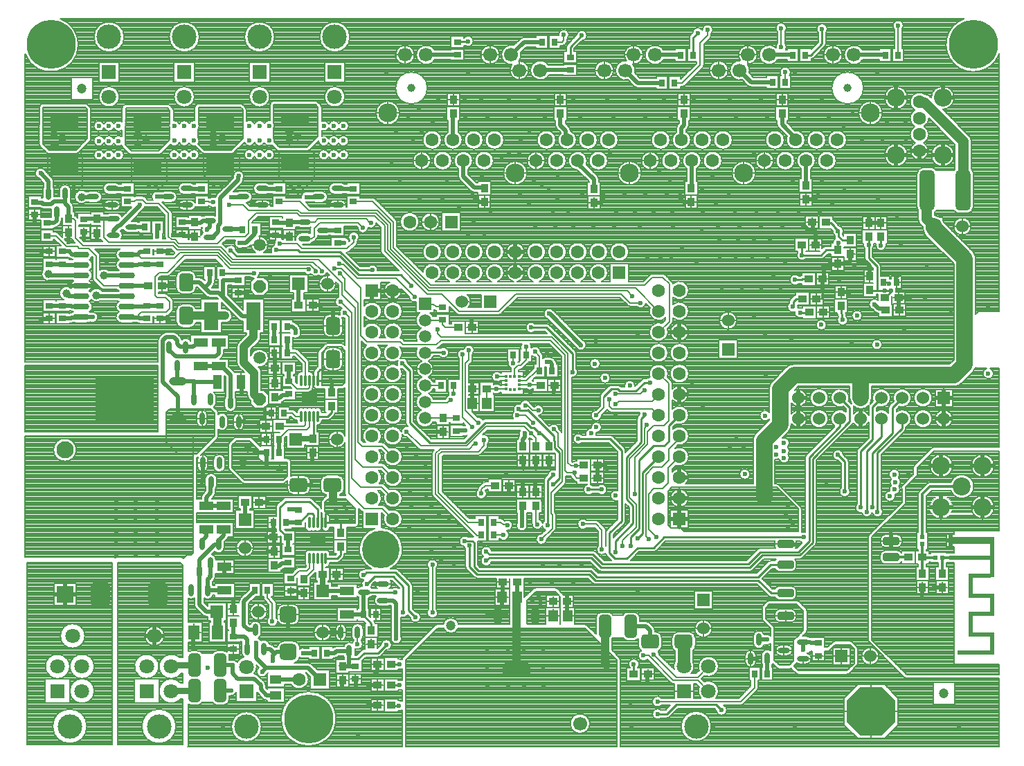
<source format=gbl>
G04*
G04 #@! TF.GenerationSoftware,Altium Limited,Altium Designer,19.1.7 (138)*
G04*
G04 Layer_Physical_Order=4*
G04 Layer_Color=16711680*
%FSLAX24Y24*%
%MOIN*%
G70*
G01*
G75*
%ADD10C,0.0079*%
%ADD12C,0.0098*%
%ADD15C,0.0118*%
%ADD24O,0.0281X0.0591*%
%ADD27O,0.0591X0.0281*%
%ADD31O,0.0800X0.0295*%
G04:AMPARAMS|DCode=35|XSize=86.6mil|YSize=68.9mil|CornerRadius=17.2mil|HoleSize=0mil|Usage=FLASHONLY|Rotation=0.000|XOffset=0mil|YOffset=0mil|HoleType=Round|Shape=RoundedRectangle|*
%AMROUNDEDRECTD35*
21,1,0.0866,0.0344,0,0,0.0*
21,1,0.0522,0.0689,0,0,0.0*
1,1,0.0344,0.0261,-0.0172*
1,1,0.0344,-0.0261,-0.0172*
1,1,0.0344,-0.0261,0.0172*
1,1,0.0344,0.0261,0.0172*
%
%ADD35ROUNDEDRECTD35*%
G04:AMPARAMS|DCode=36|XSize=128mil|YSize=90.6mil|CornerRadius=22.6mil|HoleSize=0mil|Usage=FLASHONLY|Rotation=90.000|XOffset=0mil|YOffset=0mil|HoleType=Round|Shape=RoundedRectangle|*
%AMROUNDEDRECTD36*
21,1,0.1280,0.0453,0,0,90.0*
21,1,0.0827,0.0906,0,0,90.0*
1,1,0.0453,0.0226,0.0413*
1,1,0.0453,0.0226,-0.0413*
1,1,0.0453,-0.0226,-0.0413*
1,1,0.0453,-0.0226,0.0413*
%
%ADD36ROUNDEDRECTD36*%
%ADD73C,0.0906*%
%ADD74C,0.0669*%
%ADD79C,0.0630*%
%ADD81C,0.0709*%
%ADD82R,0.0630X0.0630*%
%ADD85C,0.0866*%
%ADD94R,0.0551X0.0413*%
%ADD95R,0.0354X0.0276*%
%ADD97R,0.0276X0.0354*%
%ADD98R,0.0453X0.0571*%
%ADD99R,0.0394X0.0354*%
%ADD100R,0.0354X0.0394*%
%ADD103C,0.0472*%
%ADD105C,0.0197*%
%ADD106C,0.0591*%
%ADD108C,0.0295*%
%ADD109C,0.0394*%
%ADD110C,0.0787*%
%ADD111C,0.0600*%
%ADD112R,0.0600X0.0600*%
%ADD113C,0.1811*%
%ADD114R,0.0630X0.0630*%
%ADD115R,0.0600X0.0600*%
%ADD116C,0.0591*%
%ADD117P,0.0639X8X292.5*%
%ADD118R,0.0591X0.0591*%
%ADD119R,0.0709X0.0709*%
%ADD120C,0.1181*%
%ADD121C,0.0827*%
%ADD122R,0.0827X0.0827*%
%ADD123P,0.2557X8X292.5*%
%ADD124C,0.2362*%
%ADD125C,0.0394*%
%ADD126C,0.0236*%
%ADD156R,0.0217X0.0236*%
%ADD157R,0.0236X0.0217*%
%ADD158R,0.0728X0.0610*%
%ADD159O,0.0118X0.0571*%
%ADD160R,0.0197X0.0354*%
%ADD161R,0.0197X0.0197*%
G04:AMPARAMS|DCode=162|XSize=110.2mil|YSize=59.1mil|CornerRadius=14.8mil|HoleSize=0mil|Usage=FLASHONLY|Rotation=90.000|XOffset=0mil|YOffset=0mil|HoleType=Round|Shape=RoundedRectangle|*
%AMROUNDEDRECTD162*
21,1,0.1102,0.0295,0,0,90.0*
21,1,0.0807,0.0591,0,0,90.0*
1,1,0.0295,0.0148,0.0404*
1,1,0.0295,0.0148,-0.0404*
1,1,0.0295,-0.0148,-0.0404*
1,1,0.0295,-0.0148,0.0404*
%
%ADD162ROUNDEDRECTD162*%
G04:AMPARAMS|DCode=163|XSize=194.9mil|YSize=70.9mil|CornerRadius=17.7mil|HoleSize=0mil|Usage=FLASHONLY|Rotation=90.000|XOffset=0mil|YOffset=0mil|HoleType=Round|Shape=RoundedRectangle|*
%AMROUNDEDRECTD163*
21,1,0.1949,0.0354,0,0,90.0*
21,1,0.1594,0.0709,0,0,90.0*
1,1,0.0354,0.0177,0.0797*
1,1,0.0354,0.0177,-0.0797*
1,1,0.0354,-0.0177,-0.0797*
1,1,0.0354,-0.0177,0.0797*
%
%ADD163ROUNDEDRECTD163*%
G04:AMPARAMS|DCode=164|XSize=41.3mil|YSize=68.9mil|CornerRadius=10.3mil|HoleSize=0mil|Usage=FLASHONLY|Rotation=0.000|XOffset=0mil|YOffset=0mil|HoleType=Round|Shape=RoundedRectangle|*
%AMROUNDEDRECTD164*
21,1,0.0413,0.0482,0,0,0.0*
21,1,0.0207,0.0689,0,0,0.0*
1,1,0.0207,0.0103,-0.0241*
1,1,0.0207,-0.0103,-0.0241*
1,1,0.0207,-0.0103,0.0241*
1,1,0.0207,0.0103,0.0241*
%
%ADD164ROUNDEDRECTD164*%
G04:AMPARAMS|DCode=165|XSize=41.3mil|YSize=68.9mil|CornerRadius=10.3mil|HoleSize=0mil|Usage=FLASHONLY|Rotation=0.000|XOffset=0mil|YOffset=0mil|HoleType=Round|Shape=RoundedRectangle|*
%AMROUNDEDRECTD165*
21,1,0.0413,0.0482,0,0,0.0*
21,1,0.0207,0.0689,0,0,0.0*
1,1,0.0207,0.0103,-0.0241*
1,1,0.0207,-0.0103,-0.0241*
1,1,0.0207,-0.0103,0.0241*
1,1,0.0207,0.0103,0.0241*
%
%ADD165ROUNDEDRECTD165*%
G04:AMPARAMS|DCode=166|XSize=133.9mil|YSize=68.9mil|CornerRadius=17.2mil|HoleSize=0mil|Usage=FLASHONLY|Rotation=0.000|XOffset=0mil|YOffset=0mil|HoleType=Round|Shape=RoundedRectangle|*
%AMROUNDEDRECTD166*
21,1,0.1339,0.0344,0,0,0.0*
21,1,0.0994,0.0689,0,0,0.0*
1,1,0.0344,0.0497,-0.0172*
1,1,0.0344,-0.0497,-0.0172*
1,1,0.0344,-0.0497,0.0172*
1,1,0.0344,0.0497,0.0172*
%
%ADD166ROUNDEDRECTD166*%
%ADD167R,0.0689X0.0413*%
G04:AMPARAMS|DCode=168|XSize=82.7mil|YSize=78.7mil|CornerRadius=19.7mil|HoleSize=0mil|Usage=FLASHONLY|Rotation=180.000|XOffset=0mil|YOffset=0mil|HoleType=Round|Shape=RoundedRectangle|*
%AMROUNDEDRECTD168*
21,1,0.0827,0.0394,0,0,180.0*
21,1,0.0433,0.0787,0,0,180.0*
1,1,0.0394,-0.0217,0.0197*
1,1,0.0394,0.0217,0.0197*
1,1,0.0394,0.0217,-0.0197*
1,1,0.0394,-0.0217,-0.0197*
%
%ADD168ROUNDEDRECTD168*%
G04:AMPARAMS|DCode=169|XSize=78.7mil|YSize=39.4mil|CornerRadius=9.8mil|HoleSize=0mil|Usage=FLASHONLY|Rotation=180.000|XOffset=0mil|YOffset=0mil|HoleType=Round|Shape=RoundedRectangle|*
%AMROUNDEDRECTD169*
21,1,0.0787,0.0197,0,0,180.0*
21,1,0.0591,0.0394,0,0,180.0*
1,1,0.0197,-0.0295,0.0098*
1,1,0.0197,0.0295,0.0098*
1,1,0.0197,0.0295,-0.0098*
1,1,0.0197,-0.0295,-0.0098*
%
%ADD169ROUNDEDRECTD169*%
%ADD170R,0.1339X0.0709*%
G04:AMPARAMS|DCode=171|XSize=86.6mil|YSize=68.9mil|CornerRadius=17.2mil|HoleSize=0mil|Usage=FLASHONLY|Rotation=270.000|XOffset=0mil|YOffset=0mil|HoleType=Round|Shape=RoundedRectangle|*
%AMROUNDEDRECTD171*
21,1,0.0866,0.0344,0,0,270.0*
21,1,0.0522,0.0689,0,0,270.0*
1,1,0.0344,-0.0172,-0.0261*
1,1,0.0344,-0.0172,0.0261*
1,1,0.0344,0.0172,0.0261*
1,1,0.0344,0.0172,-0.0261*
%
%ADD171ROUNDEDRECTD171*%
%ADD172R,0.0709X0.1339*%
G04:AMPARAMS|DCode=173|XSize=279.5mil|YSize=218.5mil|CornerRadius=10.9mil|HoleSize=0mil|Usage=FLASHONLY|Rotation=180.000|XOffset=0mil|YOffset=0mil|HoleType=Round|Shape=RoundedRectangle|*
%AMROUNDEDRECTD173*
21,1,0.2795,0.1967,0,0,180.0*
21,1,0.2577,0.2185,0,0,180.0*
1,1,0.0219,-0.1288,0.0983*
1,1,0.0219,0.1288,0.0983*
1,1,0.0219,0.1288,-0.0983*
1,1,0.0219,-0.1288,-0.0983*
%
%ADD173ROUNDEDRECTD173*%
%ADD174O,0.0846X0.0394*%
%ADD175R,0.0413X0.0689*%
%ADD176R,0.0551X0.0709*%
%ADD177R,0.0157X0.0118*%
%ADD178R,0.0118X0.0157*%
%ADD179C,0.0512*%
%ADD180C,0.0276*%
%ADD181R,0.1663X0.0197*%
%ADD182R,0.0197X0.1063*%
%ADD183R,0.1093X0.0197*%
%ADD184R,0.0197X0.0984*%
%ADD185R,0.1132X0.0197*%
%ADD186R,0.0197X0.0906*%
%ADD187R,0.2008X0.0197*%
%ADD188R,0.0197X0.1969*%
%ADD189R,0.1890X0.0354*%
D10*
X52405Y41467D02*
G03*
X54094Y39777I449J-1240D01*
G01*
X51384Y37106D02*
G03*
X51929Y37657I-6J551D01*
G01*
D02*
G03*
X50827Y37663I-551J0D01*
G01*
X50773Y37716D02*
G03*
X50516Y37831I-278J-278D01*
G01*
X50516D02*
G03*
X50032Y37067I-260J-371D01*
G01*
X50773Y37716D02*
G03*
X50516Y37831I-278J-278D01*
G01*
X49409Y40947D02*
G03*
X49488Y41132I-177J185D01*
G01*
D02*
G03*
X49055Y40947I-256J0D01*
G01*
X47520Y39958D02*
G03*
X47511Y39486I-413J-229D01*
G01*
X49685Y37657D02*
G03*
X49685Y37657I-551J0D01*
G01*
X52756Y35571D02*
G03*
X52641Y35849I-394J0D01*
G01*
X52756Y35571D02*
G03*
X52641Y35849I-394J0D01*
G01*
X51929Y34902D02*
G03*
X51929Y34902I-551J0D01*
G01*
X52854Y33996D02*
G03*
X52756Y34225I-315J0D01*
G01*
X51968D02*
G03*
X51925Y34173I217J-229D01*
G01*
X50479Y36280D02*
G03*
X50709Y36668I-224J394D01*
G01*
X50032Y37067D02*
G03*
X50032Y36280I224J-394D01*
G01*
X50709Y35886D02*
G03*
X50479Y36280I-453J0D01*
G01*
X50459Y35481D02*
G03*
X50709Y35886I-203J405D01*
G01*
X50689Y35098D02*
G03*
X50459Y35481I-433J0D01*
G01*
X50053D02*
G03*
X50689Y35098I203J-383D01*
G01*
X50032Y36280D02*
G03*
X50053Y35481I224J-394D01*
G01*
X48469Y36925D02*
G03*
X48469Y36925I-571J0D01*
G01*
X49685Y34902D02*
G03*
X49685Y34902I-551J0D01*
G01*
X51068Y34173D02*
G03*
X50807Y34311I-260J-177D01*
G01*
X50453D02*
G03*
X50138Y33996I0J-315D01*
G01*
X45758Y40800D02*
G03*
X45827Y40974I-187J175D01*
G01*
X46545Y39730D02*
G03*
X46545Y39730I-453J0D01*
G01*
X45703Y40134D02*
G03*
X45758Y40266I-132J132D01*
G01*
X45703Y40134D02*
G03*
X45758Y40266I-132J132D01*
G01*
X45827Y40974D02*
G03*
X45384Y40800I-256J0D01*
G01*
X45049Y39530D02*
G03*
X45152Y39582I-29J185D01*
G01*
X45049Y39530D02*
G03*
X45152Y39582I-29J185D01*
G01*
X47567Y38130D02*
G03*
X47567Y38130I-768J0D01*
G01*
X43780Y40829D02*
G03*
X43858Y41014I-177J185D01*
G01*
X43810Y39958D02*
G03*
X43858Y40108I-207J150D01*
G01*
D02*
G03*
X43780Y40293I-256J0D01*
G01*
X44055Y38888D02*
G03*
X43597Y38730I-256J0D01*
G01*
X43858Y41014D02*
G03*
X43425Y40829I-256J0D01*
G01*
Y40293D02*
G03*
X43351Y40058I177J-185D01*
G01*
D02*
G03*
X43416Y39486I-340J-328D01*
G01*
X44001Y38730D02*
G03*
X44055Y38888I-202J157D01*
G01*
X46752Y35630D02*
G03*
X46752Y35630I-453J0D01*
G01*
X45752D02*
G03*
X45752Y35630I-453J0D01*
G01*
X44752Y35630D02*
G03*
X44263Y36081I-453J0D01*
G01*
X43879Y35797D02*
G03*
X44752Y35630I421J-167D01*
G01*
X46252Y34630D02*
G03*
X46252Y34630I-453J0D01*
G01*
X45028Y34239D02*
G03*
X45252Y34630I-228J391D01*
G01*
D02*
G03*
X44555Y34249I-453J0D01*
G01*
X43406Y36368D02*
G03*
X43475Y36201I236J0D01*
G01*
X43406Y36368D02*
G03*
X43475Y36201I236J0D01*
G01*
X43752Y35630D02*
G03*
X43752Y35630I-453J0D01*
G01*
X44252Y34630D02*
G03*
X44252Y34630I-453J0D01*
G01*
X43232Y34630D02*
G03*
X43232Y34630I-433J0D01*
G01*
X52539Y32087D02*
G03*
X52854Y32402I0J315D01*
G01*
X51918Y32234D02*
G03*
X52185Y32087I267J167D01*
G01*
X50984Y32141D02*
G03*
X51074Y32234I-177J260D01*
G01*
X51246Y31904D02*
G03*
X50984Y31997I-301J-438D01*
G01*
X52741Y31467D02*
G03*
X52741Y31467I-418J0D01*
G01*
X51449Y31636D02*
G03*
X51383Y31768I-504J-169D01*
G01*
X50197Y31821D02*
G03*
X50312Y31542I394J0D01*
G01*
X50197Y31821D02*
G03*
X50312Y31542I394J0D01*
G01*
X50138Y32402D02*
G03*
X50197Y32218I315J0D01*
G01*
X50413Y31388D02*
G03*
X50507Y31086I531J0D01*
G01*
X50413Y31388D02*
G03*
X50507Y31086I531J0D01*
G01*
D02*
G03*
X50553Y31029I438J301D01*
G01*
X50507Y31086D02*
G03*
X50553Y31029I438J301D01*
G01*
X48661Y30541D02*
G03*
X48649Y30620I-256J0D01*
G01*
X48162D02*
G03*
X48661Y30541I243J-79D01*
G01*
X48071Y30581D02*
G03*
X48068Y30620I-256J0D01*
G01*
X48002Y30406D02*
G03*
X48071Y30581I-187J175D01*
G01*
X47562Y30620D02*
G03*
X47628Y30406I253J-39D01*
G01*
X52972Y29892D02*
G03*
X52817Y30268I-531J0D01*
G01*
X52972Y29892D02*
G03*
X52816Y30268I-531J0D01*
G01*
X48888Y28931D02*
G03*
X48809Y28947I-89J-240D01*
G01*
X48396Y29528D02*
G03*
X48341Y29660I-187J0D01*
G01*
X48396Y29528D02*
G03*
X48341Y29660I-187J0D01*
G01*
X49127Y28317D02*
G03*
X49134Y28376I-249J59D01*
G01*
D02*
G03*
X49114Y28474I-256J0D01*
G01*
X47628Y29921D02*
G03*
X47683Y29789I187J0D01*
G01*
X47628Y29921D02*
G03*
X47683Y29789I187J0D01*
G01*
X48248Y27908D02*
G03*
X48010Y27464I-157J-202D01*
G01*
X48131Y27343D02*
G03*
X48287Y27274I167J167D01*
G01*
X48131Y27343D02*
G03*
X48287Y27274I167J167D01*
G01*
X47507Y27168D02*
G03*
X47507Y27168I-256J0D01*
G01*
X46136Y31764D02*
G03*
X46093Y31796I-132J-132D01*
G01*
X46136Y31764D02*
G03*
X46093Y31796I-132J-132D01*
G01*
X46333Y31530D02*
G03*
X46284Y31616I-181J-46D01*
G01*
X46594Y31240D02*
G03*
X46369Y31494I-256J0D01*
G01*
X46333Y31530D02*
G03*
X46284Y31616I-181J-46D01*
G01*
X46552Y31099D02*
G03*
X46594Y31240I-213J141D01*
G01*
X46083Y31251D02*
G03*
X46178Y31041I256J-11D01*
G01*
X45993Y31348D02*
G03*
X46019Y31315I159J98D01*
G01*
X45993Y31348D02*
G03*
X46019Y31315I159J98D01*
G01*
X46178Y30978D02*
G03*
X46209Y30874I187J0D01*
G01*
X46178Y30978D02*
G03*
X46209Y30874I187J0D01*
G01*
Y30874D02*
G03*
X46093Y30659I139J-215D01*
G01*
X45768Y30512D02*
G03*
X45635Y30457I0J-187D01*
G01*
X45768Y30512D02*
G03*
X45635Y30457I0J-187D01*
G01*
X45522Y29892D02*
G03*
X45654Y29947I0J187D01*
G01*
X45522Y29892D02*
G03*
X45654Y29947I0J187D01*
G01*
X44400Y30230D02*
G03*
X44781Y29892I207J-151D01*
G01*
X46716Y27221D02*
G03*
X46701Y27293I-187J0D01*
G01*
X46716Y27221D02*
G03*
X46701Y27293I-187J0D01*
G01*
X46342Y27100D02*
G03*
X46811Y26959I213J-141D01*
G01*
X46289Y27274D02*
G03*
X46342Y27144I187J0D01*
G01*
X46289Y27274D02*
G03*
X46342Y27144I187J0D01*
G01*
X46811Y26959D02*
G03*
X46716Y27158I-256J0D01*
G01*
X44587Y29110D02*
G03*
X44511Y29075I39J-183D01*
G01*
X44587Y29110D02*
G03*
X44511Y29075I39J-183D01*
G01*
X44446D02*
G03*
X44446Y28701I-175J-187D01*
G01*
X44301Y28159D02*
G03*
X44179Y28105I10J-187D01*
G01*
X44301Y28159D02*
G03*
X44179Y28105I10J-187D01*
G01*
X44048Y27974D02*
G03*
X43993Y27841I132J-132D01*
G01*
X44048Y27974D02*
G03*
X43993Y27841I132J-132D01*
G01*
X44409Y27589D02*
G03*
X44400Y27657I-256J0D01*
G01*
X44616Y27545D02*
G03*
X44406Y27548I-108J-232D01*
G01*
X44406D02*
G03*
X44409Y27589I-253J41D01*
G01*
X45787Y26722D02*
G03*
X45787Y26722I-256J0D01*
G01*
X44255Y27354D02*
G03*
X44616Y27081I253J-41D01*
G01*
X43993Y27788D02*
G03*
X44255Y27354I161J-199D01*
G01*
X40236Y40750D02*
G03*
X40315Y40935I-177J185D01*
G01*
X40184Y40534D02*
G03*
X40236Y40659I-125J125D01*
G01*
X40184Y40534D02*
G03*
X40236Y40659I-125J125D01*
G01*
X42451Y39730D02*
G03*
X41640Y39453I-453J0D01*
G01*
X41973Y39278D02*
G03*
X42451Y39730I25J452D01*
G01*
X40315Y40935D02*
G03*
X39804Y40912I-256J0D01*
G01*
D02*
G03*
X39331Y40786I-218J-135D01*
G01*
X39238Y40693D02*
G03*
X39183Y40561I132J-132D01*
G01*
X39238Y40693D02*
G03*
X39183Y40561I132J-132D01*
G01*
X42061Y38859D02*
G03*
X42077Y38982I-456J122D01*
G01*
D02*
G03*
X41973Y39278I-472J0D01*
G01*
X39830Y39117D02*
G03*
X39882Y39242I-125J125D01*
G01*
X39830Y39117D02*
G03*
X39882Y39242I-125J125D01*
G01*
X37933Y39958D02*
G03*
X37924Y39486I-413J-229D01*
G01*
X34005Y40404D02*
G03*
X34252Y40659I-9J256D01*
G01*
X36459Y39279D02*
G03*
X36959Y39730I47J450D01*
G01*
D02*
G03*
X36149Y39451I-453J0D01*
G01*
X36565Y38982D02*
G03*
X36459Y39279I-472J0D01*
G01*
X36549Y38859D02*
G03*
X36565Y38982I-456J122D01*
G01*
X42004Y38248D02*
G03*
X42171Y38179I167J167D01*
G01*
X42004Y38248D02*
G03*
X42171Y38179I167J167D01*
G01*
X41640Y39453D02*
G03*
X41727Y38525I-36J-471D01*
G01*
X41053Y38982D02*
G03*
X41053Y38982I-453J0D01*
G01*
X40252Y35630D02*
G03*
X40252Y35630I-453J0D01*
G01*
X41252Y35630D02*
G03*
X41252Y35630I-453J0D01*
G01*
X39084Y36162D02*
G03*
X39154Y36329I-167J167D01*
G01*
X39084Y36162D02*
G03*
X39154Y36329I-167J167D01*
G01*
X38839Y38199D02*
G03*
X38964Y38251I0J177D01*
G01*
X38839Y38199D02*
G03*
X38964Y38251I0J177D01*
G01*
X38563Y36016D02*
G03*
X39252Y35630I236J-386D01*
G01*
X40752Y34630D02*
G03*
X40752Y34630I-453J0D01*
G01*
X39252Y35630D02*
G03*
X39035Y36016I-453J0D01*
G01*
X39752Y34630D02*
G03*
X39049Y34252I-453J0D01*
G01*
X38752Y34630D02*
G03*
X38752Y34630I-453J0D01*
G01*
X38632Y36378D02*
G03*
X38563Y36211I167J-167D01*
G01*
X38632Y36378D02*
G03*
X38563Y36211I167J-167D01*
G01*
X36531Y38209D02*
G03*
X36698Y38140I167J167D01*
G01*
X36531Y38209D02*
G03*
X36698Y38140I167J167D01*
G01*
X36149Y39451D02*
G03*
X36215Y38525I-57J-469D01*
G01*
X35531Y38982D02*
G03*
X35531Y38982I-453J0D01*
G01*
X38252Y35630D02*
G03*
X38252Y35630I-453J0D01*
G01*
X35752D02*
G03*
X35752Y35630I-453J0D01*
G01*
X34752D02*
G03*
X34752Y35630I-453J0D01*
G01*
X37732Y34630D02*
G03*
X37732Y34630I-433J0D01*
G01*
X35252D02*
G03*
X35252Y34630I-453J0D01*
G01*
X34252Y40659D02*
G03*
X33740Y40668I-256J0D01*
G01*
X33307Y40514D02*
G03*
X33386Y40699I-177J185D01*
G01*
X33255Y40298D02*
G03*
X33307Y40423I-125J125D01*
G01*
X33313Y40241D02*
G03*
X33258Y40108I132J-132D01*
G01*
X33255Y40298D02*
G03*
X33307Y40423I-125J125D01*
G01*
X33313Y40241D02*
G03*
X33258Y40108I132J-132D01*
G01*
X33386Y40699D02*
G03*
X32877Y40659I-256J0D01*
G01*
X33051Y40167D02*
G03*
X33176Y40219I0J177D01*
G01*
X33051Y40167D02*
G03*
X33176Y40219I0J177D01*
G01*
X32400Y39230D02*
G03*
X32414Y38758I-402J-248D01*
G01*
X31215Y40581D02*
G03*
X31048Y40512I0J-236D01*
G01*
X31215Y40581D02*
G03*
X31048Y40512I0J-236D01*
G01*
X30723Y40186D02*
G03*
X30636Y39259I-122J-456D01*
G01*
X30039Y39730D02*
G03*
X30039Y39730I-453J0D01*
G01*
X28780Y40384D02*
G03*
X28330Y40551I-256J0D01*
G01*
X28373Y40177D02*
G03*
X28780Y40384I151J207D01*
G01*
X31073Y39730D02*
G03*
X31057Y39852I-472J0D01*
G01*
X30969Y39434D02*
G03*
X31073Y39730I-368J296D01*
G01*
X31447Y38982D02*
G03*
X30969Y39434I-453J0D01*
G01*
X30636Y39259D02*
G03*
X31447Y38982I358J-277D01*
G01*
X33453Y36085D02*
G03*
X33383Y36252I-236J0D01*
G01*
X32736Y36329D02*
G03*
X32805Y36162I236J0D01*
G01*
X32736Y36329D02*
G03*
X32805Y36162I236J0D01*
G01*
X33752Y35630D02*
G03*
X33453Y36056I-453J0D01*
G01*
Y36085D02*
G03*
X33383Y36252I-236J0D01*
G01*
X34252Y34630D02*
G03*
X33806Y34177I-453J0D01*
G01*
X32980Y35951D02*
G03*
X33752Y35630I319J-321D01*
G01*
X33252Y34630D02*
G03*
X33252Y34630I-453J0D01*
G01*
X32752Y35630D02*
G03*
X32752Y35630I-453J0D01*
G01*
X30252Y35630D02*
G03*
X30252Y35630I-453J0D01*
G01*
X29252Y35630D02*
G03*
X29252Y35630I-453J0D01*
G01*
X27571Y36021D02*
G03*
X28252Y35630I228J-391D01*
G01*
D02*
G03*
X28043Y36011I-453J0D01*
G01*
X32232Y34630D02*
G03*
X32232Y34630I-433J0D01*
G01*
X29752Y34630D02*
G03*
X29752Y34630I-453J0D01*
G01*
X28752Y34630D02*
G03*
X28063Y34244I-453J0D01*
G01*
X42370Y34031D02*
G03*
X42370Y34031I-571J0D01*
G01*
X39522Y34236D02*
G03*
X39752Y34630I-222J394D01*
G01*
X36870Y34031D02*
G03*
X36870Y34031I-571J0D01*
G01*
X34210Y34441D02*
G03*
X34252Y34630I-411J189D01*
G01*
X34823Y33730D02*
G03*
X34754Y33897I-236J0D01*
G01*
X34823Y33730D02*
G03*
X34754Y33897I-236J0D01*
G01*
X39154Y28378D02*
G03*
X38385Y28703I-453J0D01*
G01*
X38386Y28053D02*
G03*
X39154Y28378I315J325D01*
G01*
Y27378D02*
G03*
X38386Y27703I-453J0D01*
G01*
X38385Y28703D02*
G03*
X38334Y28816I-177J-12D01*
G01*
X38385Y28703D02*
G03*
X38334Y28816I-177J-12D01*
G01*
X41461Y26929D02*
G03*
X41461Y26929I-418J0D01*
G01*
X38386Y27053D02*
G03*
X39154Y27378I315J325D01*
G01*
X38019Y29131D02*
G03*
X37894Y29183I-125J-125D01*
G01*
X37402D02*
G03*
X37276Y29131I0J-177D01*
G01*
X38019D02*
G03*
X37894Y29183I-125J-125D01*
G01*
X37402D02*
G03*
X37276Y29131I0J-177D01*
G01*
X37281Y27547D02*
G03*
X38031Y27069I420J-169D01*
G01*
X38334Y26759D02*
G03*
X38386Y26884I-125J125D01*
G01*
X38334Y26759D02*
G03*
X38386Y26884I-125J125D01*
G01*
X38154Y26376D02*
G03*
X38121Y26545I-453J0D01*
G01*
X36260Y30236D02*
G03*
X36260Y30236I-453J0D01*
G01*
X35256D02*
G03*
X35256Y30236I-453J0D01*
G01*
Y29232D02*
G03*
X34642Y28809I-453J0D01*
G01*
X34258Y30236D02*
G03*
X34258Y30236I-453J0D01*
G01*
Y29232D02*
G03*
X33644Y28809I-453J0D01*
G01*
X36646Y27608D02*
G03*
X37083Y27745I185J177D01*
G01*
X36213Y27660D02*
G03*
X36339Y27608I125J125D01*
G01*
X34964Y28809D02*
G03*
X35256Y29232I-161J423D01*
G01*
X36213Y27660D02*
G03*
X36339Y27608I125J125D01*
G01*
X33966Y28809D02*
G03*
X34258Y29232I-161J423D01*
G01*
X32966Y28809D02*
G03*
X33258Y29232I-161J423D01*
G01*
X31370Y34031D02*
G03*
X31370Y34031I-571J0D01*
G01*
X33258Y30236D02*
G03*
X33258Y30236I-453J0D01*
G01*
X31236D02*
G03*
X31236Y30236I-433J0D01*
G01*
X28672Y33170D02*
G03*
X28839Y33100I167J167D01*
G01*
X28672Y33170D02*
G03*
X28839Y33100I167J167D01*
G01*
X28535Y34244D02*
G03*
X28752Y34630I-236J386D01*
G01*
X28063Y33876D02*
G03*
X28132Y33709I236J0D01*
G01*
X28063Y33876D02*
G03*
X28132Y33709I236J0D01*
G01*
X30256Y30236D02*
G03*
X30256Y30236I-453J0D01*
G01*
X29256D02*
G03*
X29256Y30236I-453J0D01*
G01*
X32258D02*
G03*
X32258Y30236I-453J0D01*
G01*
X33258Y29232D02*
G03*
X32644Y28809I-453J0D01*
G01*
X31966D02*
G03*
X32258Y29232I-161J423D01*
G01*
D02*
G03*
X31644Y28809I-453J0D01*
G01*
X30895D02*
G03*
X31236Y29232I-92J423D01*
G01*
D02*
G03*
X30711Y28809I-433J0D01*
G01*
X32646Y27393D02*
G03*
X32364Y27007I-215J-139D01*
G01*
X32426Y26727D02*
G03*
X32293Y26781I-132J-132D01*
G01*
X32426Y26727D02*
G03*
X32293Y26781I-132J-132D01*
G01*
X31740D02*
G03*
X31740Y26407I-175J-187D01*
G01*
X30256Y29232D02*
G03*
X29642Y28809I-453J0D01*
G01*
X29964D02*
G03*
X30256Y29232I-161J423D01*
G01*
X28254Y30236D02*
G03*
X28254Y30236I-453J0D01*
G01*
X28964Y28809D02*
G03*
X29256Y29232I-161J423D01*
G01*
D02*
G03*
X28642Y28809I-453J0D01*
G01*
X27962D02*
G03*
X28254Y29232I-161J423D01*
G01*
D02*
G03*
X27640Y28809I-453J0D01*
G01*
X28646Y27844D02*
G03*
X28479Y28179I-418J0D01*
G01*
X30000Y27205D02*
G03*
X30125Y27257I0J177D01*
G01*
X30000Y27205D02*
G03*
X30125Y27257I0J177D01*
G01*
X28534Y27559D02*
G03*
X28646Y27844I-306J285D01*
G01*
X27955Y27257D02*
G03*
X28081Y27205I125J125D01*
G01*
X27955Y27257D02*
G03*
X28081Y27205I125J125D01*
G01*
X52817Y24437D02*
G03*
X52948Y24655I-376J376D01*
G01*
X52816Y24437D02*
G03*
X52948Y24655I-375J376D01*
G01*
X53829Y24380D02*
G03*
X53658Y24621I-256J0D01*
G01*
X53487D02*
G03*
X53829Y24380I86J-241D01*
G01*
X51919Y23760D02*
G03*
X52296Y23916I0J531D01*
G01*
X51919Y23760D02*
G03*
X52295Y23916I0J531D01*
G01*
X50865Y23199D02*
G03*
X50865Y23199I-438J0D01*
G01*
X49283Y22786D02*
G03*
X49865Y23199I144J413D01*
G01*
D02*
G03*
X49016Y23048I-438J0D01*
G01*
X48283Y22786D02*
G03*
X48865Y23199I144J413D01*
G01*
D02*
G03*
X48016Y23048I-438J0D01*
G01*
X48465Y25768D02*
G03*
X48465Y25768I-256J0D01*
G01*
X47878Y22910D02*
G03*
X47965Y23200I-445J290D01*
G01*
X46902D02*
G03*
X46988Y22910I531J0D01*
G01*
X46841Y23057D02*
G03*
X46865Y23199I-414J142D01*
G01*
X48824Y22856D02*
G03*
X48770Y22724I132J-132D01*
G01*
X48824Y22856D02*
G03*
X48770Y22724I132J-132D01*
G01*
X47831Y22848D02*
G03*
X47812Y22767I168J-81D01*
G01*
X47831Y22848D02*
G03*
X47812Y22767I168J-81D01*
G01*
X47069Y22813D02*
G03*
X47831Y22848I364J387D01*
G01*
X47087Y22734D02*
G03*
X47069Y22813I-187J0D01*
G01*
X47087Y22734D02*
G03*
X47069Y22813I-187J0D01*
G01*
X48770Y22471D02*
G03*
X48186Y22564I-343J-273D01*
G01*
X47812Y22361D02*
G03*
X47087Y22441I-385J-163D01*
G01*
X51845Y22199D02*
G03*
X51845Y22199I-418J0D01*
G01*
X50865D02*
G03*
X50865Y22199I-438J0D01*
G01*
X49602Y21797D02*
G03*
X49865Y22199I-175J401D01*
G01*
D02*
G03*
X49144Y22532I-438J0D01*
G01*
X49547Y21606D02*
G03*
X49602Y21738I-132J132D01*
G01*
X49547Y21606D02*
G03*
X49602Y21738I-132J132D01*
G01*
X50945Y20827D02*
G03*
X50820Y20775I0J-177D01*
G01*
X50945Y20827D02*
G03*
X50820Y20775I0J-177D01*
G01*
X50022Y19978D02*
G03*
X49970Y19852I125J-125D01*
G01*
X50022Y19978D02*
G03*
X49970Y19852I125J-125D01*
G01*
X49451Y19013D02*
G03*
X49409Y18830I125J-125D01*
G01*
X47068Y21985D02*
G03*
X47812Y22036I359J214D01*
G01*
X47299Y20752D02*
G03*
X47244Y20620I132J-132D01*
G01*
X47299Y20752D02*
G03*
X47244Y20620I132J-132D01*
G01*
X49301Y19518D02*
G03*
X48898Y19308I-256J0D01*
G01*
X49241Y19353D02*
G03*
X49301Y19518I-196J164D01*
G01*
X47032Y21935D02*
G03*
X47068Y21985I-132J132D01*
G01*
X47032Y21935D02*
G03*
X47068Y21985I-132J132D01*
G01*
X46850Y20128D02*
G03*
X46796Y20260I-187J0D01*
G01*
X46850Y20128D02*
G03*
X46796Y20260I-187J0D01*
G01*
X49268Y18955D02*
G03*
X49350Y19144I-173J188D01*
G01*
D02*
G03*
X49241Y19353I-256J0D01*
G01*
X48898Y19308D02*
G03*
X48892Y18988I196J-164D01*
G01*
Y18988D02*
G03*
X48822Y18720I173J-188D01*
G01*
X49321Y18799D02*
G03*
X49268Y18955I-256J0D01*
G01*
X49094Y18465D02*
G03*
X49082Y18544I-256J0D01*
G01*
Y18544D02*
G03*
X49321Y18799I-17J255D01*
G01*
X48822Y18720D02*
G03*
X49094Y18465I17J-255D01*
G01*
X46919Y18691D02*
G03*
X46850Y18866I-256J0D01*
G01*
X46865Y23199D02*
G03*
X46580Y22789I-438J0D01*
G01*
X45865Y23199D02*
G03*
X45865Y23199I-438J0D01*
G01*
X44845D02*
G03*
X44251Y23578I-418J0D01*
G01*
X44085Y22959D02*
G03*
X44845Y23199I343J240D01*
G01*
X46713Y22531D02*
G03*
X46182Y21836I-285J-332D01*
G01*
X45865Y22199D02*
G03*
X45865Y22199I-438J0D01*
G01*
X44213Y24823D02*
G03*
X43837Y24667I0J-531D01*
G01*
X44213Y24823D02*
G03*
X43836Y24667I0J-531D01*
G01*
X43178Y24008D02*
G03*
X43022Y23632I375J-376D01*
G01*
X43177Y24008D02*
G03*
X43022Y23632I376J-376D01*
G01*
X44845Y22199D02*
G03*
X44085Y22439I-418J0D01*
G01*
Y21959D02*
G03*
X44845Y22199I343J240D01*
G01*
X43022Y22506D02*
G03*
X43022Y22179I-197J-164D01*
G01*
X38541Y21950D02*
G03*
X39154Y22374I159J424D01*
G01*
X46594Y20461D02*
G03*
X46330Y20197I-256J-9D01*
G01*
X44819Y20473D02*
G03*
X44764Y20341I132J-132D01*
G01*
X44819Y20473D02*
G03*
X44764Y20341I132J-132D01*
G01*
X46476Y18866D02*
G03*
X46919Y18691I187J-175D01*
G01*
X43929Y21543D02*
G03*
X44085Y21919I-376J376D01*
G01*
X43928Y21543D02*
G03*
X44085Y21919I-375J376D01*
G01*
X43996Y21024D02*
G03*
X43648Y21262I-256J0D01*
G01*
X43996Y20650D02*
G03*
X43915Y20837I-256J0D01*
G01*
X43934Y20482D02*
G03*
X43996Y20650I-194J167D01*
G01*
X43915Y20837D02*
G03*
X43996Y21024I-175J187D01*
G01*
X42400Y21518D02*
G03*
X42244Y21142I375J-376D01*
G01*
X42400Y21518D02*
G03*
X42244Y21142I376J-376D01*
G01*
X43996Y20315D02*
G03*
X43934Y20482I-256J0D01*
G01*
X43488Y20269D02*
G03*
X43996Y20315I252J46D01*
G01*
X43307Y20229D02*
G03*
X43488Y20269I39J253D01*
G01*
X38637Y20926D02*
G03*
X39154Y21374I64J448D01*
G01*
X43501Y19013D02*
G03*
X43376Y19065I-125J-125D01*
G01*
X43501Y19013D02*
G03*
X43376Y19065I-125J-125D01*
G01*
X42106Y19528D02*
G03*
X42106Y19528I-256J0D01*
G01*
X48494Y17717D02*
G03*
X48425Y17891I-256J0D01*
G01*
X47987Y17667D02*
G03*
X48494Y17717I251J49D01*
G01*
X47475Y17671D02*
G03*
X47978Y17668I252J46D01*
G01*
X47847Y16621D02*
G03*
X47795Y16496I125J-125D01*
G01*
X47847Y16621D02*
G03*
X47795Y16496I125J-125D01*
G01*
X47244Y18098D02*
G03*
X47475Y17671I187J-175D01*
G01*
X44587Y17854D02*
G03*
X44535Y17980I-177J0D01*
G01*
X44587Y17854D02*
G03*
X44535Y17980I-177J0D01*
G01*
X44582Y16720D02*
G03*
X44587Y16762I-172J41D01*
G01*
X44764Y16730D02*
G03*
X44582Y16720I-79J-243D01*
G01*
X44510Y16299D02*
G03*
X44617Y16240I175J187D01*
G01*
X44582Y16720D02*
G03*
X44587Y16762I-172J41D01*
G01*
X43301Y16299D02*
G03*
X43297Y16260I213J-39D01*
G01*
X44321D02*
G03*
X44317Y16299I-217J0D01*
G01*
X45241Y16112D02*
G03*
X45295Y16244I-132J132D01*
G01*
X45241Y16112D02*
G03*
X45295Y16244I-132J132D01*
G01*
X44297Y15965D02*
G03*
X44321Y16063I-193J98D01*
G01*
X44485Y15433D02*
G03*
X44617Y15488I0J187D01*
G01*
X44843Y12943D02*
G03*
X44791Y13068I-177J0D01*
G01*
X44843Y12943D02*
G03*
X44791Y13068I-177J0D01*
G01*
X44485Y15433D02*
G03*
X44617Y15488I0J187D01*
G01*
X44466Y13393D02*
G03*
X44341Y13445I-125J-125D01*
G01*
X44466Y13393D02*
G03*
X44341Y13445I-125J-125D01*
G01*
X44341Y15266D02*
G03*
X44271Y15433I-236J0D01*
G01*
X44104Y14833D02*
G03*
X44341Y15069I0J236D01*
G01*
X43297Y16063D02*
G03*
X43321Y15965I217J0D01*
G01*
X43347Y15433D02*
G03*
X43295Y15354I167J-167D01*
G01*
X44341Y13898D02*
G03*
X44104Y14134I-236J0D01*
G01*
Y13465D02*
G03*
X44341Y13701I0J236D01*
G01*
X43295Y14980D02*
G03*
X43514Y14833I219J89D01*
G01*
Y14134D02*
G03*
X43295Y13986I0J-236D01*
G01*
Y13612D02*
G03*
X43514Y13465I219J89D01*
G01*
X49520Y9747D02*
G03*
X49646Y9695I125J125D01*
G01*
X49520Y9747D02*
G03*
X49646Y9695I125J125D01*
G01*
X48302Y10758D02*
G03*
X48302Y10758I-418J0D01*
G01*
X47795Y11545D02*
G03*
X47847Y11420I177J0D01*
G01*
X47795Y11545D02*
G03*
X47847Y11420I177J0D01*
G01*
X46201Y11486D02*
G03*
X46076Y11434I0J-177D01*
G01*
X46201Y11486D02*
G03*
X46076Y11434I0J-177D01*
G01*
X47035D02*
G03*
X46909Y11486I-125J-125D01*
G01*
X47035Y11434D02*
G03*
X46909Y11486I-125J-125D01*
G01*
X47293Y11102D02*
G03*
X47241Y11228I-177J0D01*
G01*
X47293Y11102D02*
G03*
X47241Y11228I-177J0D01*
G01*
X45075Y11663D02*
G03*
X44980Y11683I-94J-217D01*
G01*
X44791Y11873D02*
G03*
X44843Y11998I-125J125D01*
G01*
X44791Y11873D02*
G03*
X44843Y11998I-125J125D01*
G01*
X44946Y11683D02*
G03*
X44805Y11721I-141J-240D01*
G01*
X45075Y11663D02*
G03*
X44980Y11683I-94J-217D01*
G01*
X47241Y10288D02*
G03*
X47293Y10413I-125J125D01*
G01*
X47241Y10288D02*
G03*
X47293Y10413I-125J125D01*
G01*
X46762Y9882D02*
G03*
X46887Y9934I0J177D01*
G01*
X46762Y9882D02*
G03*
X46887Y9934I0J177D01*
G01*
X43996Y10148D02*
G03*
X44083Y10170I0J177D01*
G01*
D02*
G03*
X44107Y10140I149J95D01*
G01*
X43996Y10148D02*
G03*
X44083Y10170I0J177D01*
G01*
X43389Y10200D02*
G03*
X43514Y10148I125J125D01*
G01*
X43389Y10200D02*
G03*
X43514Y10148I125J125D01*
G01*
X44314Y9934D02*
G03*
X44439Y9882I125J125D01*
G01*
X44314Y9934D02*
G03*
X44439Y9882I125J125D01*
G01*
X44083Y10170D02*
G03*
X44107Y10140I149J95D01*
G01*
X43091Y15354D02*
G03*
X42958Y15300I0J-187D01*
G01*
X43091Y15354D02*
G03*
X42958Y15300I0J-187D01*
G01*
X42978Y13667D02*
G03*
X43110Y13612I132J132D01*
G01*
X42978Y13667D02*
G03*
X43110Y13612I132J132D01*
G01*
X43041Y13445D02*
G03*
X42916Y13393I0J-177D01*
G01*
X43041Y13445D02*
G03*
X42916Y13393I0J-177D01*
G01*
X42729Y13206D02*
G03*
X42677Y13081I125J-125D01*
G01*
X42729Y13206D02*
G03*
X42677Y13081I125J-125D01*
G01*
Y12579D02*
G03*
X42729Y12453I177J0D01*
G01*
X42677Y12579D02*
G03*
X42729Y12453I177J0D01*
G01*
X43091Y11749D02*
G03*
X42826Y11792I-167J-194D01*
G01*
X42823Y11320D02*
G03*
X43091Y11361I100J236D01*
G01*
Y11027D02*
G03*
X42650Y10801I-163J-226D01*
G01*
X42794Y11792D02*
G03*
X42250Y11711I-266J-81D01*
G01*
Y11402D02*
G03*
X42794Y11320I278J0D01*
G01*
X42598Y15965D02*
G03*
X42466Y15910I0J-187D01*
G01*
X42598Y15965D02*
G03*
X42466Y15910I0J-187D01*
G01*
X42096Y14843D02*
G03*
X42229Y14897I0J187D01*
G01*
X42096Y14843D02*
G03*
X42229Y14897I0J187D01*
G01*
X42386Y10801D02*
G03*
X41869Y10801I-258J0D01*
G01*
X40270Y12087D02*
G03*
X40270Y12087I-418J0D01*
G01*
X39478Y11629D02*
G03*
X39168Y11939I-310J0D01*
G01*
X39345Y11030D02*
G03*
X39478Y11284I-177J254D01*
G01*
X43164Y10345D02*
G03*
X43190Y10398I-236J147D01*
G01*
X42650Y10492D02*
G03*
X42692Y10345I278J0D01*
G01*
X41869Y10492D02*
G03*
X42386Y10492I258J0D01*
G01*
X42443Y9122D02*
G03*
X42495Y9247I-125J125D01*
G01*
X42443Y9122D02*
G03*
X42495Y9247I-125J125D01*
G01*
X39899Y9816D02*
G03*
X40591Y10266I199J450D01*
G01*
Y9085D02*
G03*
X39899Y9535I-492J0D01*
G01*
X39409Y10266D02*
G03*
X39345Y10508I-492J0D01*
G01*
X40591Y10266D02*
G03*
X39648Y10066I-492J0D01*
G01*
X39269Y9921D02*
G03*
X39409Y10266I-351J344D01*
G01*
X39648Y9284D02*
G03*
X39738Y8750I450J-199D01*
G01*
X41644Y8396D02*
G03*
X41769Y8448I0J177D01*
G01*
X41644Y8396D02*
G03*
X41769Y8448I0J177D01*
G01*
X40984Y8159D02*
G03*
X40827Y8396I-256J0D01*
G01*
X40473Y8151D02*
G03*
X40984Y8159I256J9D01*
G01*
X40459Y8750D02*
G03*
X40591Y9085I-361J335D01*
G01*
X40236Y7384D02*
G03*
X40236Y7384I-728J0D01*
G01*
D02*
G03*
X40236Y7384I-728J0D01*
G01*
X39134Y26376D02*
G03*
X39134Y26376I-433J0D01*
G01*
X39154Y25376D02*
G03*
X39154Y25376I-453J0D01*
G01*
Y24376D02*
G03*
X39154Y24376I-453J0D01*
G01*
X37870Y26796D02*
G03*
X38154Y26376I-169J-420D01*
G01*
Y25376D02*
G03*
X38154Y25376I-453J0D01*
G01*
Y24376D02*
G03*
X37283Y24202I-453J0D01*
G01*
X38121Y24207D02*
G03*
X38154Y24376I-420J169D01*
G01*
X37283Y24202D02*
G03*
X37128Y24134I20J-255D01*
G01*
X39134Y23374D02*
G03*
X38366Y23649I-433J0D01*
G01*
Y23888D02*
G03*
X38314Y24013I-177J0D01*
G01*
X38366Y23888D02*
G03*
X38314Y24013I-177J0D01*
G01*
X37008Y24134D02*
G03*
X36876Y24079I0J-187D01*
G01*
X37008Y24134D02*
G03*
X36876Y24079I0J-187D01*
G01*
X36565Y23799D02*
G03*
X36063Y23730I-256J0D01*
G01*
X36563Y23766D02*
G03*
X36565Y23799I-254J33D01*
G01*
X34213Y25748D02*
G03*
X34054Y25985I-256J0D01*
G01*
X33720Y25651D02*
G03*
X34213Y25748I237J97D01*
G01*
X33740Y25335D02*
G03*
X33685Y25467I-187J0D01*
G01*
X33740Y25335D02*
G03*
X33685Y25467I-187J0D01*
G01*
X34892Y24852D02*
G03*
X34892Y24852I-256J0D01*
G01*
X33809Y24439D02*
G03*
X33740Y24614I-256J0D01*
G01*
X32655Y25091D02*
G03*
X32488Y25160I-167J-167D01*
G01*
X32655Y25091D02*
G03*
X32488Y25160I-167J-167D01*
G01*
X32805Y24843D02*
G03*
X32736Y25010I-236J0D01*
G01*
X32805Y24843D02*
G03*
X32736Y25010I-236J0D01*
G01*
X35374Y24163D02*
G03*
X35374Y24163I-256J0D01*
G01*
X33514Y24186D02*
G03*
X33809Y24439I39J253D01*
G01*
X35870Y23754D02*
G03*
X35738Y23809I-132J-132D01*
G01*
X35870Y23754D02*
G03*
X35738Y23809I-132J-132D01*
G01*
X35413D02*
G03*
X35281Y23754I0J-187D01*
G01*
X35413Y23809D02*
G03*
X35281Y23754I0J-187D01*
G01*
X34937Y23410D02*
G03*
X34892Y23218I132J-132D01*
G01*
X38366Y23099D02*
G03*
X39134Y23374I335J275D01*
G01*
X39154Y22374D02*
G03*
X38366Y22679I-453J0D01*
G01*
X36787Y22500D02*
G03*
X36773Y22384I240J-89D01*
G01*
X36728Y22339D02*
G03*
X36673Y22207I132J-132D01*
G01*
X39154Y21374D02*
G03*
X38386Y21699I-453J0D01*
G01*
X36728Y22339D02*
G03*
X36673Y22207I132J-132D01*
G01*
X35327Y22552D02*
G03*
X35453Y22500I125J125D01*
G01*
X35327Y22552D02*
G03*
X35453Y22500I125J125D01*
G01*
X35487Y21363D02*
G03*
X35354Y21417I-132J-132D01*
G01*
X35487Y21363D02*
G03*
X35354Y21417I-132J-132D01*
G01*
X36102Y20669D02*
G03*
X36048Y20802I-187J0D01*
G01*
X36102Y20669D02*
G03*
X36048Y20802I-187J0D01*
G01*
X39154Y20372D02*
G03*
X38477Y20765I-453J0D01*
G01*
X38531Y19952D02*
G03*
X39154Y20372I169J420D01*
G01*
X39134Y19372D02*
G03*
X38346Y19621I-433J0D01*
G01*
X35194Y22601D02*
G03*
X35229Y22650I-125J125D01*
G01*
X35194Y22601D02*
G03*
X35229Y22650I-125J125D01*
G01*
X34702Y22609D02*
G03*
X34952Y22353I-5J-256D01*
G01*
X34700Y21535D02*
G03*
X34961Y21791I5J256D01*
G01*
D02*
G03*
X34454Y21742I-256J0D01*
G01*
Y21742D02*
G03*
X34202Y21417I-5J-256D01*
G01*
X32904Y21693D02*
G03*
X32439Y21841I-256J0D01*
G01*
X33022Y21544D02*
G03*
X32980Y21611I-167J-58D01*
G01*
X33022Y21544D02*
G03*
X32980Y21611I-167J-58D01*
G01*
X34705Y21486D02*
G03*
X34700Y21535I-256J0D01*
G01*
X34695Y21417D02*
G03*
X34705Y21486I-246J69D01*
G01*
X34013Y21417D02*
G03*
X34013Y21043I-175J-187D01*
G01*
X33750Y20177D02*
G03*
X33561Y20104I-10J-256D01*
G01*
X32726Y19721D02*
G03*
X32364Y19498I-107J-232D01*
G01*
X32008Y25423D02*
G03*
X31568Y25601I-256J0D01*
G01*
X32136Y25217D02*
G03*
X32084Y25342I-177J0D01*
G01*
X32136Y25217D02*
G03*
X32084Y25342I-177J0D01*
G01*
X32428Y25160D02*
G03*
X32136Y25116I-115J-229D01*
G01*
X31585Y25230D02*
G03*
X31757Y25167I167J194D01*
G01*
X31575Y25659D02*
G03*
X31528Y25807I-256J0D01*
G01*
X31110D02*
G03*
X31075Y25581I209J-148D01*
G01*
X31568Y25601D02*
G03*
X31575Y25659I-249J58D01*
G01*
X31434Y24894D02*
G03*
X31472Y24951I-125J125D01*
G01*
X31434Y24894D02*
G03*
X31472Y24951I-125J125D01*
G01*
X32234Y24688D02*
G03*
X32293Y24676I79J243D01*
G01*
X31043Y24577D02*
G03*
X31169Y24629I0J177D01*
G01*
X31043Y24577D02*
G03*
X31169Y24629I0J177D01*
G01*
X31671Y24006D02*
G03*
X31614Y24050I-185J-177D01*
G01*
X31302Y23652D02*
G03*
X31671Y23652I185J177D01*
G01*
X28740Y25307D02*
G03*
X28819Y25492I-177J185D01*
G01*
X30597Y24643D02*
G03*
X30591Y24596I171J-47D01*
G01*
X30443Y24951D02*
G03*
X30597Y24643I246J-69D01*
G01*
X30597Y24643D02*
G03*
X30591Y24596I171J-47D01*
G01*
X28819Y25492D02*
G03*
X28313Y25547I-256J0D01*
G01*
D02*
G03*
X28081Y25121I-45J-252D01*
G01*
X28688Y24904D02*
G03*
X28740Y25030I-125J125D01*
G01*
X28688Y24904D02*
G03*
X28740Y25030I-125J125D01*
G01*
X30106Y24400D02*
G03*
X30106Y24045I-185J-177D01*
G01*
X30076Y23809D02*
G03*
X29744Y23841I-185J-177D01*
G01*
X32165Y22608D02*
G03*
X31725Y22785I-256J0D01*
G01*
X31927Y22353D02*
G03*
X32165Y22608I-18J255D01*
G01*
X31477Y21262D02*
G03*
X31560Y21250I78J244D01*
G01*
X31523Y22952D02*
G03*
X31041Y22902I-233J-107D01*
G01*
D02*
G03*
X30729Y22557I-76J-244D01*
G01*
X31041Y21644D02*
G03*
X31006Y21418I209J-148D01*
G01*
X30994Y21378D02*
G03*
X30925Y21211I167J-167D01*
G01*
X30994Y21378D02*
G03*
X30925Y21211I167J-167D01*
G01*
X31456Y21191D02*
G03*
X31477Y21262I-214J101D01*
G01*
X31456Y21191D02*
G03*
X31477Y21262I-214J101D01*
G01*
X29744Y23423D02*
G03*
X30076Y23455I148J209D01*
G01*
X30729Y22557D02*
G03*
X30702Y22195I166J-194D01*
G01*
X29360D02*
G03*
X29236Y22148I0J-187D01*
G01*
X29360Y22195D02*
G03*
X29236Y22148I0J-187D01*
G01*
X27581Y23484D02*
G03*
X27582Y23324I244J-78D01*
G01*
X27582Y23324D02*
G03*
X27436Y23140I105J-233D01*
G01*
X29236Y22148D02*
G03*
X28991Y22272I-220J-130D01*
G01*
X29547Y21171D02*
G03*
X29232Y21420I-256J0D01*
G01*
X29469Y20987D02*
G03*
X29547Y21171I-177J185D01*
G01*
X29417Y20761D02*
G03*
X29469Y20886I-125J125D01*
G01*
X29417Y20761D02*
G03*
X29469Y20886I-125J125D01*
G01*
X29016Y20433D02*
G03*
X29141Y20485I0J177D01*
G01*
X28402Y21879D02*
G03*
X28287Y21864I-26J-255D01*
G01*
Y21384D02*
G03*
X28477Y21389I89J240D01*
G01*
X29016Y20433D02*
G03*
X29141Y20485I0J177D01*
G01*
X39006Y19065D02*
G03*
X39134Y19372I-305J307D01*
G01*
X36048Y17151D02*
G03*
X36102Y17283I-132J132D01*
G01*
X36048Y17151D02*
G03*
X36102Y17283I-132J132D01*
G01*
X35207Y18789D02*
G03*
X34776Y18976I-256J0D01*
G01*
X35728Y18734D02*
G03*
X35728Y18254I-89J-240D01*
G01*
X34776Y18602D02*
G03*
X35207Y18789I175J187D01*
G01*
X37461Y15797D02*
G03*
X37593Y15852I0J187D01*
G01*
X37461Y15797D02*
G03*
X37593Y15852I0J187D01*
G01*
X36801Y12598D02*
G03*
X36516Y12884I-285J0D01*
G01*
X36220D02*
G03*
X35976Y12746I0J-285D01*
G01*
X37520Y12018D02*
G03*
X37450Y12185I-236J0D01*
G01*
X37520Y12018D02*
G03*
X37450Y12185I-236J0D01*
G01*
X37273Y12362D02*
G03*
X37106Y12431I-167J-167D01*
G01*
X37273Y12362D02*
G03*
X37106Y12431I-167J-167D01*
G01*
X35202Y16835D02*
G03*
X35148Y16703I132J-132D01*
G01*
X35500Y12746D02*
G03*
X35256Y12884I-244J-148D01*
G01*
X34820Y17251D02*
G03*
X34695Y17303I-125J-125D01*
G01*
X34820Y17251D02*
G03*
X34695Y17303I-125J-125D01*
G01*
X35148Y16850D02*
G03*
X35096Y16976I-177J0D01*
G01*
X35148Y16850D02*
G03*
X35096Y16976I-177J0D01*
G01*
X35202Y16835D02*
G03*
X35148Y16703I132J-132D01*
G01*
X34793Y16080D02*
G03*
X35148Y15711I177J-185D01*
G01*
X34666Y15787D02*
G03*
X34534Y15842I-132J-132D01*
G01*
X34666Y15787D02*
G03*
X34534Y15842I-132J-132D01*
G01*
X33644Y19215D02*
G03*
X33750Y19164I125J125D01*
G01*
X33644Y19215D02*
G03*
X33750Y19164I125J125D01*
G01*
X33470Y19426D02*
G03*
X33516Y19343I172J42D01*
G01*
X33470Y19426D02*
G03*
X33516Y19343I172J42D01*
G01*
X34515Y18976D02*
G03*
X34411Y19035I-175J-187D01*
G01*
X34270D02*
G03*
X34515Y18602I70J-246D01*
G01*
X34240Y17303D02*
G03*
X34240Y16949I-185J-177D01*
G01*
X35148Y15711D02*
G03*
X35202Y15591I187J12D01*
G01*
X35148Y15711D02*
G03*
X35202Y15591I187J12D01*
G01*
X34552Y14994D02*
G03*
X34419Y15049I-132J-132D01*
G01*
X34552Y14994D02*
G03*
X34419Y15049I-132J-132D01*
G01*
X34804Y14897D02*
G03*
X34936Y14843I132J132D01*
G01*
X34804Y14897D02*
G03*
X34936Y14843I132J132D01*
G01*
X34961Y12884D02*
G03*
X34675Y12598I0J-285D01*
G01*
X34517Y14277D02*
G03*
X34649Y14222I132J132D01*
G01*
X34517Y14277D02*
G03*
X34649Y14222I132J132D01*
G01*
X34269Y12241D02*
G03*
X34144Y12293I-125J-125D01*
G01*
X34269Y12241D02*
G03*
X34144Y12293I-125J-125D01*
G01*
X38647Y11939D02*
G03*
X38337Y11629I0J-310D01*
G01*
Y11284D02*
G03*
X38479Y11023I310J0D01*
G01*
Y10490D02*
G03*
X38447Y10120I438J-224D01*
G01*
X38279Y9481D02*
G03*
X38404Y9429I125J125D01*
G01*
X38279Y9481D02*
G03*
X38404Y9429I125J125D01*
G01*
X37676Y10999D02*
G03*
X37864Y11284I-122J285D01*
G01*
Y11629D02*
G03*
X37554Y11939I-310J0D01*
G01*
X37726Y10846D02*
G03*
X37676Y10999I-256J0D01*
G01*
X37832Y8750D02*
G03*
X37832Y8396I-185J-177D01*
G01*
X38100Y7785D02*
G03*
X38233Y7840I0J187D01*
G01*
X37832Y8159D02*
G03*
X37832Y7785I-175J-187D01*
G01*
X38100D02*
G03*
X38233Y7840I0J187D01*
G01*
X36516Y11506D02*
G03*
X36722Y11594I0J285D01*
G01*
Y11284D02*
G03*
X36867Y11022I310J0D01*
G01*
X35976Y11644D02*
G03*
X36220Y11506I244J148D01*
G01*
X35856Y10581D02*
G03*
X35804Y10706I-177J0D01*
G01*
X36867Y11022D02*
G03*
X37152Y10609I102J-235D01*
G01*
X36762Y10374D02*
G03*
X36312Y10207I-256J0D01*
G01*
X36700D02*
G03*
X36762Y10374I-194J167D01*
G01*
X35443Y11576D02*
G03*
X35500Y11644I-187J216D01*
G01*
X35856Y10581D02*
G03*
X35804Y10706I-177J0D01*
G01*
X33238Y19439D02*
G03*
X33297Y19429I59J167D01*
G01*
X33238Y19439D02*
G03*
X33297Y19429I59J167D01*
G01*
X32230Y19364D02*
G03*
X32175Y19232I132J-132D01*
G01*
X32230Y19364D02*
G03*
X32175Y19232I132J-132D01*
G01*
X33186Y19047D02*
G03*
X33238Y19172I-125J125D01*
G01*
X33186Y19047D02*
G03*
X33238Y19172I-125J125D01*
G01*
X32756Y17559D02*
G03*
X32704Y17684I-177J0D01*
G01*
X32756Y17559D02*
G03*
X32704Y17684I-177J0D01*
G01*
X32175Y17261D02*
G03*
X32112Y17164I177J-185D01*
G01*
D02*
G03*
X31959Y17352I-251J-48D01*
G01*
X29350Y19154D02*
G03*
X29225Y19102I0J-177D01*
G01*
X29350Y19154D02*
G03*
X29225Y19102I0J-177D01*
G01*
X29038Y18915D02*
G03*
X28986Y18789I125J-125D01*
G01*
X29038Y18915D02*
G03*
X28986Y18789I125J-125D01*
G01*
X29419Y18593D02*
G03*
X29369Y18745I-256J0D01*
G01*
X28986Y18777D02*
G03*
X29419Y18593I177J-185D01*
G01*
X30224Y17340D02*
G03*
X30098Y17392I-125J-125D01*
G01*
X30224Y17340D02*
G03*
X30098Y17392I-125J-125D01*
G01*
X32101Y17029D02*
G03*
X32251Y16842I251J48D01*
G01*
X31604Y17195D02*
G03*
X31608Y17159I177J0D01*
G01*
D02*
G03*
X32101Y17029I252J-43D01*
G01*
X31604Y17195D02*
G03*
X31608Y17159I177J0D01*
G01*
X32704Y16794D02*
G03*
X32756Y16919I-125J125D01*
G01*
X32704Y16794D02*
G03*
X32756Y16919I-125J125D01*
G01*
X32062Y16653D02*
G03*
X32313Y16398I-5J-256D01*
G01*
X31368Y17047D02*
G03*
X31356Y17125I-256J0D01*
G01*
X30669Y17057D02*
G03*
X30285Y17278I-256J0D01*
G01*
X30884Y17162D02*
G03*
X31368Y17047I229J-115D01*
G01*
X30385Y16803D02*
G03*
X30669Y17057I28J254D01*
G01*
X32842Y14003D02*
G03*
X32717Y14055I-125J-125D01*
G01*
X32842Y14003D02*
G03*
X32717Y14055I-125J-125D01*
G01*
X31781D02*
G03*
X31656Y14003I0J-177D01*
G01*
X31781Y14055D02*
G03*
X31656Y14003I0J-177D01*
G01*
X33116Y13691D02*
G03*
X33058Y13786I-173J-39D01*
G01*
X30492Y16594D02*
G03*
X30385Y16803I-256J0D01*
G01*
X30043Y16427D02*
G03*
X30492Y16594I194J167D01*
G01*
X29272Y15576D02*
G03*
X29652Y15310I128J-222D01*
G01*
X28996Y16240D02*
G03*
X28989Y16289I-187J0D01*
G01*
X28996Y16240D02*
G03*
X28989Y16289I-187J0D01*
G01*
X28782Y16498D02*
G03*
X28730Y16506I-52J-180D01*
G01*
X28517D02*
G03*
X28331Y16046I-151J-207D01*
G01*
X28782Y16498D02*
G03*
X28730Y16506I-52J-180D01*
G01*
X29652Y15842D02*
G03*
X29272Y15576I-252J-44D01*
G01*
X28331Y16046D02*
G03*
X28396Y15918I252J47D01*
G01*
X30536Y13011D02*
G03*
X30522Y12928I226J-83D01*
G01*
Y12446D02*
G03*
X30531Y12378I241J0D01*
G01*
X28396Y15082D02*
G03*
X28450Y14950I187J0D01*
G01*
X28396Y15082D02*
G03*
X28450Y14950I187J0D01*
G01*
X28828Y14572D02*
G03*
X28960Y14518I132J132D01*
G01*
X28828Y14572D02*
G03*
X28960Y14518I132J132D01*
G01*
X28066Y12293D02*
G03*
X27328Y12293I-369J-59D01*
G01*
X26914Y39968D02*
G03*
X26916Y39496I-408J-239D01*
G01*
X26567Y38130D02*
G03*
X26567Y38130I-768J0D01*
G01*
X25945Y39730D02*
G03*
X25945Y39730I-453J0D01*
G01*
X25232Y36925D02*
G03*
X25232Y36925I-571J0D01*
G01*
X22598Y37707D02*
G03*
X22598Y37707I-492J0D01*
G01*
X22782Y36304D02*
G03*
X22295Y36414I-256J0D01*
G01*
X22782Y35586D02*
G03*
X22295Y35695I-256J0D01*
G01*
Y36195D02*
G03*
X22782Y36304I231J109D01*
G01*
X22295Y36414D02*
G03*
X21823Y36390I-231J-109D01*
G01*
X21823D02*
G03*
X21476Y36537I-241J-86D01*
G01*
X21823Y36218D02*
G03*
X22295Y36195I241J86D01*
G01*
Y35695D02*
G03*
X21823Y35671I-231J-109D01*
G01*
X21476Y36071D02*
G03*
X21823Y36218I105J233D01*
G01*
Y35671D02*
G03*
X21476Y35819I-241J-86D01*
G01*
X27252Y35630D02*
G03*
X27252Y35630I-453J0D01*
G01*
X27752Y34630D02*
G03*
X27752Y34630I-453J0D01*
G01*
X26732D02*
G03*
X26732Y34630I-433J0D01*
G01*
X27146Y31683D02*
G03*
X27146Y31683I-433J0D01*
G01*
X26165D02*
G03*
X26165Y31683I-453J0D01*
G01*
X22782Y34906D02*
G03*
X22295Y35016I-256J0D01*
G01*
Y34797D02*
G03*
X22782Y34906I231J109D01*
G01*
X22295Y35476D02*
G03*
X22782Y35586I231J109D01*
G01*
X22558Y33519D02*
G03*
X22404Y33566I-154J-231D01*
G01*
Y33009D02*
G03*
X22542Y33046I0J278D01*
G01*
X24042Y32793D02*
G03*
X23917Y32845I-125J-125D01*
G01*
X24042Y32793D02*
G03*
X23917Y32845I-125J-125D01*
G01*
X21823Y35500D02*
G03*
X22295Y35476I241J86D01*
G01*
Y35016D02*
G03*
X21823Y34992I-231J-109D01*
G01*
Y34821D02*
G03*
X22295Y34797I241J86D01*
G01*
X22094Y33566D02*
G03*
X22094Y33009I0J-278D01*
G01*
X21772Y32887D02*
G03*
X21494Y33166I-278J0D01*
G01*
Y32609D02*
G03*
X21772Y32887I0J278D01*
G01*
X25098Y31663D02*
G03*
X25047Y31789I-177J0D01*
G01*
X25098Y31663D02*
G03*
X25047Y31789I-177J0D01*
G01*
X23720Y31414D02*
G03*
X24105Y31635I129J221D01*
G01*
X22662Y32487D02*
G03*
X22404Y32746I-258J0D01*
G01*
X23209Y31403D02*
G03*
X23720Y31398I256J-5D01*
G01*
X22651Y32411D02*
G03*
X22662Y32487I-247J76D01*
G01*
X22094Y32746D02*
G03*
X21847Y32411I0J-258D01*
G01*
X22835Y40589D02*
G03*
X22835Y40589I-728J0D01*
G01*
D02*
G03*
X22835Y40589I-728J0D01*
G01*
X19213D02*
G03*
X19213Y40589I-728J0D01*
G01*
D02*
G03*
X19213Y40589I-728J0D01*
G01*
X21476Y37205D02*
G03*
X21424Y37330I-177J0D01*
G01*
X19173Y37500D02*
G03*
X18996Y37325I0J-177D01*
G01*
X19173Y37500D02*
G03*
X18996Y37325I0J-177D01*
G01*
X21306Y37448D02*
G03*
X21181Y37500I-125J-125D01*
G01*
X21306Y37448D02*
G03*
X21181Y37500I-125J-125D01*
G01*
X21476Y37205D02*
G03*
X21424Y37330I-177J0D01*
G01*
X21326Y35583D02*
G03*
X21823Y35500I256J3D01*
G01*
X18715Y35486D02*
G03*
X19084Y35380I231J109D01*
G01*
X18976Y37707D02*
G03*
X18976Y37707I-492J0D01*
G01*
X18988Y36566D02*
G03*
X18715Y36423I-42J-252D01*
G01*
X18715D02*
G03*
X18242Y36400I-231J-109D01*
G01*
Y35510D02*
G03*
X18715Y35486I241J86D01*
G01*
X18242Y36400D02*
G03*
X17854Y36524I-241J-86D01*
G01*
X17684Y37330D02*
G03*
X17559Y37382I-125J-125D01*
G01*
X17684Y37330D02*
G03*
X17559Y37382I-125J-125D01*
G01*
X17757Y35518D02*
G03*
X18242Y35510I244J77D01*
G01*
X17854Y37087D02*
G03*
X17802Y37212I-177J0D01*
G01*
X17854Y37087D02*
G03*
X17802Y37212I-177J0D01*
G01*
X21823Y34992D02*
G03*
X21823Y34821I-241J-86D01*
G01*
X20758Y35089D02*
G03*
X20883Y35140I0J177D01*
G01*
X20758Y35089D02*
G03*
X20883Y35140I0J177D01*
G01*
X19324D02*
G03*
X19449Y35089I125J125D01*
G01*
X21184Y33166D02*
G03*
X21032Y33120I0J-278D01*
G01*
X20846D02*
G03*
X20498Y32828I-98J-236D01*
G01*
X21043Y32648D02*
G03*
X21184Y32609I141J240D01*
G01*
X20498Y32828D02*
G03*
X20423Y32845I-75J-160D01*
G01*
X20498Y32828D02*
G03*
X20423Y32845I-75J-160D01*
G01*
X20710Y32631D02*
G03*
X20846Y32648I38J253D01*
G01*
X20945Y31428D02*
G03*
X20935Y31368I167J-60D01*
G01*
X20945Y31428D02*
G03*
X20935Y31368I167J-60D01*
G01*
X20819Y31398D02*
G03*
X20945Y31428I0J278D01*
G01*
X20392Y31424D02*
G03*
X20510Y31398I117J252D01*
G01*
X19324Y35140D02*
G03*
X19449Y35089I125J125D01*
G01*
X19202Y34916D02*
G03*
X18715Y35026I-256J0D01*
G01*
Y34807D02*
G03*
X19202Y34916I231J109D01*
G01*
X18715Y35026D02*
G03*
X18242Y35002I-231J-109D01*
G01*
X18926Y33519D02*
G03*
X18772Y33566I-154J-231D01*
G01*
X18242Y34831D02*
G03*
X18715Y34807I241J86D01*
G01*
X18462Y33566D02*
G03*
X18462Y33009I0J-278D01*
G01*
X18242Y35002D02*
G03*
X18242Y34831I-241J-86D01*
G01*
X18140Y32887D02*
G03*
X17862Y33166I-278J0D01*
G01*
X17736Y33898D02*
G03*
X17225Y33888I-256J0D01*
G01*
X17697Y33761D02*
G03*
X17736Y33898I-217J136D01*
G01*
X17628Y33524D02*
G03*
X17697Y33691I-167J167D01*
G01*
X17628Y33524D02*
G03*
X17697Y33691I-167J167D01*
G01*
X17552Y33166D02*
G03*
X17400Y33120I0J-278D01*
G01*
X18772Y33009D02*
G03*
X18911Y33046I0J278D01*
G01*
X19030Y32487D02*
G03*
X18772Y32746I-258J0D01*
G01*
X19023Y32426D02*
G03*
X19030Y32487I-251J62D01*
G01*
X17862Y32609D02*
G03*
X18140Y32887I0J278D01*
G01*
X18462Y32746D02*
G03*
X18211Y32426I0J-258D01*
G01*
X27254Y29232D02*
G03*
X26349Y29260I-453J0D01*
G01*
X27254Y30236D02*
G03*
X27254Y30236I-453J0D01*
G01*
X26962Y28809D02*
G03*
X27254Y29232I-161J423D01*
G01*
X25335Y28376D02*
G03*
X25331Y28435I-433J0D01*
G01*
X24744Y28780D02*
G03*
X25335Y28376I157J-404D01*
G01*
X23199Y30760D02*
G03*
X23278Y30945I-177J185D01*
G01*
X24331Y30266D02*
G03*
X24383Y30140I177J0D01*
G01*
X24331Y30266D02*
G03*
X24383Y30140I177J0D01*
G01*
X23147Y30583D02*
G03*
X23199Y30709I-125J125D01*
G01*
X23147Y30583D02*
G03*
X23199Y30709I-125J125D01*
G01*
X21729Y30998D02*
G03*
X21879Y31042I0J278D01*
G01*
X23278Y30945D02*
G03*
X22834Y30771I-256J0D01*
G01*
X22707Y30217D02*
G03*
X22832Y30268I0J177D01*
G01*
X22707Y30217D02*
G03*
X22832Y30268I0J177D01*
G01*
X22807Y30744D02*
G03*
X22569Y30935I-248J-65D01*
G01*
X24170Y29321D02*
G03*
X24173Y29360I-253J39D01*
G01*
D02*
G03*
X23743Y29547I-256J0D01*
G01*
X22170Y28691D02*
G03*
X22160Y28781I-418J0D01*
G01*
X22283Y28159D02*
G03*
X22304Y28077I177J0D01*
G01*
X22283Y28159D02*
G03*
X22304Y28077I177J0D01*
G01*
X26880Y27457D02*
G03*
X26988Y27412I118J132D01*
G01*
X26880Y27457D02*
G03*
X26988Y27412I118J132D01*
G01*
X25689Y28076D02*
G03*
X26014Y27824I256J-5D01*
G01*
X26842Y27126D02*
G03*
X26696Y27303I-395J-177D01*
G01*
X26198D02*
G03*
X26266Y26555I249J-354D01*
G01*
X25354Y27376D02*
G03*
X25354Y27376I-453J0D01*
G01*
Y26376D02*
G03*
X24549Y26093I-453J0D01*
G01*
X26266Y26555D02*
G03*
X26072Y25945I180J-394D01*
G01*
X27031Y25594D02*
G03*
X27123Y25642I-33J174D01*
G01*
X27031Y25594D02*
G03*
X27123Y25642I-33J174D01*
G01*
X27598Y25384D02*
G03*
X27196Y25594I-256J0D01*
G01*
X25255Y26092D02*
G03*
X25354Y26376I-353J283D01*
G01*
X25376Y26041D02*
G03*
X25255Y26092I-125J-125D01*
G01*
X25273Y25642D02*
G03*
X25399Y25591I125J125D01*
G01*
X25376Y26041D02*
G03*
X25255Y26092I-125J-125D01*
G01*
X25273Y25642D02*
G03*
X25399Y25591I125J125D01*
G01*
X25354Y25376D02*
G03*
X25246Y25669I-453J0D01*
G01*
X24360Y27376D02*
G03*
X23533Y27631I-453J0D01*
G01*
X24360Y26376D02*
G03*
X23533Y26631I-453J0D01*
G01*
Y27121D02*
G03*
X24360Y27376I374J255D01*
G01*
X22449Y27517D02*
G03*
X22362Y27185I140J-214D01*
G01*
X22304Y28077D02*
G03*
X22388Y27578I79J-243D01*
G01*
X22453Y27086D02*
G03*
X22594Y27047I136J217D01*
G01*
X22490Y26944D02*
G03*
X22453Y27086I-290J0D01*
G01*
X22362Y27185D02*
G03*
X22200Y27234I-162J-241D01*
G01*
X21855D02*
G03*
X21565Y26944I0J-290D01*
G01*
X24261Y26093D02*
G03*
X24360Y26376I-353J283D01*
G01*
X23526Y25790D02*
G03*
X23637Y25739I125J125D01*
G01*
X23526Y25790D02*
G03*
X23637Y25739I125J125D01*
G01*
X24360Y25376D02*
G03*
X24179Y25738I-453J0D01*
G01*
X22200Y26132D02*
G03*
X22490Y26422I0J290D01*
G01*
X21565D02*
G03*
X21855Y26132I290J0D01*
G01*
X21752Y25837D02*
G03*
X21627Y25785I0J-177D01*
G01*
X21752Y25837D02*
G03*
X21627Y25785I0J-177D01*
G01*
X22547D02*
G03*
X22421Y25837I-125J-125D01*
G01*
X22547Y25785D02*
G03*
X22421Y25837I-125J-125D01*
G01*
X21289Y31030D02*
G03*
X21420Y30998I130J246D01*
G01*
X21237Y30859D02*
G03*
X21289Y30984I-125J125D01*
G01*
X21237Y30859D02*
G03*
X21289Y30984I-125J125D01*
G01*
X20935Y31129D02*
G03*
X20819Y31154I-116J-253D01*
G01*
X21036Y30702D02*
G03*
X21129Y30751I-32J174D01*
G01*
X21329Y29107D02*
G03*
X21716Y29226I148J209D01*
G01*
X21842Y29099D02*
G03*
X22170Y28691I-90J-408D01*
G01*
X20973Y29166D02*
G03*
X21329Y29107I208J149D01*
G01*
X21036Y30702D02*
G03*
X21129Y30751I-32J174D01*
G01*
X20819Y30598D02*
G03*
X21036Y30702I0J278D01*
G01*
X20630Y29252D02*
G03*
X20973Y29166I216J137D01*
G01*
X20510Y31154D02*
G03*
X20240Y30807I0J-278D01*
G01*
X19616Y30824D02*
G03*
X19557Y30862I-167J-194D01*
G01*
X19247Y30787D02*
G03*
X19199Y30573I202J-157D01*
G01*
D02*
G03*
X19065Y30215I92J-239D01*
G01*
X18692D02*
G03*
X18898Y30573I-208J357D01*
G01*
D02*
G03*
X18463Y30986I-413J0D01*
G01*
X18071Y30582D02*
G03*
X18277Y30215I413J-9D01*
G01*
X17814Y30423D02*
G03*
X17981Y30492I0J236D01*
G01*
X17324Y30797D02*
G03*
X17638Y30423I216J-138D01*
G01*
X17814D02*
G03*
X17981Y30492I0J236D01*
G01*
X18484Y29213D02*
G03*
X18481Y29252I-256J0D01*
G01*
X18379Y29006D02*
G03*
X18484Y29213I-151J207D01*
G01*
X18054Y29026D02*
G03*
X18219Y28957I175J187D01*
G01*
X20226Y26811D02*
G03*
X20088Y26878I-167J-167D01*
G01*
X20453Y26486D02*
G03*
X20384Y26653I-236J0D01*
G01*
X20453Y26486D02*
G03*
X20384Y26653I-236J0D01*
G01*
X20472Y26329D02*
G03*
X20453Y26427I-256J0D01*
G01*
X20226Y26811D02*
G03*
X20088Y26878I-167J-167D01*
G01*
X20089Y26107D02*
G03*
X20472Y26329I128J222D01*
G01*
X21351Y25509D02*
G03*
X21299Y25384I125J-125D01*
G01*
X21351Y25509D02*
G03*
X21299Y25384I125J-125D01*
G01*
X20342Y25509D02*
G03*
X20217Y25561I-125J-125D01*
G01*
X20342Y25509D02*
G03*
X20217Y25561I-125J-125D01*
G01*
X17500Y26959D02*
G03*
X17667Y26890I167J167D01*
G01*
X17500Y26959D02*
G03*
X17667Y26890I167J167D01*
G01*
X18435Y25885D02*
G03*
X18533Y26122I-237J237D01*
G01*
X18435Y25885D02*
G03*
X18533Y26122I-237J237D01*
G01*
X17500Y25896D02*
G03*
X17402Y25659I237J-237D01*
G01*
X17500Y25896D02*
G03*
X17402Y25659I237J-237D01*
G01*
X15591Y40589D02*
G03*
X15591Y40589I-728J0D01*
G01*
D02*
G03*
X15591Y40589I-728J0D01*
G01*
X15551Y37382D02*
G03*
X15374Y37207I0J-177D01*
G01*
X15551Y37382D02*
G03*
X15374Y37207I0J-177D01*
G01*
X15354Y37707D02*
G03*
X15354Y37707I-492J0D01*
G01*
X15387Y35342D02*
G03*
X15409Y35315I147J99D01*
G01*
X15387Y35342D02*
G03*
X15409Y35315I147J99D01*
G01*
X15095Y35481D02*
G03*
X15387Y35342I231J109D01*
G01*
X15367Y36562D02*
G03*
X15095Y36419I-40J-253D01*
G01*
X17136Y34970D02*
G03*
X17261Y35022I0J177D01*
G01*
X17136Y34970D02*
G03*
X17261Y35022I0J177D01*
G01*
X15702D02*
G03*
X15827Y34970I125J125D01*
G01*
X15702Y35022D02*
G03*
X15827Y34970I125J125D01*
G01*
X15583Y34911D02*
G03*
X15095Y35021I-256J0D01*
G01*
Y34802D02*
G03*
X15583Y34911I231J109D01*
G01*
X15095Y36419D02*
G03*
X14623Y36395I-231J-109D01*
G01*
X14623D02*
G03*
X14350Y36563I-241J-86D01*
G01*
X15095Y35021D02*
G03*
X14623Y34997I-231J-109D01*
G01*
Y34826D02*
G03*
X15095Y34802I241J86D01*
G01*
X14193Y35418D02*
G03*
X14623Y35505I189J172D01*
G01*
X14623D02*
G03*
X15095Y35481I241J86D01*
G01*
X14623Y34997D02*
G03*
X14623Y34826I-241J-86D01*
G01*
X14350Y37047D02*
G03*
X14298Y37173I-177J0D01*
G01*
X14180Y37291D02*
G03*
X14055Y37343I-125J-125D01*
G01*
X14350Y37047D02*
G03*
X14298Y37173I-177J0D01*
G01*
X14180Y37291D02*
G03*
X14055Y37343I-125J-125D01*
G01*
X12047D02*
G03*
X11870Y37167I0J-177D01*
G01*
X12047Y37343D02*
G03*
X11870Y37167I0J-177D01*
G01*
X11863Y36499D02*
G03*
X11471Y36409I-160J-200D01*
G01*
Y36190D02*
G03*
X11858Y36096I231J109D01*
G01*
X11471Y36409D02*
G03*
X10999Y36385I-231J-109D01*
G01*
Y36214D02*
G03*
X11471Y36190I241J86D01*
G01*
X11853Y35374D02*
G03*
X11902Y35278I175J30D01*
G01*
X11853Y35374D02*
G03*
X11902Y35278I175J30D01*
G01*
X13632Y34931D02*
G03*
X13757Y34983I0J177D01*
G01*
X12198D02*
G03*
X12323Y34931I125J125D01*
G01*
X13632D02*
G03*
X13757Y34983I0J177D01*
G01*
X12198D02*
G03*
X12323Y34931I125J125D01*
G01*
X11855Y35787D02*
G03*
X11471Y35690I-152J-206D01*
G01*
X11471D02*
G03*
X10999Y35666I-231J-109D01*
G01*
X11471Y35471D02*
G03*
X11853Y35374I231J109D01*
G01*
X11959Y34902D02*
G03*
X11471Y35011I-256J0D01*
G01*
Y34792D02*
G03*
X11959Y34902I231J109D01*
G01*
X10999Y35495D02*
G03*
X11471Y35471I241J86D01*
G01*
Y35011D02*
G03*
X10999Y34987I-231J-109D01*
G01*
Y34816D02*
G03*
X11471Y34792I241J86D01*
G01*
X16427Y32992D02*
G03*
X16361Y32863I167J-167D01*
G01*
X16427Y32992D02*
G03*
X16361Y32863I167J-167D01*
G01*
D02*
G03*
X16100Y32827I-102J-235D01*
G01*
D02*
G03*
X16023Y32845I-76J-160D01*
G01*
X16100Y32827D02*
G03*
X16023Y32845I-76J-160D01*
G01*
X15304Y33519D02*
G03*
X15150Y33566I-154J-231D01*
G01*
Y33009D02*
G03*
X15289Y33046I0J278D01*
G01*
X14840Y33566D02*
G03*
X14840Y33009I0J-278D01*
G01*
X14518Y32887D02*
G03*
X14240Y33166I-278J0D01*
G01*
Y32609D02*
G03*
X14518Y32887I0J278D01*
G01*
X16014Y32458D02*
G03*
X16063Y32451I49J170D01*
G01*
X16075D02*
G03*
X16358Y32392I185J177D01*
G01*
X16014Y32458D02*
G03*
X16063Y32451I49J170D01*
G01*
X15384Y32597D02*
G03*
X15150Y32746I-234J-110D01*
G01*
Y32229D02*
G03*
X15390Y32392I0J258D01*
G01*
X16358Y31973D02*
G03*
X16233Y32003I-126J-248D01*
G01*
X15923D02*
G03*
X15806Y31977I0J-278D01*
G01*
X15747D02*
G03*
X15689Y31970I0J-236D01*
G01*
X15747Y31977D02*
G03*
X15689Y31970I0J-236D01*
G01*
X14840Y32746D02*
G03*
X14840Y32229I0J-258D01*
G01*
X13930Y33166D02*
G03*
X13797Y33132I0J-278D01*
G01*
X12539Y32923D02*
G03*
X12451Y32899I0J-177D01*
G01*
X12539Y32923D02*
G03*
X12451Y32899I0J-177D01*
G01*
X13659Y33132D02*
G03*
X13342Y32746I-116J-228D01*
G01*
X13800Y32642D02*
G03*
X13930Y32609I130J246D01*
G01*
X12980Y32871D02*
G03*
X12854Y32923I-125J-125D01*
G01*
X12980Y32871D02*
G03*
X12854Y32923I-125J-125D01*
G01*
X11692Y33519D02*
G03*
X11538Y33566I-154J-231D01*
G01*
Y33009D02*
G03*
X11676Y33046I0J278D01*
G01*
X11796Y32487D02*
G03*
X11538Y32746I-258J0D01*
G01*
X11228D02*
G03*
X11228Y32229I0J-258D01*
G01*
X14282Y32087D02*
G03*
X14230Y32212I-177J0D01*
G01*
X14282Y32087D02*
G03*
X14230Y32212I-177J0D01*
G01*
X12967Y32404D02*
G03*
X13032Y32392I64J165D01*
G01*
X12967Y32404D02*
G03*
X13032Y32392I64J165D01*
G01*
X12909Y32311D02*
G03*
X12967Y32404I-183J179D01*
G01*
X11538Y32229D02*
G03*
X11796Y32487I0J258D01*
G01*
X11297Y32112D02*
G03*
X11133Y32058I0J-278D01*
G01*
X11866Y31934D02*
G03*
X11607Y32112I-259J-101D01*
G01*
X11968Y40589D02*
G03*
X11968Y40589I-728J0D01*
G01*
D02*
G03*
X11968Y40589I-728J0D01*
G01*
X11732Y37707D02*
G03*
X11732Y37707I-492J0D01*
G01*
X10999Y36385D02*
G03*
X10999Y36214I-241J-86D01*
G01*
Y35666D02*
G03*
X10999Y35495I-241J-86D01*
G01*
X9764Y40226D02*
G03*
X8894Y41467I-1319J0D01*
G01*
X10374Y37087D02*
G03*
X10322Y37212I-177J0D01*
G01*
X10374Y37087D02*
G03*
X10322Y37212I-177J0D01*
G01*
X8071Y37382D02*
G03*
X7894Y37207I0J-177D01*
G01*
X8071Y37382D02*
G03*
X7894Y37207I0J-177D01*
G01*
X10204Y37330D02*
G03*
X10079Y37382I-125J-125D01*
G01*
X10204Y37330D02*
G03*
X10079Y37382I-125J-125D01*
G01*
X7205Y39777D02*
G03*
X9764Y40226I1240J449D01*
G01*
X10322Y35564D02*
G03*
X10374Y35689I-125J125D01*
G01*
X10322Y35564D02*
G03*
X10374Y35689I-125J125D01*
G01*
X7874Y35445D02*
G03*
X7926Y35318I177J-2D01*
G01*
X7874Y35445D02*
G03*
X7926Y35318I177J-2D01*
G01*
X10999Y34987D02*
G03*
X10999Y34816I-241J-86D01*
G01*
X9656Y34970D02*
G03*
X9781Y35022I0J177D01*
G01*
X9656Y34970D02*
G03*
X9781Y35022I0J177D01*
G01*
X11228Y33566D02*
G03*
X11228Y33009I0J-278D01*
G01*
X10906Y32887D02*
G03*
X10628Y33166I-278J0D01*
G01*
X10318D02*
G03*
X10161Y33117I0J-278D01*
G01*
D02*
G03*
X10148Y32638I-240J-233D01*
G01*
X9402Y33196D02*
G03*
X8846Y33196I-278J0D01*
G01*
X10195Y32638D02*
G03*
X10318Y32609I123J250D01*
G01*
X10628D02*
G03*
X10906Y32887I0J278D01*
G01*
X9643Y31956D02*
G03*
X9606Y31984I-125J-125D01*
G01*
X9643Y31956D02*
G03*
X9606Y31984I-125J-125D01*
G01*
X9376Y32769D02*
G03*
X9402Y32886I-252J117D01*
G01*
X9528Y32402D02*
G03*
X9458Y32569I-236J0D01*
G01*
X9528Y32402D02*
G03*
X9458Y32569I-236J0D01*
G01*
X8944Y31806D02*
G03*
X8976Y31859I-220J170D01*
G01*
X8560Y33644D02*
G03*
X8491Y33812I-236J0D01*
G01*
X8560Y33644D02*
G03*
X8491Y33812I-236J0D01*
G01*
X8602Y33196D02*
G03*
X8560Y33343I-278J0D01*
G01*
X8221Y35022D02*
G03*
X8346Y34970I125J125D01*
G01*
X8221Y35022D02*
G03*
X8346Y34970I125J125D01*
G01*
X8180Y34123D02*
G03*
X7845Y33789I-237J-97D01*
G01*
X8088Y33343D02*
G03*
X8046Y33196I236J-147D01*
G01*
X7915Y32372D02*
G03*
X8071Y32313I156J177D01*
G01*
X7915Y32372D02*
G03*
X8071Y32313I156J177D01*
G01*
X8046Y32886D02*
G03*
X8050Y32841I278J0D01*
G01*
Y32841D02*
G03*
X8012Y32844I-38J-233D01*
G01*
X8050Y32841D02*
G03*
X8012Y32844I-38J-233D01*
G01*
X8446Y31976D02*
G03*
X8457Y31900I278J0D01*
G01*
X15724Y31419D02*
G03*
X15756Y31148I231J-110D01*
G01*
X15756Y31148D02*
G03*
X15669Y31039I167J-223D01*
G01*
X15689Y31411D02*
G03*
X15724Y31419I-39J233D01*
G01*
X15689Y31411D02*
G03*
X15724Y31419I-39J233D01*
G01*
X17353Y30315D02*
G03*
X16886Y30451I-256J-9D01*
G01*
X16739Y30598D02*
G03*
X16703Y30626I-125J-125D01*
G01*
X16739Y30598D02*
G03*
X16703Y30626I-125J-125D01*
G01*
X16501Y28917D02*
G03*
X16496Y28868I231J-49D01*
G01*
X16501Y28917D02*
G03*
X16496Y28868I231J-49D01*
G01*
X15433Y29031D02*
G03*
X15123Y29341I-310J0D01*
G01*
X14779D02*
G03*
X14468Y29031I0J-310D01*
G01*
X15758Y28937D02*
G03*
X15591Y29006I-167J-167D01*
G01*
X15758Y28937D02*
G03*
X15591Y29006I-167J-167D01*
G01*
X12661Y31671D02*
G03*
X12517Y31712I-144J-238D01*
G01*
Y31155D02*
G03*
X12666Y31199I0J278D01*
G01*
X12098Y31177D02*
G03*
X12207Y31155I109J256D01*
G01*
X14468Y30999D02*
G03*
X14427Y31004I-41J-172D01*
G01*
X14468Y30999D02*
G03*
X14427Y31004I-41J-172D01*
G01*
X14055Y29075D02*
G03*
X14180Y29127I0J177D01*
G01*
X14055Y29075D02*
G03*
X14180Y29127I0J177D01*
G01*
X13927Y30973D02*
G03*
X13963Y30866I177J0D01*
G01*
X13927Y30973D02*
G03*
X13963Y30866I177J0D01*
G01*
X13829Y30965D02*
G03*
X13809Y31063I-256J0D01*
G01*
X13337D02*
G03*
X13337Y30866I236J-98D01*
G01*
X13809D02*
G03*
X13829Y30965I-236J98D01*
G01*
X16250Y28593D02*
G03*
X16319Y28760I-167J167D01*
G01*
X16250Y28593D02*
G03*
X16319Y28760I-167J167D01*
G01*
X15925Y28101D02*
G03*
X16093Y28031I167J167D01*
G01*
X15925Y28101D02*
G03*
X16093Y28031I167J167D01*
G01*
X17165Y27156D02*
G03*
X17075Y27384I-335J0D01*
G01*
X17165Y27156D02*
G03*
X17075Y27385I-335J0D01*
G01*
X16830Y26821D02*
G03*
X17165Y27156I1J335D01*
G01*
X17060Y27400D02*
G03*
X16831Y27490I-229J-244D01*
G01*
X17060Y27400D02*
G03*
X16830Y27490I-229J-244D01*
G01*
X16831Y26821D02*
G03*
X17165Y27156I0J335D01*
G01*
X15123Y28199D02*
G03*
X15433Y28509I0J310D01*
G01*
X14468D02*
G03*
X14779Y28199I310J0D01*
G01*
X14331Y27844D02*
G03*
X14279Y27970I-177J0D01*
G01*
X14331Y27844D02*
G03*
X14279Y27970I-177J0D01*
G01*
X15424Y27490D02*
G03*
X15123Y27726I-301J-74D01*
G01*
X14779D02*
G03*
X14468Y27416I0J-310D01*
G01*
X14279Y27365D02*
G03*
X14331Y27490I-125J125D01*
G01*
X14279Y27365D02*
G03*
X14331Y27490I-125J125D01*
G01*
X13986Y27146D02*
G03*
X14111Y27198I0J177D01*
G01*
X14072Y28176D02*
G03*
X13947Y28228I-125J-125D01*
G01*
X14072Y28176D02*
G03*
X13947Y28228I-125J-125D01*
G01*
X15123Y26585D02*
G03*
X15424Y26821I0J310D01*
G01*
X14468Y26895D02*
G03*
X14779Y26585I310J0D01*
G01*
X14517Y26299D02*
G03*
X14350Y26368I-167J-167D01*
G01*
X14517Y26299D02*
G03*
X14350Y26368I-167J-167D01*
G01*
X13986Y27146D02*
G03*
X14111Y27198I0J177D01*
G01*
X15167Y25951D02*
G03*
X14743Y26001I-233J-151D01*
G01*
X14743D02*
G03*
X14675Y26141I-235J-27D01*
G01*
X14743Y26001D02*
G03*
X14675Y26141I-235J-27D01*
G01*
X12566Y26845D02*
G03*
X12717Y26791I150J182D01*
G01*
X12354Y26815D02*
G03*
X12482Y26845I0J285D01*
G01*
X13996Y26368D02*
G03*
X13829Y26299I0J-236D01*
G01*
X13996Y26368D02*
G03*
X13829Y26299I0J-236D01*
G01*
X13669Y26139D02*
G03*
X13600Y25972I167J-167D01*
G01*
X12566Y26845D02*
G03*
X12717Y26791I150J182D01*
G01*
X13669Y26139D02*
G03*
X13600Y25972I167J-167D01*
G01*
X11793Y31262D02*
G03*
X11922Y31322I-31J234D01*
G01*
D02*
G03*
X11968Y31257I213J101D01*
G01*
X11793Y31262D02*
G03*
X11922Y31322I-31J234D01*
G01*
X11984Y31241D02*
G03*
X12098Y31177I167J167D01*
G01*
X11885Y31033D02*
G03*
X11781Y31250I-278J0D01*
G01*
X11829Y30866D02*
G03*
X11885Y31033I-222J167D01*
G01*
X9446Y30866D02*
G03*
X9491Y30790I170J49D01*
G01*
X9446Y30866D02*
G03*
X9491Y30790I170J49D01*
G01*
X10835Y30837D02*
G03*
X10862Y30803I152J92D01*
G01*
X10835Y30837D02*
G03*
X10862Y30803I152J92D01*
G01*
X10807Y30049D02*
G03*
X10755Y30174I-177J0D01*
G01*
X10807Y30049D02*
G03*
X10755Y30174I-177J0D01*
G01*
X11768Y30374D02*
G03*
X11711Y29850I81J-274D01*
G01*
X10292D02*
G03*
X10423Y30005I-138J250D01*
G01*
X10439Y29600D02*
G03*
X10292Y29850I-285J0D01*
G01*
X9300Y29952D02*
G03*
X9464Y29883I167J167D01*
G01*
X9300Y29952D02*
G03*
X9464Y29883I167J167D01*
G01*
X9464D02*
G03*
X9503Y29855I185J217D01*
G01*
X8875Y31572D02*
G03*
X8944Y31739I-167J167D01*
G01*
X8875Y31572D02*
G03*
X8944Y31739I-167J167D01*
G01*
X8593Y31388D02*
G03*
X8760Y31457I0J236D01*
G01*
X8593Y31388D02*
G03*
X8760Y31457I0J236D01*
G01*
X8806Y31139D02*
G03*
X8681Y31191I-125J-125D01*
G01*
X8806Y31139D02*
G03*
X8681Y31191I-125J-125D01*
G01*
X11711Y29850D02*
G03*
X11711Y29350I138J-250D01*
G01*
X11225Y29337D02*
G03*
X10807Y29372I-231J-242D01*
G01*
X10453Y28967D02*
G03*
X10505Y28841I177J0D01*
G01*
X10453Y28967D02*
G03*
X10505Y28841I177J0D01*
G01*
X11625Y28423D02*
G03*
X11711Y28350I224J177D01*
G01*
Y27850D02*
G03*
X11711Y27350I138J-250D01*
G01*
X10871Y28475D02*
G03*
X10996Y28423I125J125D01*
G01*
X10871Y28475D02*
G03*
X10996Y28423I125J125D01*
G01*
X10292Y29350D02*
G03*
X10439Y29600I-138J250D01*
G01*
Y29100D02*
G03*
X10292Y29350I-285J0D01*
G01*
X10270Y28840D02*
G03*
X10439Y29100I-116J261D01*
G01*
X10917Y28337D02*
G03*
X10347Y28311I-278J-187D01*
G01*
X10385Y27933D02*
G03*
X10814Y27864I255J217D01*
G01*
X10420Y28600D02*
G03*
X10270Y28840I-266J0D01*
G01*
Y28361D02*
G03*
X10420Y28600I-116J239D01*
G01*
X10292Y27850D02*
G03*
X10385Y27933I-138J250D01*
G01*
X10439Y27600D02*
G03*
X10292Y27850I-285J0D01*
G01*
Y27350D02*
G03*
X10439Y27600I-138J250D01*
G01*
X11711Y27350D02*
G03*
X11849Y26815I138J-250D01*
G01*
X10699Y27087D02*
G03*
X10363Y27330I-256J0D01*
G01*
X10329Y26857D02*
G03*
X10699Y27087I114J229D01*
G01*
X9489Y28864D02*
G03*
X9533Y28840I160J236D01*
G01*
X8056Y29370D02*
G03*
X8455Y28864I270J-197D01*
G01*
X9533Y28840D02*
G03*
X9410Y28484I116J-239D01*
G01*
X9410D02*
G03*
X9070Y27923I-227J-246D01*
G01*
X10347Y28311D02*
G03*
X10270Y28361I-193J-211D01*
G01*
X9464Y27383D02*
G03*
X9511Y27350I185J217D01*
G01*
X10324Y27330D02*
G03*
X10292Y27350I-170J-229D01*
G01*
X9511D02*
G03*
X9464Y27318I138J-250D01*
G01*
X9444D02*
G03*
X9311Y27277I0J-236D01*
G01*
X9336Y27402D02*
G03*
X9428Y27383I92J218D01*
G01*
X9336Y27402D02*
G03*
X9428Y27383I92J218D01*
G01*
X9531Y26841D02*
G03*
X9649Y26815I119J260D01*
G01*
X10154D02*
G03*
X10303Y26857I0J285D01*
G01*
X9400Y26801D02*
G03*
X9531Y26841I0J236D01*
G01*
X9400Y26801D02*
G03*
X9531Y26841I0J236D01*
G01*
X9444Y27318D02*
G03*
X9311Y27277I0J-236D01*
G01*
X27146Y25220D02*
G03*
X27598Y25384I196J164D01*
G01*
X26860Y24587D02*
G03*
X26602Y24970I-413J0D01*
G01*
X26072Y25591D02*
G03*
X26292Y24970I375J-217D01*
G01*
X26602D02*
G03*
X26851Y25220I-155J404D01*
G01*
X26292Y24970D02*
G03*
X26292Y24203I155J-383D01*
G01*
X26602D02*
G03*
X26860Y24587I-155J383D01*
G01*
X26842Y23976D02*
G03*
X26602Y24203I-395J-177D01*
G01*
X26292D02*
G03*
X26266Y23406I155J-404D01*
G01*
X26627D02*
G03*
X26842Y23622I-180J394D01*
G01*
X26861Y23140D02*
G03*
X26627Y23406I-414J-128D01*
G01*
X26266D02*
G03*
X26266Y22618I180J-394D01*
G01*
D02*
G03*
X26842Y22047I180J-394D01*
G01*
X25906Y24508D02*
G03*
X25851Y24640I-187J0D01*
G01*
X25906Y24508D02*
G03*
X25851Y24640I-187J0D01*
G01*
X25256Y25094D02*
G03*
X25354Y25376I-354J282D01*
G01*
X25620Y24871D02*
G03*
X25256Y25094I-256J-9D01*
G01*
X24630Y25738D02*
G03*
X25145Y24994I272J-362D01*
G01*
X25282Y24620D02*
G03*
X25355Y24606I82J242D01*
G01*
X25354Y24374D02*
G03*
X25282Y24620I-453J0D01*
G01*
X25145Y24994D02*
G03*
X25127Y24767I219J-132D01*
G01*
D02*
G03*
X25354Y24374I-225J-393D01*
G01*
Y23374D02*
G03*
X25354Y23374I-453J0D01*
G01*
X25531Y21998D02*
G03*
X25586Y21866I187J0D01*
G01*
X25531Y21998D02*
G03*
X25586Y21866I187J0D01*
G01*
X25354Y22374D02*
G03*
X25354Y22374I-453J0D01*
G01*
X26843Y20667D02*
G03*
X26791Y20541I125J-125D01*
G01*
X26843Y20667D02*
G03*
X26791Y20541I125J-125D01*
G01*
Y18563D02*
G03*
X26843Y18438I177J0D01*
G01*
X26791Y18563D02*
G03*
X26843Y18438I177J0D01*
G01*
X25354Y21372D02*
G03*
X25348Y21450I-453J0D01*
G01*
X25348D02*
G03*
X25576Y21319I223J125D01*
G01*
X25628Y21824D02*
G03*
X25316Y21555I-57J-249D01*
G01*
X26135Y20761D02*
G03*
X26260Y20709I125J125D01*
G01*
X26135Y20761D02*
G03*
X26260Y20709I125J125D01*
G01*
X25354Y20372D02*
G03*
X24732Y20792I-453J0D01*
G01*
X25354Y19372D02*
G03*
X24732Y19792I-453J0D01*
G01*
X24523Y21001D02*
G03*
X24398Y21053I-125J-125D01*
G01*
X25316Y21555D02*
G03*
X25354Y21372I-414J-183D01*
G01*
X24523Y21001D02*
G03*
X24398Y21053I-125J-125D01*
G01*
X24482Y20541D02*
G03*
X25354Y20372I420J-169D01*
G01*
X24517Y20007D02*
G03*
X24392Y20059I-125J-125D01*
G01*
X24482Y19541D02*
G03*
X25354Y19372I420J-169D01*
G01*
X24517Y20007D02*
G03*
X24392Y20059I-125J-125D01*
G01*
X25354Y18370D02*
G03*
X24732Y18790I-453J0D01*
G01*
X24482Y17539D02*
G03*
X25354Y17370I420J-169D01*
G01*
X24482Y18539D02*
G03*
X25354Y18370I420J-169D01*
G01*
X24523Y17999D02*
G03*
X24398Y18051I-125J-125D01*
G01*
X25354Y17370D02*
G03*
X24732Y17790I-453J0D01*
G01*
X24489Y19033D02*
G03*
X24364Y19085I-125J-125D01*
G01*
X24489Y19033D02*
G03*
X24364Y19085I-125J-125D01*
G01*
X24523Y17999D02*
G03*
X24398Y18051I-125J-125D01*
G01*
X25374Y15915D02*
G03*
X24360Y16958I-1043J0D01*
G01*
X23637Y25739D02*
G03*
X24360Y25376I271J-363D01*
G01*
Y24374D02*
G03*
X24360Y24374I-453J0D01*
G01*
Y23374D02*
G03*
X24360Y23374I-453J0D01*
G01*
Y22374D02*
G03*
X24360Y22374I-453J0D01*
G01*
X22461Y23632D02*
G03*
X22586Y23684I0J177D01*
G01*
X22461Y23632D02*
G03*
X22586Y23684I0J177D01*
G01*
X21389Y23655D02*
G03*
X21476Y23632I88J154D01*
G01*
X21389Y23655D02*
G03*
X21476Y23632I88J154D01*
G01*
X21083Y23819D02*
G03*
X21389Y23655I197J0D01*
G01*
X22081Y22378D02*
G03*
X22132Y22470I-132J132D01*
G01*
X22081Y22378D02*
G03*
X22132Y22470I-132J132D01*
G01*
X21752Y22126D02*
G03*
X21884Y22181I0J187D01*
G01*
X21752Y22126D02*
G03*
X21884Y22181I0J187D01*
G01*
X21476Y22539D02*
G03*
X21181Y22710I-197J0D01*
G01*
X21270Y21890D02*
G03*
X21476Y22087I10J197D01*
G01*
X24229Y21053D02*
G03*
X24360Y21372I-321J319D01*
G01*
Y20372D02*
G03*
X24221Y20699I-453J0D01*
G01*
X24235Y20059D02*
G03*
X24360Y20372I-327J313D01*
G01*
X24257Y19085D02*
G03*
X24360Y19372I-350J287D01*
G01*
Y21372D02*
G03*
X23586Y21053I-453J0D01*
G01*
X22598Y21381D02*
G03*
X22598Y21040I-382J-170D01*
G01*
X24360Y19372D02*
G03*
X24215Y19705I-453J0D01*
G01*
X24360Y18370D02*
G03*
X24182Y18730I-453J0D01*
G01*
X24229Y18051D02*
G03*
X24360Y18370I-321J319D01*
G01*
X23389Y17749D02*
G03*
X23455Y17707I125J125D01*
G01*
X23389Y17749D02*
G03*
X23455Y17707I125J125D01*
G01*
X22598Y18612D02*
G03*
X22628Y18513I177J0D01*
G01*
X22598Y18612D02*
G03*
X22628Y18513I177J0D01*
G01*
X23091Y16978D02*
G03*
X23268Y17156I0J177D01*
G01*
X23091Y16978D02*
G03*
X23268Y17156I0J177D01*
G01*
X22559Y19178D02*
G03*
X22249Y19488I-310J0D01*
G01*
X21727D02*
G03*
X21417Y19178I0J-310D01*
G01*
X22362Y18545D02*
G03*
X22559Y18834I-113J289D01*
G01*
X21693Y18484D02*
G03*
X21666Y18462I98J-147D01*
G01*
X21693Y18484D02*
G03*
X21666Y18462I98J-147D01*
G01*
X21467Y17688D02*
G03*
X21487Y17647I167J58D01*
G01*
X21467Y17688D02*
G03*
X21487Y17647I167J58D01*
G01*
X21476Y16968D02*
G03*
X21870Y16968I197J0D01*
G01*
X21486Y17483D02*
G03*
X21476Y17421I187J-61D01*
G01*
X21476D02*
G03*
X21467Y17483I-197J0D01*
G01*
X21417Y18834D02*
G03*
X21693Y18526I310J0D01*
G01*
X21509Y18304D02*
G03*
X21457Y18179I125J-125D01*
G01*
X21509Y18304D02*
G03*
X21457Y18179I125J-125D01*
G01*
X21181Y16798D02*
G03*
X21476Y16968I98J170D01*
G01*
X21457Y17885D02*
G03*
X21412Y17957I-177J-60D01*
G01*
X21457Y17885D02*
G03*
X21412Y17957I-177J-60D01*
G01*
X26989Y14983D02*
G03*
X27068Y15168I-177J185D01*
G01*
D02*
G03*
X26635Y14983I-256J0D01*
G01*
X27068Y12855D02*
G03*
X26989Y13039I-256J0D01*
G01*
X25152Y14926D02*
G03*
X25020Y14980I-132J-132D01*
G01*
X25152Y14926D02*
G03*
X25020Y14980I-132J-132D01*
G01*
X25846Y14154D02*
G03*
X25792Y14286I-187J0D01*
G01*
X25846Y14154D02*
G03*
X25792Y14286I-187J0D01*
G01*
X25217Y14013D02*
G03*
X24858Y14029I-187J-175D01*
G01*
X24794Y14980D02*
G03*
X25374Y15915I-463J935D01*
G01*
X24852Y14245D02*
G03*
X24793Y14409I-258J0D01*
G01*
X23640Y14980D02*
G03*
X23523Y14939I0J-187D01*
G01*
X23640Y14980D02*
G03*
X23523Y14939I0J-187D01*
G01*
X24052Y14358D02*
G03*
X24142Y14029I232J-113D01*
G01*
X24736D02*
G03*
X24852Y14245I-142J216D01*
G01*
X23854Y14065D02*
G03*
X23907Y14214I-202J157D01*
G01*
X23893Y14029D02*
G03*
X23854Y14065I-209J-184D01*
G01*
X24594Y13167D02*
G03*
X24711Y13193I0J278D01*
G01*
X24101Y13655D02*
G03*
X24284Y13167I183J-210D01*
G01*
X23738Y13572D02*
G03*
X23887Y13655I-54J273D01*
G01*
X26635Y13039D02*
G03*
X27068Y12855I177J-185D01*
G01*
X26250Y12638D02*
G03*
X26003Y12894I-256J0D01*
G01*
X25305Y12648D02*
G03*
X25620Y12747I98J236D01*
G01*
X28066Y12293D02*
G03*
X27328Y12293I-369J-59D01*
G01*
X27057D02*
G03*
X26932Y12241I0J-177D01*
G01*
X27057Y12293D02*
G03*
X26932Y12241I0J-177D01*
G01*
X25738Y12629D02*
G03*
X26250Y12638I256J9D01*
G01*
X24833Y11703D02*
G03*
X25325Y11604I236J-98D01*
G01*
D02*
G03*
X25305Y11703I-256J0D01*
G01*
X24852Y11309D02*
G03*
X24341Y11318I-256J0D01*
G01*
X25396Y10706D02*
G03*
X25345Y10595I125J-125D01*
G01*
X25396Y10706D02*
G03*
X25345Y10595I125J-125D01*
G01*
X25344Y9597D02*
G03*
X25167Y9619I-118J-227D01*
G01*
X25167Y10123D02*
G03*
X25344Y10152I49J251D01*
G01*
X25167Y9121D02*
G03*
X25344Y9143I59J249D01*
G01*
Y8592D02*
G03*
X25167Y8629I-138J-216D01*
G01*
Y8123D02*
G03*
X25344Y8160I39J253D01*
G01*
X24605Y11053D02*
G03*
X24852Y11309I-9J256D01*
G01*
X25345Y10595D02*
G03*
X25167Y10625I-129J-221D01*
G01*
X24055Y12343D02*
G03*
X24000Y12465I-187J-10D01*
G01*
X24055Y12343D02*
G03*
X24000Y12465I-187J-10D01*
G01*
X24193Y10719D02*
G03*
X24325Y10773I0J187D01*
G01*
X24193Y10719D02*
G03*
X24325Y10773I0J187D01*
G01*
X24040Y16917D02*
G03*
X23868Y14980I291J-1002D01*
G01*
X23501Y14429D02*
G03*
X23416Y14123I151J-207D01*
G01*
X23523Y14939D02*
G03*
X23501Y14429I-29J-254D01*
G01*
X23374Y14123D02*
G03*
X23189Y14053I0J-278D01*
G01*
Y13637D02*
G03*
X23266Y13589I185J208D01*
G01*
X23480Y12059D02*
G03*
X22923Y12059I-278J0D01*
G01*
X22660D02*
G03*
X22143Y12059I-258J0D01*
G01*
X22514Y15488D02*
G03*
X22569Y15620I-132J132D01*
G01*
X22514Y15488D02*
G03*
X22569Y15620I-132J132D01*
G01*
X22224Y15276D02*
G03*
X22357Y15330I0J187D01*
G01*
X22224Y15276D02*
G03*
X22357Y15330I0J187D01*
G01*
X21575Y15859D02*
G03*
X21378Y15859I-98J-170D01*
G01*
X21870Y15689D02*
G03*
X21575Y15859I-197J0D01*
G01*
X21378D02*
G03*
X21181Y15859I-98J-170D01*
G01*
X21663Y15040D02*
G03*
X21870Y15236I10J197D01*
G01*
X23524Y11093D02*
G03*
X23391Y11038I0J-187D01*
G01*
X23524Y11093D02*
G03*
X23391Y11038I0J-187D01*
G01*
X23379Y11535D02*
G03*
X23480Y11750I-177J214D01*
G01*
X23455Y11348D02*
G03*
X23379Y11530I-256J0D01*
G01*
X23080Y11122D02*
G03*
X23455Y11348I119J226D01*
G01*
X22923Y11750D02*
G03*
X23024Y11535I278J0D01*
G01*
Y11535D02*
G03*
X22946Y11387I175J-187D01*
G01*
X23078Y10809D02*
G03*
X23080Y10840I-276J31D01*
G01*
X22143Y11750D02*
G03*
X22660Y11750I258J0D01*
G01*
X22946Y11387D02*
G03*
X22536Y11231I-144J-238D01*
G01*
X22176D02*
G03*
X22009Y11161I0J-236D01*
G01*
X22176Y11231D02*
G03*
X22009Y11161I0J-236D01*
G01*
X22536Y10758D02*
G03*
X22554Y10712I266J81D01*
G01*
X22087Y10669D02*
G03*
X22254Y10738I0J236D01*
G01*
X22087Y10669D02*
G03*
X22254Y10738I0J236D01*
G01*
X21934Y11904D02*
G03*
X21934Y11904I-418J0D01*
G01*
X22165Y10363D02*
G03*
X22165Y10228I226J-67D01*
G01*
X22165Y7746D02*
G03*
X22165Y7746I-1319J0D01*
G01*
X21299Y24716D02*
G03*
X21265Y24689I98J-159D01*
G01*
X20866Y24911D02*
G03*
X20814Y25037I-177J0D01*
G01*
X20866Y24911D02*
G03*
X20814Y25037I-177J0D01*
G01*
X21299Y24716D02*
G03*
X21265Y24689I98J-159D01*
G01*
X21151Y24575D02*
G03*
X21096Y24443I132J-132D01*
G01*
X21151Y24575D02*
G03*
X21096Y24443I132J-132D01*
G01*
X21083Y24272D02*
G03*
X20866Y24468I-197J0D01*
G01*
X20512D02*
G03*
X20295Y24272I-20J-196D01*
G01*
X21096Y24344D02*
G03*
X21083Y24272I183J-72D01*
G01*
X21055Y23719D02*
G03*
X21083Y23819I-170J100D01*
G01*
X21004Y23572D02*
G03*
X21055Y23698I-125J125D01*
G01*
X21004Y23572D02*
G03*
X21055Y23698I-125J125D01*
G01*
X21181Y22710D02*
G03*
X20984Y22710I-98J-170D01*
G01*
X20832Y23474D02*
G03*
X20957Y23526I0J177D01*
G01*
X20832Y23474D02*
G03*
X20957Y23526I0J177D01*
G01*
X20984Y22710D02*
G03*
X20787Y22710I-98J-170D01*
G01*
D02*
G03*
X20591Y22710I-98J-170D01*
G01*
X20217Y23488D02*
G03*
X20285Y23474I69J163D01*
G01*
X20217Y23488D02*
G03*
X20285Y23474I69J163D01*
G01*
X20184Y22596D02*
G03*
X20059Y22648I-125J-125D01*
G01*
X20184Y22596D02*
G03*
X20059Y22648I-125J-125D01*
G01*
X18573Y24409D02*
G03*
X18475Y24646I-335J0D01*
G01*
X19547Y22996D02*
G03*
X19636Y23051I-79J223D01*
G01*
X19547Y22996D02*
G03*
X19636Y23051I-79J223D01*
G01*
X19587Y23582D02*
G03*
X19529Y23573I10J-236D01*
G01*
X19587Y23582D02*
G03*
X19529Y23573I10J-236D01*
G01*
X20591Y22710D02*
G03*
X20295Y22539I-98J-170D01*
G01*
X20091Y22188D02*
G03*
X20217Y22136I125J125D01*
G01*
X20091Y22188D02*
G03*
X20217Y22136I125J125D01*
G01*
X20295Y22087D02*
G03*
X20308Y22018I197J0D01*
G01*
X20925Y19178D02*
G03*
X20635Y19468I-290J0D01*
G01*
Y18543D02*
G03*
X20925Y18834I0J290D01*
G01*
X21018Y18351D02*
G03*
X20886Y18406I-132J-132D01*
G01*
X21018Y18351D02*
G03*
X20886Y18406I-132J-132D01*
G01*
X20689Y16968D02*
G03*
X20984Y16798I197J0D01*
G01*
X19990Y20118D02*
G03*
X19809Y20295I-177J0D01*
G01*
X19990Y20118D02*
G03*
X19809Y20295I-177J0D01*
G01*
X20113Y19468D02*
G03*
X19990Y19441I0J-290D01*
G01*
X19823Y18834D02*
G03*
X20113Y18543I290J0D01*
G01*
X19825Y19210D02*
G03*
X19823Y19178I289J-32D01*
G01*
X19744Y18406D02*
G03*
X19612Y18351I0J-187D01*
G01*
X19744Y18406D02*
G03*
X19612Y18351I0J-187D01*
G01*
X19616Y19075D02*
G03*
X19741Y19127I0J177D01*
G01*
X19616Y19075D02*
G03*
X19741Y19127I0J177D01*
G01*
X19336Y18075D02*
G03*
X19282Y17943I132J-132D01*
G01*
X19336Y18075D02*
G03*
X19282Y17943I132J-132D01*
G01*
X18428Y24693D02*
G03*
X18917Y25122I56J429D01*
G01*
D02*
G03*
X18071Y25252I-433J0D01*
G01*
X18573Y24409D02*
G03*
X18475Y24646I-335J0D01*
G01*
X17402Y24911D02*
G03*
X17500Y24675I335J0D01*
G01*
X17402Y24911D02*
G03*
X17500Y24675I335J0D01*
G01*
X17904Y23368D02*
G03*
X18002Y23132I335J0D01*
G01*
X17904Y23368D02*
G03*
X18002Y23132I335J0D01*
G01*
X17358Y23117D02*
G03*
X17317Y23264I-278J0D01*
G01*
X18127Y21267D02*
G03*
X18002Y21319I-125J-125D01*
G01*
X18127Y21267D02*
G03*
X18002Y21319I-125J-125D01*
G01*
X17739Y22207D02*
G03*
X17222Y22207I-258J0D01*
G01*
X16802Y22807D02*
G03*
X17358Y22807I278J0D01*
G01*
X17222Y21897D02*
G03*
X17739Y21897I258J0D01*
G01*
X17382Y21319D02*
G03*
X17257Y21267I0J-177D01*
G01*
X17382Y21319D02*
G03*
X17257Y21267I0J-177D01*
G01*
X17283Y24429D02*
G03*
X17247Y24475I-202J-122D01*
G01*
X17283Y24429D02*
G03*
X17247Y24475I-202J-122D01*
G01*
X16683Y25177D02*
G03*
X16752Y25344I-167J167D01*
G01*
X16683Y25177D02*
G03*
X16752Y25344I-167J167D01*
G01*
X16844Y23264D02*
G03*
X16802Y23117I236J-147D01*
G01*
X16393Y23280D02*
G03*
X16304Y23484I-278J0D01*
G01*
X16958Y22207D02*
G03*
X16496Y22416I-278J0D01*
G01*
Y21689D02*
G03*
X16958Y21897I184J208D01*
G01*
X17040Y21050D02*
G03*
X16988Y20925I125J-125D01*
G01*
X17040Y21050D02*
G03*
X16988Y20925I125J-125D01*
G01*
X16496Y22470D02*
G03*
X16444Y22596I-177J0D01*
G01*
X16288Y22752D02*
G03*
X16393Y22970I-173J218D01*
G01*
X16444Y21243D02*
G03*
X16496Y21368I-125J125D01*
G01*
Y22470D02*
G03*
X16444Y22596I-177J0D01*
G01*
Y21243D02*
G03*
X16496Y21368I-125J125D01*
G01*
X17640Y19127D02*
G03*
X17766Y19075I125J125D01*
G01*
X17640Y19127D02*
G03*
X17766Y19075I125J125D01*
G01*
X16988Y19852D02*
G03*
X17040Y19727I177J0D01*
G01*
X16988Y19852D02*
G03*
X17040Y19727I177J0D01*
G01*
X16826Y20209D02*
G03*
X16270Y20209I-278J0D01*
G01*
Y19899D02*
G03*
X16826Y19899I278J0D01*
G01*
X16006Y20209D02*
G03*
X15649Y20448I-258J0D01*
G01*
X15472Y20326D02*
G03*
X15525Y20340I-20J176D01*
G01*
X15472Y20326D02*
G03*
X15525Y20340I-20J176D01*
G01*
X15525Y20340D02*
G03*
X15490Y20209I223J-131D01*
G01*
Y19899D02*
G03*
X16006Y19899I258J0D01*
G01*
X16368Y18819D02*
G03*
X16426Y18989I-220J170D01*
G01*
Y19299D02*
G03*
X15870Y19299I-278J0D01*
G01*
X16299Y18455D02*
G03*
X16368Y18622I-167J167D01*
G01*
X16299Y18455D02*
G03*
X16368Y18622I-167J167D01*
G01*
X15870Y18989D02*
G03*
X15896Y18872I278J0D01*
G01*
X15758Y18582D02*
G03*
X15689Y18415I167J-167D01*
G01*
X15758Y18582D02*
G03*
X15689Y18415I167J-167D01*
G01*
X20984Y16798D02*
G03*
X21181Y16798I98J170D01*
G01*
Y15859D02*
G03*
X20984Y15859I-98J-170D01*
G01*
X20984D02*
G03*
X20689Y15689I-98J-170D01*
G01*
Y15236D02*
G03*
X20709Y15150I197J0D01*
G01*
X20384Y15049D02*
G03*
X20259Y14997I0J-177D01*
G01*
X20384Y15049D02*
G03*
X20259Y14997I0J-177D01*
G01*
X19547Y15472D02*
G03*
X19490Y15463I10J-236D01*
G01*
X19547Y15472D02*
G03*
X19490Y15463I10J-236D01*
G01*
X19282Y16841D02*
G03*
X19291Y16782I187J0D01*
G01*
X19282Y16841D02*
G03*
X19291Y16782I187J0D01*
G01*
X19508Y14886D02*
G03*
X19596Y14941I-79J223D01*
G01*
X19508Y14886D02*
G03*
X19596Y14941I-79J223D01*
G01*
X19282Y13317D02*
G03*
X19230Y13442I-177J0D01*
G01*
X19282Y13317D02*
G03*
X19230Y13442I-177J0D01*
G01*
X18691Y13553D02*
G03*
X18743Y13428I177J0D01*
G01*
X18691Y13553D02*
G03*
X18743Y13428I177J0D01*
G01*
X20679Y11142D02*
G03*
X20423Y11107I-98J-236D01*
G01*
X20404Y12963D02*
G03*
X20089Y13278I-315J0D01*
G01*
Y12254D02*
G03*
X20404Y12569I0J315D01*
G01*
X20423Y11152D02*
G03*
X20089Y11486I-335J0D01*
G01*
X21000Y10364D02*
G03*
X20833Y10433I-167J-167D01*
G01*
X21000Y10364D02*
G03*
X20833Y10433I-167J-167D01*
G01*
X20846Y9636D02*
G03*
X20709Y9961I-453J0D01*
G01*
X20419Y10707D02*
G03*
X20679Y10669I161J199D01*
G01*
X20169Y10433D02*
G03*
X20419Y10707I-81J325D01*
G01*
X19656Y13278D02*
G03*
X19341Y12963I0J-315D01*
G01*
X19359Y12462D02*
G03*
X19656Y12254I296J107D01*
G01*
Y11486D02*
G03*
X19323Y11191I0J-335D01*
G01*
X20011Y9395D02*
G03*
X20846Y9636I383J241D01*
G01*
X19341Y12569D02*
G03*
X19342Y12535I315J0D01*
G01*
X18927Y12626D02*
G03*
X19360Y12441I177J-185D01*
G01*
X19342Y12535D02*
G03*
X19282Y12626I-238J-94D01*
G01*
X19153Y11269D02*
G03*
X18986Y11339I-167J-167D01*
G01*
X19153Y11269D02*
G03*
X18986Y11339I-167J-167D01*
G01*
X18961D02*
G03*
X18550Y11512I-270J-66D01*
G01*
X18550D02*
G03*
X18420Y11626I-224J-124D01*
G01*
Y11626D02*
G03*
X18569Y11872I-129J246D01*
G01*
X19282Y11191D02*
G03*
X19236Y11187I0J-236D01*
G01*
X19282Y11191D02*
G03*
X19236Y11187I0J-236D01*
G01*
X18780Y9360D02*
G03*
X18710Y9527I-236J0D01*
G01*
X18780Y9360D02*
G03*
X18710Y9527I-236J0D01*
G01*
X18662Y8701D02*
G03*
X18829Y8632I167J167D01*
G01*
X18662Y8701D02*
G03*
X18829Y8632I167J167D01*
G01*
X18452Y10210D02*
G03*
X18848Y9911I160J-200D01*
G01*
X18346Y10245D02*
G03*
X18341Y10321I-492J0D01*
G01*
X18346Y9023D02*
G03*
X18376Y8987I197J131D01*
G01*
X18346Y9023D02*
G03*
X18376Y8987I197J131D01*
G01*
X18194Y15974D02*
G03*
X18194Y15974I-418J0D01*
G01*
X18855Y12904D02*
G03*
X18855Y12904I-418J0D01*
G01*
X17569Y13553D02*
G03*
X17500Y13386I167J-167D01*
G01*
X17569Y13553D02*
G03*
X17500Y13386I167J-167D01*
G01*
X16919Y16398D02*
G03*
X16983Y16516I-167J167D01*
G01*
X16919Y16398D02*
G03*
X16983Y16516I-167J167D01*
G01*
X16319Y15798D02*
G03*
X16787Y16001I190J204D01*
G01*
X16387Y15401D02*
G03*
X16189Y15668I-278J0D01*
G01*
X16282Y14397D02*
G03*
X16345Y14557I-173J160D01*
G01*
X16237Y14353D02*
G03*
X16282Y14397I-154J204D01*
G01*
X16250Y14178D02*
G03*
X16237Y14214I-266J-81D01*
G01*
X15820Y13562D02*
G03*
X16250Y13706I164J225D01*
G01*
X15059Y13539D02*
G03*
X15348Y13562I125J248D01*
G01*
Y13244D02*
G03*
X15417Y13077I236J0D01*
G01*
X15348Y13244D02*
G03*
X15417Y13077I236J0D01*
G01*
X15758Y12737D02*
G03*
X15925Y12667I167J167D01*
G01*
X15758Y12737D02*
G03*
X15925Y12667I167J167D01*
G01*
X18569Y12182D02*
G03*
X18032Y12283I-278J0D01*
G01*
X17639Y11389D02*
G03*
X17613Y11272I252J-117D01*
G01*
X18225Y9921D02*
G03*
X18346Y10245I-370J324D01*
G01*
X18386Y9852D02*
G03*
X18225Y9921I-167J-167D01*
G01*
X18386Y9852D02*
G03*
X18225Y9921I-167J-167D01*
G01*
X17613Y10962D02*
G03*
X17745Y10725I278J0D01*
G01*
Y10725D02*
G03*
X17412Y10462I109J-480D01*
G01*
X17412D02*
G03*
X17087Y10581I-227J-117D01*
G01*
X17037Y10738D02*
G03*
X17016Y10846I-285J0D01*
G01*
X17037Y8851D02*
G03*
X17362Y9024I79J243D01*
G01*
X18583Y7363D02*
G03*
X18583Y7363I-728J0D01*
G01*
D02*
G03*
X18583Y7363I-728J0D01*
G01*
X16985Y12028D02*
G03*
X16979Y11988I249J-59D01*
G01*
X16939Y10954D02*
G03*
X16752Y11024I-187J-216D01*
G01*
X16752Y8406D02*
G03*
X17037Y8691I0J285D01*
G01*
X16457Y11024D02*
G03*
X16212Y10886I0J-285D01*
G01*
X16212Y8543D02*
G03*
X16457Y8406I244J148D01*
G01*
X15197Y11024D02*
G03*
X15059Y10988I0J-285D01*
G01*
X15736Y10886D02*
G03*
X15492Y11024I-244J-148D01*
G01*
X15492Y8406D02*
G03*
X15736Y8543I0J285D01*
G01*
X15059Y8441D02*
G03*
X15197Y8406I138J250D01*
G01*
X15041Y6388D02*
G03*
X15059Y6486I-257J98D01*
G01*
X15041Y6388D02*
G03*
X15059Y6486I-257J98D01*
G01*
X53854Y19937D02*
G03*
X53854Y19937I-551J0D01*
G01*
Y17937D02*
G03*
X53854Y17937I-551J0D01*
G01*
X52874Y18937D02*
G03*
X51767Y19134I-571J0D01*
G01*
X51854Y19937D02*
G03*
X51854Y19937I-551J0D01*
G01*
X50768Y19134D02*
G03*
X50629Y19076I0J-197D01*
G01*
X51767Y18740D02*
G03*
X52874Y18937I536J197D01*
G01*
X50768Y19134D02*
G03*
X50629Y19076I0J-197D01*
G01*
X50255Y18702D02*
G03*
X50197Y18563I139J-139D01*
G01*
X50255Y18702D02*
G03*
X50197Y18563I139J-139D01*
G01*
X49409Y16407D02*
G03*
X49193Y16624I-217J0D01*
G01*
X48602D02*
G03*
X48386Y16407I0J-217D01*
G01*
X49193Y15994D02*
G03*
X49409Y16211I0J217D01*
G01*
X48386D02*
G03*
X48602Y15994I217J0D01*
G01*
X49400Y15734D02*
G03*
X49193Y15856I-207J-114D01*
G01*
Y15187D02*
G03*
X49400Y15309I0J236D01*
G01*
X48602Y15856D02*
G03*
X48366Y15620I0J-236D01*
G01*
Y15423D02*
G03*
X48602Y15187I236J0D01*
G01*
X39134Y18372D02*
G03*
X39134Y18372I-433J0D01*
G01*
X38154D02*
G03*
X38150Y18432I-453J0D01*
G01*
Y18312D02*
G03*
X38154Y18372I-449J60D01*
G01*
X38150Y17312D02*
G03*
X38154Y17372I-449J60D01*
G01*
D02*
G03*
X38150Y17432I-453J0D01*
G01*
X45064Y10643D02*
G03*
X44843Y10899I-258J0D01*
G01*
X44805Y10385D02*
G03*
X45064Y10643I0J258D01*
G01*
X44346Y10433D02*
G03*
X44496Y10385I150J211D01*
G01*
X44318Y10396D02*
G03*
X44346Y10433I-125J125D01*
G01*
X44318Y10396D02*
G03*
X44346Y10433I-125J125D01*
G01*
X44321Y12805D02*
G03*
X44104Y13022I-217J0D01*
G01*
X44344Y11676D02*
G03*
X44263Y11595I152J-233D01*
G01*
X44104Y12392D02*
G03*
X44321Y12608I0J217D01*
G01*
X44154Y11043D02*
G03*
X43895Y11302I-258J0D01*
G01*
Y10785D02*
G03*
X44154Y11043I0J258D01*
G01*
X43586Y11302D02*
G03*
X43586Y10785I0J-258D01*
G01*
X43514Y13022D02*
G03*
X43297Y12805I0J-217D01*
G01*
Y12608D02*
G03*
X43514Y12392I217J0D01*
G01*
X27342Y12116D02*
G03*
X28052Y12116I355J118D01*
G01*
X27342D02*
G03*
X28052Y12116I355J118D01*
G01*
X34390Y7510D02*
G03*
X34390Y7510I-472J0D01*
G01*
D02*
G03*
X34390Y7510I-472J0D01*
G01*
X9656Y34970D02*
G03*
X9781Y35022I0J177D01*
G01*
X9656Y34970D02*
G03*
X9781Y35022I0J177D01*
G01*
X9402Y33196D02*
G03*
X8846Y33196I-278J0D01*
G01*
X8601Y33220D02*
G03*
X8560Y33343I-277J-23D01*
G01*
Y33644D02*
G03*
X8543Y33732I-236J0D01*
G01*
X8560Y33644D02*
G03*
X8543Y33732I-236J0D01*
G01*
X20758Y35089D02*
G03*
X20839Y35108I0J177D01*
G01*
X20758Y35089D02*
G03*
X20839Y35108I0J177D01*
G01*
X17437Y34150D02*
G03*
X17228Y33941I43J-252D01*
G01*
X17136Y34970D02*
G03*
X17194Y34980I0J177D01*
G01*
X17136Y34970D02*
G03*
X17194Y34980I0J177D01*
G01*
X16427Y32992D02*
G03*
X16376Y32913I167J-167D01*
G01*
X16427Y32992D02*
G03*
X16376Y32913I167J-167D01*
G01*
X13533Y33159D02*
G03*
X13288Y32923I10J-256D01*
G01*
X19191Y35523D02*
G03*
X19202Y35595I-245J72D01*
G01*
Y36314D02*
G03*
X19163Y36449I-256J0D01*
G01*
X19160Y36174D02*
G03*
X19202Y36314I-215J140D01*
G01*
Y35595D02*
G03*
X19156Y35742I-256J0D01*
G01*
X15583Y36309D02*
G03*
X15543Y36446I-256J0D01*
G01*
X15540Y36167D02*
G03*
X15583Y36309I-213J142D01*
G01*
Y35591D02*
G03*
X15535Y35740I-256J0D01*
G01*
X15534Y35440D02*
G03*
X15583Y35591I-207J150D01*
G01*
X14173Y36457D02*
G03*
X14173Y36161I209J-148D01*
G01*
Y35739D02*
G03*
X14126Y35603I209J-148D01*
G01*
X15973Y22370D02*
G03*
X15456Y22370I-258J0D01*
G01*
Y22060D02*
G03*
X15973Y22060I258J0D01*
G01*
X13600Y23982D02*
G03*
X13602Y23947I236J0D01*
G01*
X13600Y23982D02*
G03*
X13602Y23947I236J0D01*
G01*
X22490Y25330D02*
G03*
X22200Y25620I-290J0D01*
G01*
Y24518D02*
G03*
X22490Y24808I0J290D01*
G01*
X21855Y25620D02*
G03*
X21565Y25330I0J-290D01*
G01*
Y24808D02*
G03*
X21855Y24518I290J0D01*
G01*
X9665Y20699D02*
G03*
X9665Y20699I-551J0D01*
G01*
X11535Y15504D02*
G03*
X11398Y15541I-138J-239D01*
G01*
X14840Y15479D02*
G03*
X14665Y15541I-174J-214D01*
G01*
X7303Y15541D02*
G03*
X7205Y15523I0J-276D01*
G01*
X7303Y15541D02*
G03*
X7205Y15523I0J-276D01*
G01*
X14840Y15479D02*
G03*
X14665Y15541I-174J-214D01*
G01*
X11673D02*
G03*
X11535Y15504I0J-276D01*
G01*
X11535D02*
G03*
X11398Y15541I-138J-239D01*
G01*
X11673D02*
G03*
X11535Y15504I0J-276D01*
G01*
X10531Y10266D02*
G03*
X9350Y10266I-591J0D01*
G01*
X10079Y11737D02*
G03*
X10079Y11737I-591J0D01*
G01*
X9350Y10266D02*
G03*
X9941Y9675I591J0D01*
G01*
D02*
G03*
X10531Y10266I0J591D01*
G01*
X9941Y9675D02*
G03*
X9350Y9085I0J-591D01*
G01*
X10531D02*
G03*
X9941Y9675I-591J0D01*
G01*
X8760D02*
G03*
X9350Y10266I0J591D01*
G01*
Y9085D02*
G03*
X10531Y9085I591J0D01*
G01*
X9350Y10266D02*
G03*
X8760Y9675I-591J0D01*
G01*
X10177Y7384D02*
G03*
X10177Y7384I-827J0D01*
G01*
D02*
G03*
X10177Y7384I-827J0D01*
G01*
X13898Y11737D02*
G03*
X13898Y11737I-472J0D01*
G01*
X14611Y10718D02*
G03*
X13642Y10266I-379J-453D01*
G01*
D02*
G03*
X13051Y9675I-591J0D01*
G01*
X14232D02*
G03*
X14732Y9951I0J591D01*
G01*
X13642Y10266D02*
G03*
X14232Y9675I591J0D01*
G01*
X14677Y9473D02*
G03*
X14232Y9675I-445J-389D01*
G01*
D02*
G03*
X13642Y9085I0J-591D01*
G01*
X13051Y9675D02*
G03*
X13642Y10266I0J591D01*
G01*
Y9085D02*
G03*
X14685Y8706I591J0D01*
G01*
X14468Y7384D02*
G03*
X14468Y7384I-827J0D01*
G01*
D02*
G03*
X14468Y7384I-827J0D01*
G01*
X49485Y41171D02*
X51934D01*
X54052Y39675D02*
X54094D01*
X49485Y41092D02*
X51860D01*
X54013Y39596D02*
X54094D01*
X53967Y39518D02*
X54094D01*
X49498Y39596D02*
X51696D01*
X49498Y39911D02*
X51574D01*
X49498Y39833D02*
X51596D01*
X49498Y39990D02*
X51557D01*
X49498Y39675D02*
X51656D01*
X49498Y39754D02*
X51623D01*
X53912Y39439D02*
X54094D01*
X53849Y39360D02*
X54094D01*
X53774Y39281D02*
X54094D01*
X53686Y39203D02*
X54094D01*
X53244Y38966D02*
X54094D01*
X49498Y39518D02*
X51742D01*
X49498Y39439D02*
X51796D01*
X53578Y39124D02*
X54094D01*
X53441Y39045D02*
X54094D01*
X49459Y41250D02*
X52023D01*
X49459Y41014D02*
X51796D01*
X49396Y41329D02*
X52130D01*
X49409Y40856D02*
X51696D01*
X49409Y40935D02*
X51742D01*
X49409Y40699D02*
X51623D01*
X49409Y40620D02*
X51596D01*
X49409Y40777D02*
X51656D01*
X49409Y40462D02*
X51557D01*
X49409Y40541D02*
X51574D01*
X47401Y39360D02*
X51860D01*
X47255Y39281D02*
X51934D01*
X46922Y38888D02*
X54094D01*
X47278Y38730D02*
X54094D01*
X47157Y38809D02*
X54094D01*
X49409Y40305D02*
X51538D01*
X49409Y40226D02*
X51535D01*
X49409Y40384D02*
X51545D01*
X49409Y40069D02*
X51545D01*
X49409Y40148D02*
X51538D01*
X51706Y38100D02*
X54094D01*
X51792Y38022D02*
X54094D01*
X51556Y38179D02*
X54094D01*
X51889Y37864D02*
X54094D01*
X51914Y37785D02*
X54094D01*
X51850Y37943D02*
X54094D01*
X51927Y37707D02*
X54094D01*
X51928Y37628D02*
X54094D01*
X51918Y37549D02*
X54094D01*
X51896Y37470D02*
X54094D01*
X51861Y37392D02*
X54094D01*
X51808Y37313D02*
X54094D01*
X51731Y37234D02*
X54094D01*
X51605Y37155D02*
X54094D01*
X51413Y37077D02*
X54094D01*
X51492Y36998D02*
X54094D01*
X51649Y36840D02*
X54094D01*
X51571Y36919D02*
X54094D01*
X47426Y38573D02*
X54094D01*
X47475Y38494D02*
X54094D01*
X47363Y38651D02*
X54094D01*
X47539Y38337D02*
X54094D01*
X47512Y38415D02*
X54094D01*
X49312Y38179D02*
X51200D01*
X49462Y38100D02*
X51050D01*
X47556Y38258D02*
X54094D01*
X49605Y37943D02*
X50906D01*
X49548Y38022D02*
X50964D01*
X50680Y37785D02*
X50842D01*
X50461Y37864D02*
X50867D01*
X50783Y37707D02*
X50829D01*
X50773Y37716D02*
X50827Y37663D01*
X49645Y37864D02*
X50050D01*
X48448Y37077D02*
X50016D01*
X49055Y40030D02*
Y40947D01*
X49409Y40030D02*
X49498D01*
X49409D02*
Y40947D01*
X48947Y40030D02*
X49055D01*
X48888Y39990D02*
X48947D01*
X48337Y39958D02*
Y40030D01*
X48888D01*
Y39833D02*
X48947D01*
X48888Y39911D02*
X48947D01*
X48888Y39675D02*
X48947D01*
X49498Y39400D02*
Y40030D01*
X48888Y39596D02*
X48947D01*
Y39400D02*
X49498D01*
X48888Y39518D02*
X48947D01*
X48888Y39400D02*
Y40030D01*
X48947Y39400D02*
Y40030D01*
X48888Y39754D02*
X48947D01*
X48888Y39439D02*
X48947D01*
X48337Y39400D02*
Y39486D01*
X47327Y40148D02*
X49055D01*
X47435Y40069D02*
X49055D01*
X46267Y40148D02*
X46886D01*
X47520Y39958D02*
X48337D01*
X47501Y39990D02*
X48337D01*
X46463D02*
X46712D01*
X46507Y39911D02*
X46670D01*
X46393Y40069D02*
X46777D01*
X46545Y39754D02*
X46634D01*
X46533Y39833D02*
X46645D01*
X47511Y39486D02*
X48337D01*
X46493Y39518D02*
X46684D01*
X47479Y39439D02*
X48337D01*
X46440D02*
X46734D01*
X46093Y39730D02*
X46506D01*
X46093Y39316D02*
Y39730D01*
Y40143D01*
X46542Y39675D02*
X46637D01*
X46525Y39596D02*
X46653D01*
X49683Y37707D02*
X49876D01*
X49684Y37628D02*
X49835D01*
X49670Y37785D02*
X49940D01*
X49674Y37549D02*
X49812D01*
X49564Y37313D02*
X49828D01*
X49652Y37470D02*
X49803D01*
X49617Y37392D02*
X49808D01*
X49487Y37234D02*
X49864D01*
X49361Y37155D02*
X49921D01*
X48464Y36998D02*
X49940D01*
X48468Y36919D02*
X49876D01*
X48462Y36840D02*
X49835D01*
X48377Y37234D02*
X48781D01*
X48445Y36762D02*
X49812D01*
X48420Y37155D02*
X48906D01*
X48337Y39400D02*
X48888D01*
X47566Y38100D02*
X48806D01*
X47565Y38179D02*
X48956D01*
X47559Y38022D02*
X48720D01*
X47544Y37943D02*
X48662D01*
X46354Y39360D02*
X46812D01*
X47519Y37864D02*
X48623D01*
X46156Y39281D02*
X46957D01*
X47485Y37785D02*
X48598D01*
X47440Y37707D02*
X48585D01*
X47380Y37628D02*
X48583D01*
X48065Y37470D02*
X48615D01*
X47301Y37549D02*
X48593D01*
X48316Y37313D02*
X48704D01*
X48226Y37392D02*
X48651D01*
X47192Y37470D02*
X47730D01*
X47898Y36925D02*
Y37456D01*
X47010Y37392D02*
X47569D01*
X47898Y36925D02*
X48429D01*
X47366D02*
X47898D01*
X52594Y35896D02*
X54094D01*
X52670Y35817D02*
X54094D01*
X52516Y35974D02*
X54094D01*
X52746Y35659D02*
X54094D01*
X52756Y35581D02*
X54094D01*
X52719Y35738D02*
X54094D01*
X52201Y36289D02*
X54094D01*
X52279Y36211D02*
X54094D01*
X52122Y36368D02*
X54094D01*
X52437Y36053D02*
X54094D01*
X52358Y36132D02*
X54094D01*
X52756Y35502D02*
X54094D01*
Y27367D02*
Y39777D01*
X52756Y35423D02*
X54094D01*
X52756Y35266D02*
X54094D01*
X52756Y35344D02*
X54094D01*
X52756Y34225D02*
Y35571D01*
Y35108D02*
X54094D01*
X52756Y35187D02*
X54094D01*
X51807Y36683D02*
X54094D01*
X51886Y36604D02*
X54094D01*
X51728Y36762D02*
X54094D01*
X52043Y36447D02*
X54094D01*
X51964Y36525D02*
X54094D01*
X50709Y35896D02*
X51481D01*
X51384Y37106D02*
X52641Y35849D01*
X50703Y35817D02*
X51559D01*
X50684Y35738D02*
X51638D01*
X50648Y35659D02*
X51717D01*
X51706Y35344D02*
X51968D01*
Y34225D02*
Y35408D01*
X50709Y36668D02*
X51968Y35408D01*
X51850Y35187D02*
X51968D01*
X51792Y35266D02*
X51968D01*
X50590Y35581D02*
X51796D01*
X50496Y35502D02*
X51874D01*
X51889Y35108D02*
X51968D01*
X51556Y35423D02*
X51953D01*
X52756Y34557D02*
X54094D01*
X52756Y34478D02*
X54094D01*
X52756Y34636D02*
X54094D01*
X52842Y34085D02*
X54094D01*
X52854Y34006D02*
X54094D01*
X52806Y34163D02*
X54094D01*
X52756Y34951D02*
X54094D01*
X52756Y34872D02*
X54094D01*
X52756Y35029D02*
X54094D01*
X52756Y34714D02*
X54094D01*
X52756Y34793D02*
X54094D01*
X52854Y33848D02*
X54094D01*
X52854Y33770D02*
X54094D01*
X52854Y33927D02*
X54094D01*
X52854Y33612D02*
X54094D01*
X52854Y33691D02*
X54094D01*
X52854Y33533D02*
X54094D01*
X52854Y33455D02*
X54094D01*
X52854Y32402D02*
Y33996D01*
Y33297D02*
X54094D01*
X52854Y33376D02*
X54094D01*
X51927Y34951D02*
X51968D01*
X51928Y34872D02*
X51968D01*
X51914Y35029D02*
X51968D01*
X51918Y34793D02*
X51968D01*
X51731Y34478D02*
X51968D01*
X51896Y34714D02*
X51968D01*
X51861Y34636D02*
X51968D01*
X51808Y34557D02*
X51968D01*
X52756Y34400D02*
X54094D01*
X52756Y34321D02*
X54094D01*
X46130D02*
X51968D01*
X52756Y34242D02*
X54094D01*
X51605Y34400D02*
X51968D01*
X51004Y34242D02*
X51968D01*
X51068Y34173D02*
X51925D01*
X50590Y36368D02*
X51008D01*
X50571Y36211D02*
X51166D01*
X50496Y36289D02*
X51087D01*
X50677Y36053D02*
X51323D01*
X50700Y35974D02*
X51402D01*
X50636Y36132D02*
X51244D01*
X50703Y36604D02*
X50772D01*
X50684Y36525D02*
X50851D01*
X50648Y36447D02*
X50930D01*
X50612Y35344D02*
X51050D01*
X50542Y35423D02*
X51200D01*
X49462Y35344D02*
X49899D01*
X49312Y35423D02*
X49969D01*
X48306Y36525D02*
X49828D01*
X48210Y36447D02*
X49864D01*
X48025Y36368D02*
X49921D01*
X46593Y35974D02*
X49812D01*
X46460Y36053D02*
X49835D01*
X48415Y36683D02*
X49803D01*
X47898Y36393D02*
Y36925D01*
X48370Y36604D02*
X49808D01*
X46666Y35896D02*
X49803D01*
X46739Y35738D02*
X49828D01*
X46751Y35659D02*
X49864D01*
X46712Y35817D02*
X49808D01*
X46749Y35581D02*
X49921D01*
X46733Y35502D02*
X50016D01*
X46702Y35423D02*
X48956D01*
X46651Y35344D02*
X48806D01*
X46568Y35266D02*
X48720D01*
X50680Y35187D02*
X50906D01*
X50689Y35108D02*
X50867D01*
X50655Y35266D02*
X50964D01*
X50683Y35029D02*
X50842D01*
X50663Y34951D02*
X50829D01*
X49670Y35029D02*
X49828D01*
X50625Y34872D02*
X50828D01*
X49683Y34951D02*
X49849D01*
X50563Y34793D02*
X50838D01*
X50456Y34714D02*
X50859D01*
X50453Y34311D02*
X50807D01*
X49684Y34872D02*
X49887D01*
X49674Y34793D02*
X49949D01*
X50138Y32402D02*
Y33996D01*
X49652Y34714D02*
X50056D01*
X49605Y35187D02*
X49832D01*
X49645Y35108D02*
X49823D01*
X49548Y35266D02*
X49856D01*
X46393Y35187D02*
X48662D01*
X46182Y34872D02*
X48583D01*
X46119Y34951D02*
X48585D01*
X46244Y34714D02*
X48615D01*
X46221Y34793D02*
X48593D01*
X49617Y34636D02*
X50895D01*
X49564Y34557D02*
X50948D01*
X49487Y34478D02*
X51025D01*
X49361Y34400D02*
X51150D01*
X46033Y34242D02*
X50256D01*
X46252Y34636D02*
X48651D01*
X46246Y34557D02*
X48704D01*
X46226Y34478D02*
X48781D01*
X46189Y34400D02*
X48906D01*
X45824Y40935D02*
X49055D01*
X45798Y40856D02*
X49055D01*
X45758Y40777D02*
X49055D01*
X45758Y40541D02*
X49055D01*
X45758Y40462D02*
X49055D01*
X45758Y40699D02*
X49055D01*
X45798Y41092D02*
X48979D01*
X45824Y41014D02*
X49005D01*
X45735Y41171D02*
X48979D01*
X45758Y40620D02*
X49055D01*
X45758Y40384D02*
X49055D01*
X45758Y40305D02*
X49055D01*
X45754Y40226D02*
X49055D01*
X45716Y40148D02*
X45918D01*
X45758Y40266D02*
Y40800D01*
X45384Y40343D02*
Y40800D01*
X45638Y40069D02*
X45793D01*
X43804Y41171D02*
X45407D01*
X43701Y41250D02*
X49005D01*
X43780Y40620D02*
X45384D01*
X43780Y40777D02*
X45384D01*
X43846Y41092D02*
X45344D01*
X43858Y41014D02*
X45318D01*
X43846Y40935D02*
X45318D01*
X43804Y40856D02*
X45344D01*
X43780Y40699D02*
X45384D01*
X43780Y40462D02*
X45384D01*
X43780Y40384D02*
X45384D01*
X43780Y40541D02*
X45384D01*
X45152Y39582D02*
X45703Y40134D01*
X45049Y40008D02*
X45384Y40343D01*
X43829Y40226D02*
X45267D01*
X43855Y40148D02*
X45188D01*
X43780Y40305D02*
X45346D01*
X44498Y40030D02*
X45049D01*
X43855Y40069D02*
X45109D01*
X45560Y39990D02*
X45722D01*
X45481Y39911D02*
X45678D01*
X45402Y39833D02*
X45652D01*
X45679Y39730D02*
X46093D01*
X45245Y39675D02*
X45643D01*
X45166Y39596D02*
X45660D01*
X44439Y39990D02*
X44498D01*
X45323Y39754D02*
X45640D01*
X44439Y39675D02*
X44498D01*
X44065Y38730D02*
X46321D01*
X44065Y38415D02*
X46087D01*
X44065Y38258D02*
X46042D01*
X44065Y38337D02*
X46060D01*
X45049Y39518D02*
X45693D01*
X45049Y39439D02*
X45746D01*
X45049Y39400D02*
Y39530D01*
X44498Y39400D02*
X45049D01*
X44065Y38179D02*
X46033D01*
X43898Y39124D02*
X52130D01*
X44001Y39045D02*
X52268D01*
X42022Y39203D02*
X52023D01*
X44055Y38888D02*
X46676D01*
X44043Y38966D02*
X52464D01*
X43306Y39360D02*
X45831D01*
X44043Y38809D02*
X46441D01*
X43161Y39281D02*
X46029D01*
X44065Y38573D02*
X46172D01*
X44065Y38651D02*
X46236D01*
X43937Y37549D02*
X46297D01*
X43937Y37470D02*
X46406D01*
X43937Y37628D02*
X46218D01*
X43937Y37313D02*
X47479D01*
X43937Y37392D02*
X46589D01*
X44065Y38494D02*
X46123D01*
X43937Y37864D02*
X46079D01*
X38750Y38100D02*
X46032D01*
X43937Y37707D02*
X46159D01*
X43937Y37785D02*
X46113D01*
X43888Y40030D02*
X44439D01*
X43888Y39958D02*
Y40030D01*
X43829Y39990D02*
X43888D01*
X44439Y39911D02*
X44498D01*
X44439Y39833D02*
X44498D01*
X43810Y39958D02*
X43888D01*
X43780Y40293D02*
Y40829D01*
X43425Y40293D02*
Y40829D01*
X44439Y39754D02*
X44498D01*
Y39400D02*
Y40030D01*
X44439Y39596D02*
X44498D01*
X44439Y39439D02*
X44498D01*
X44439Y39518D02*
X44498D01*
X43888Y39400D02*
Y39486D01*
X44439Y39400D02*
Y40030D01*
X43416Y39486D02*
X43888D01*
Y39400D02*
X44439D01*
X40261Y40777D02*
X43425D01*
X40236Y40699D02*
X43425D01*
X40232Y40620D02*
X43425D01*
X40191Y40541D02*
X43425D01*
X40261Y41092D02*
X43359D01*
X40303Y41014D02*
X43346D01*
X40158Y41171D02*
X43401D01*
X40315Y40935D02*
X43359D01*
X40303Y40856D02*
X43401D01*
X40034Y40384D02*
X43425D01*
X43384Y39439D02*
X43888D01*
X39955Y40305D02*
X43425D01*
X42072Y39045D02*
X43597D01*
X42055Y39124D02*
X43701D01*
X40113Y40462D02*
X43425D01*
X39882Y40226D02*
X43375D01*
X43232Y40148D02*
X43349D01*
X44001Y38730D02*
X44065D01*
X43514D02*
X43597D01*
X43455Y38651D02*
X43514D01*
X43455Y38730D02*
X43514D01*
X43455Y38494D02*
X43514D01*
X43455Y38415D02*
X43514D01*
X43455Y38573D02*
X43514D01*
X43455Y38258D02*
X43514D01*
X43455Y38337D02*
X43514D01*
X44065Y38100D02*
Y38730D01*
X43937Y37254D02*
Y37884D01*
X43514Y38100D02*
X44065D01*
X43642Y37569D02*
X43898D01*
X43386D02*
X43642D01*
X43455Y38100D02*
Y38730D01*
X43514Y38100D02*
Y38730D01*
X43455Y38179D02*
X43514D01*
X43642Y37293D02*
Y37569D01*
Y37844D01*
X42077Y38966D02*
X43556D01*
X42111Y38809D02*
X43556D01*
X42067Y38888D02*
X43543D01*
X42904Y38100D02*
X43455D01*
X42904Y38730D02*
X43455D01*
X42269Y38652D02*
X42904D01*
Y38730D01*
X42190Y38730D02*
X42904D01*
X42171Y38179D02*
X42904D01*
X38750Y38179D02*
X42904D01*
X43346Y37884D02*
X43937D01*
X39213Y37864D02*
X43346D01*
X39213Y37785D02*
X43346D01*
X39213Y37628D02*
X43346D01*
X39213Y37707D02*
X43346D01*
X42904Y38100D02*
Y38179D01*
X39213Y37549D02*
X43346D01*
X39213Y37470D02*
X43346D01*
X39213Y37313D02*
X43346D01*
X39213Y37392D02*
X43346D01*
X45593Y35974D02*
X46005D01*
X45666Y35896D02*
X45933D01*
X45460Y36053D02*
X46138D01*
X45739Y35738D02*
X45860D01*
X45751Y35659D02*
X45847D01*
X45712Y35817D02*
X45887D01*
X44712D02*
X44887D01*
X44739Y35738D02*
X44860D01*
X44666Y35896D02*
X44933D01*
X44751Y35659D02*
X44847D01*
X44749Y35581D02*
X44849D01*
X45733Y35502D02*
X45865D01*
X45702Y35423D02*
X45896D01*
X45651Y35344D02*
X45948D01*
X45568Y35266D02*
X46030D01*
X45749Y35581D02*
X45849D01*
X44733Y35502D02*
X44865D01*
X44702Y35423D02*
X44896D01*
X44651Y35344D02*
X44948D01*
X43957Y37155D02*
X47376D01*
X43957Y36683D02*
X47380D01*
X43957Y37234D02*
X47418D01*
X43957Y36604D02*
X47425D01*
X43878Y36525D02*
X47489D01*
X43957Y36998D02*
X47332D01*
X43957Y36919D02*
X47327D01*
X43957Y37077D02*
X47347D01*
X43957Y36762D02*
X47351D01*
X43957Y36840D02*
X47333D01*
X43976Y36368D02*
X47771D01*
X44055Y36289D02*
X50016D01*
X43897Y36447D02*
X47585D01*
X44212Y36132D02*
X49876D01*
X44133Y36211D02*
X49940D01*
X44460Y36053D02*
X45138D01*
X44593Y35974D02*
X45005D01*
X44568Y35266D02*
X45030D01*
X45393Y35187D02*
X46206D01*
X46012Y35029D02*
X48598D01*
X45119Y34951D02*
X45480D01*
X45182Y34872D02*
X45417D01*
X45189Y34400D02*
X45409D01*
X45130Y34321D02*
X45468D01*
X45244Y34714D02*
X45354D01*
X45252Y34636D02*
X45346D01*
X45222Y34793D02*
X45377D01*
X45246Y34557D02*
X45352D01*
X45226Y34478D02*
X45373D01*
X45098Y33691D02*
X50138D01*
X45098Y33612D02*
X50138D01*
X45098Y33770D02*
X50138D01*
X45098Y33297D02*
X50138D01*
X45098Y33533D02*
X50138D01*
X45098Y33100D02*
Y33770D01*
X45033Y34242D02*
X45566D01*
X45098Y33376D02*
X50138D01*
X45098Y33455D02*
X50138D01*
X45012Y35029D02*
X45586D01*
X45028Y34085D02*
X50150D01*
X45028Y34163D02*
X50186D01*
X44393Y35187D02*
X45206D01*
X44033Y34242D02*
X44555D01*
X44012Y35029D02*
X44586D01*
X42368Y34085D02*
X44555D01*
X42355Y34163D02*
X44555D01*
X45028Y34006D02*
X50138D01*
X45028Y33927D02*
X50138D01*
X45028Y33770D02*
Y34239D01*
Y33770D02*
X45098D01*
X45028Y33848D02*
X50138D01*
X42370Y34006D02*
X44555D01*
Y33770D02*
Y34249D01*
X42361Y33927D02*
X44555D01*
X44468Y33770D02*
X44555D01*
X42340Y33848D02*
X44555D01*
X43346Y37254D02*
X43937D01*
X43957Y36565D02*
Y37234D01*
X43327D02*
X43957D01*
X43878Y36565D02*
X43957D01*
X43878Y36466D02*
Y36565D01*
X43346Y37254D02*
Y37884D01*
X43406Y36368D02*
Y36565D01*
X43327D02*
Y37234D01*
Y36565D02*
X43406D01*
X43878Y36466D02*
X44263Y36081D01*
X43712Y35817D02*
X43859D01*
X43475Y36201D02*
X43879Y35797D01*
X43739Y35738D02*
X43860D01*
X43733Y35502D02*
X43865D01*
X43593Y35974D02*
X43701D01*
X43666Y35896D02*
X43780D01*
X43460Y36053D02*
X43623D01*
X43751Y35659D02*
X43847D01*
X43749Y35581D02*
X43849D01*
X39232Y36762D02*
X43327D01*
X39232Y36683D02*
X43327D01*
X39232Y36840D02*
X43327D01*
X39232Y36604D02*
X43327D01*
X39154Y36525D02*
X43406D01*
X39232Y37155D02*
X43327D01*
X39232Y37077D02*
X43327D01*
X39232Y37234D02*
X43327D01*
X39232Y36919D02*
X43327D01*
X39232Y36998D02*
X43327D01*
X39154Y36368D02*
X43406D01*
X39150Y36289D02*
X43419D01*
X39122Y36211D02*
X43466D01*
X39054Y36132D02*
X43544D01*
X40960Y36053D02*
X43138D01*
X41093Y35974D02*
X43005D01*
X39154Y36447D02*
X43406D01*
X41212Y35817D02*
X42887D01*
X41166Y35896D02*
X42933D01*
X44119Y34951D02*
X44480D01*
X44182Y34872D02*
X44417D01*
X43393Y35187D02*
X44206D01*
X44244Y34714D02*
X44354D01*
X44222Y34793D02*
X44377D01*
X43702Y35423D02*
X43896D01*
X43651Y35344D02*
X43948D01*
X43568Y35266D02*
X44030D01*
X43224Y34714D02*
X43354D01*
X43200Y34793D02*
X43377D01*
X44246Y34557D02*
X44352D01*
X44226Y34478D02*
X44373D01*
X44189Y34400D02*
X44409D01*
X44468Y33100D02*
Y33770D01*
X44130Y34321D02*
X44468D01*
X44252Y34636D02*
X44346D01*
X43232D02*
X43347D01*
X43226Y34557D02*
X43352D01*
X43205Y34478D02*
X43373D01*
X43090Y34951D02*
X43480D01*
X43158Y34872D02*
X43417D01*
X42966Y35029D02*
X43586D01*
X43166Y34400D02*
X43409D01*
X43103Y34321D02*
X43468D01*
X41202Y35423D02*
X42896D01*
X41151Y35344D02*
X42948D01*
X41068Y35266D02*
X43030D01*
X42799Y34630D02*
X43193D01*
X40893Y35187D02*
X43206D01*
X42307Y33770D02*
X44468D01*
X42258Y33691D02*
X44468D01*
X42187Y33612D02*
X44468D01*
X42079Y33533D02*
X44468D01*
X39587Y33297D02*
X44468D01*
X42992Y34242D02*
X43566D01*
X39587Y33455D02*
X44468D01*
X39587Y33218D02*
X44468D01*
X39587Y33376D02*
X44468D01*
X52854Y32746D02*
X54094D01*
X52854Y32667D02*
X54094D01*
X52854Y32825D02*
X54094D01*
X52854Y32510D02*
X54094D01*
X52854Y32431D02*
X54094D01*
X52854Y32589D02*
X54094D01*
X52854Y33140D02*
X54094D01*
X52854Y33061D02*
X54094D01*
X52854Y33218D02*
X54094D01*
X52854Y32903D02*
X54094D01*
X52854Y32982D02*
X54094D01*
X52827Y32274D02*
X54094D01*
X52777Y32195D02*
X54094D01*
X52672Y32116D02*
X54094D01*
X52702Y31644D02*
X54094D01*
X52386Y31880D02*
X54094D01*
X52850Y32352D02*
X54094D01*
X52323Y31467D02*
Y31845D01*
X52654Y31722D02*
X54094D01*
X52574Y31801D02*
X54094D01*
X52185Y32087D02*
X52539D01*
X50984Y32116D02*
X52052D01*
X51146Y31959D02*
X54094D01*
X50984Y32037D02*
X54094D01*
X51074Y32234D02*
X51918D01*
X51045Y32195D02*
X51947D01*
X50984Y31997D02*
Y32141D01*
X51383Y31880D02*
X52260D01*
X51383Y31801D02*
X52072D01*
X51449Y31636D02*
X52816Y30268D01*
X51411Y31722D02*
X51992D01*
X51383Y31768D02*
Y31904D01*
X51246D02*
X51383D01*
X51519Y31565D02*
X51916D01*
X51446Y31644D02*
X51944D01*
X52740Y31486D02*
X54094D01*
X52737Y31407D02*
X54094D01*
X52729Y31565D02*
X54094D01*
X52718Y31329D02*
X54094D01*
X52680Y31250D02*
X54094D01*
X52228Y30856D02*
X54094D01*
X52619Y31171D02*
X54094D01*
X52323Y31088D02*
Y31467D01*
X52702D01*
X52510Y31092D02*
X54094D01*
X52149Y30935D02*
X54094D01*
X52779Y30305D02*
X54094D01*
X52854Y30226D02*
X54094D01*
X52701Y30384D02*
X54094D01*
X52942Y30069D02*
X54094D01*
X52907Y30148D02*
X54094D01*
X52386Y30699D02*
X54094D01*
X52464Y30620D02*
X54094D01*
X52307Y30777D02*
X54094D01*
X52622Y30463D02*
X54094D01*
X52543Y30541D02*
X54094D01*
X51944Y31467D02*
X52323D01*
X51913Y31171D02*
X52027D01*
X51834Y31250D02*
X51965D01*
X52071Y31014D02*
X54094D01*
X51992Y31092D02*
X52136D01*
X51677Y31407D02*
X51909D01*
X51756Y31329D02*
X51928D01*
X51598Y31486D02*
X51905D01*
X48721Y30777D02*
X50804D01*
X48721Y30856D02*
X50725D01*
X48504Y30305D02*
X51276D01*
X48002Y30226D02*
X51355D01*
X48002Y30148D02*
X51433D01*
X48011Y29990D02*
X51591D01*
X48002Y30069D02*
X51512D01*
X48721Y30699D02*
X50882D01*
X48661Y30541D02*
X51040D01*
X48649Y30620D02*
X50961D01*
X48649Y30463D02*
X51119D01*
X48607Y30384D02*
X51197D01*
X48702Y31722D02*
X50209D01*
X48702Y31565D02*
X50291D01*
X48702Y31486D02*
X50368D01*
X48702Y31644D02*
X50239D01*
X50197Y31821D02*
Y32218D01*
X48702Y31880D02*
X50197D01*
X48702Y31801D02*
X50197D01*
X48406Y31624D02*
X48662D01*
X48702Y31329D02*
X50417D01*
X48721Y31171D02*
X50460D01*
X48721Y31250D02*
X50432D01*
X50312Y31542D02*
X50413Y31441D01*
Y31388D02*
Y31441D01*
X48702Y31309D02*
Y31939D01*
X48721Y30620D02*
Y31289D01*
X48702Y31407D02*
X50413D01*
X48111Y31939D02*
X48702D01*
X48406Y31624D02*
Y31900D01*
X47521Y31939D02*
X48111D01*
X48406Y31348D02*
Y31624D01*
X48151D02*
X48406D01*
X47816D02*
Y31900D01*
X48111Y31309D02*
Y31939D01*
X47560Y31624D02*
X47816D01*
Y31348D02*
Y31624D01*
X48072D01*
X48111Y31309D02*
X48702D01*
X48131Y31289D02*
X48721D01*
X47521Y31309D02*
X48111D01*
X48091Y31289D02*
X48131D01*
X48091D02*
X48131D01*
X47521Y31309D02*
Y31939D01*
X48111Y31309D02*
Y31939D01*
X47501Y31289D02*
X48091D01*
X47501Y30620D02*
Y31289D01*
X47229Y30458D02*
Y31127D01*
X50507Y31029D02*
X50553D01*
X48721Y30935D02*
X50646D01*
X48721Y31014D02*
X50567D01*
X48721Y31092D02*
X50503D01*
X50507Y31029D02*
Y31086D01*
X48649Y30620D02*
X48721D01*
X48131D02*
X48162D01*
X48091D02*
X48131D01*
X48042Y30463D02*
X48162D01*
X48002Y30305D02*
X48307D01*
X48002Y30384D02*
X48204D01*
X48091Y30620D02*
X48131D01*
X48068Y30620D02*
X48162D01*
X48068Y30541D02*
X48150D01*
X47229Y30935D02*
X47501D01*
Y30620D02*
X47562D01*
X47229Y30620D02*
X47562D01*
X47229Y30463D02*
X47588D01*
X47229Y30541D02*
X47562D01*
X47229Y31014D02*
X47501D01*
X47229Y30856D02*
X47501D01*
X47229Y31092D02*
X47501D01*
X47229Y30699D02*
X47501D01*
X47229Y30777D02*
X47501D01*
X48002Y29999D02*
Y30406D01*
X47210Y30384D02*
X47628D01*
X47210Y30226D02*
X47628D01*
X47210Y30305D02*
X47628D01*
X47210Y30148D02*
X47628D01*
X46914Y30123D02*
Y30399D01*
Y30123D02*
X47170D01*
X47210Y29990D02*
X47628D01*
X47210Y30069D02*
X47628D01*
X52972Y29911D02*
X54094D01*
X52972Y29833D02*
X54094D01*
X52963Y29990D02*
X54094D01*
X52972Y29675D02*
X54094D01*
X52972Y29281D02*
X54094D01*
X52972Y29754D02*
X54094D01*
X52972Y29596D02*
X54094D01*
X52972Y29518D02*
X54094D01*
X52972Y29360D02*
X54094D01*
X52972Y29439D02*
X54094D01*
X52972Y29124D02*
X54094D01*
X52972Y29045D02*
X54094D01*
X52972Y29203D02*
X54094D01*
X52972Y28888D02*
X54094D01*
X52972Y28966D02*
X54094D01*
X52972Y28809D02*
X54094D01*
X52972Y28730D02*
X54094D01*
X52972Y27239D02*
Y29892D01*
Y28573D02*
X54094D01*
X52972Y28651D02*
X54094D01*
X50570Y31011D02*
X51909Y29672D01*
X48383Y29596D02*
X51909D01*
X48396Y29360D02*
X51909D01*
X48396Y29439D02*
X51909D01*
X48168Y29833D02*
X51748D01*
X48247Y29754D02*
X51827D01*
X48089Y29911D02*
X51670D01*
X48396Y29518D02*
X51909D01*
X48326Y29675D02*
X51906D01*
X49400Y28809D02*
X51909D01*
X49400Y28730D02*
X51909D01*
X49400Y28888D02*
X51909D01*
X49400Y28573D02*
X51909D01*
X49400Y28651D02*
X51909D01*
X48396Y29203D02*
X51909D01*
X48396Y29124D02*
X51909D01*
X48396Y29281D02*
X51909D01*
X49400Y28966D02*
X51909D01*
X49400Y29045D02*
X51909D01*
X52972Y28022D02*
X54094D01*
X52972Y27943D02*
X54094D01*
X52972Y28100D02*
X54094D01*
X52972Y27785D02*
X54094D01*
X52972Y27707D02*
X54094D01*
X52972Y27864D02*
X54094D01*
X52972Y28415D02*
X54094D01*
X52972Y28337D02*
X54094D01*
X52972Y28494D02*
X54094D01*
X52972Y28179D02*
X54094D01*
X52972Y28258D02*
X54094D01*
X52972Y27549D02*
X54094D01*
X52972Y27470D02*
X54094D01*
X52972Y27628D02*
X54094D01*
X53100Y27367D02*
X54094D01*
X52972Y27392D02*
X54094D01*
X49606D02*
X51909D01*
X52972Y27239D02*
X53100Y27367D01*
X49606Y27707D02*
X51909D01*
X52972Y27313D02*
X53046D01*
X49606Y27234D02*
X51909D01*
X49567Y28022D02*
X51909D01*
X49567Y27943D02*
X51909D01*
X49567Y28100D02*
X51909D01*
X49567Y27785D02*
X51909D01*
X49567Y27864D02*
X51909D01*
X49400Y28494D02*
X51909D01*
X49131Y28415D02*
X51909D01*
X49131Y28337D02*
X51909D01*
X49567Y28179D02*
X51909D01*
X49567Y28258D02*
X51909D01*
X49606Y27549D02*
X51909D01*
X49606Y27470D02*
X51909D01*
X49606Y27628D02*
X51909D01*
X49606Y27155D02*
X51909D01*
X49606Y27313D02*
X51909D01*
X49567Y27726D02*
X49606D01*
X48976Y27136D02*
X49606D01*
X47491Y27077D02*
X51909D01*
X47443Y26998D02*
X51909D01*
X47312Y26919D02*
X51909D01*
X48888Y29065D02*
X49400D01*
X48888Y28931D02*
Y29065D01*
X48809Y29045D02*
X48888D01*
X48809Y28966D02*
X48888D01*
X49144Y28770D02*
Y29026D01*
X48396Y29085D02*
Y29528D01*
X48809Y28947D02*
Y29085D01*
X48396D02*
X48809D01*
X49144Y28770D02*
X49360D01*
X49400Y28474D02*
Y29065D01*
X49114Y28474D02*
X49400D01*
X49567Y27726D02*
Y28317D01*
X49127D02*
X49567D01*
X49144Y28514D02*
Y28770D01*
X49252Y28022D02*
Y28278D01*
X48248Y27908D02*
Y28189D01*
X48002Y29999D02*
X48341Y29660D01*
X48022Y29380D02*
Y29450D01*
X47683Y29789D02*
X48022Y29450D01*
X47628Y29921D02*
Y30406D01*
X47210Y29808D02*
Y30438D01*
X46914Y29847D02*
Y30123D01*
X47210Y29833D02*
X47650D01*
X47210Y29911D02*
X47628D01*
X47579Y29380D02*
X48022D01*
X47579Y28750D02*
X48022D01*
X47559Y28730D02*
X48022D01*
X48189Y28061D02*
Y28189D01*
X48248D01*
X47618Y29065D02*
X47874D01*
Y29341D01*
X47579Y28750D02*
Y29380D01*
X47874Y28789D02*
Y29065D01*
X47559Y28061D02*
Y28730D01*
X49252Y28022D02*
X49528D01*
X49252Y27766D02*
Y28022D01*
X48976D02*
X49252D01*
X48976Y27726D02*
X49567D01*
X48976Y27726D02*
X49567D01*
X48189Y28100D02*
X48248D01*
X48937Y27746D02*
Y28092D01*
X48189Y28179D02*
X48248D01*
X48917Y27746D02*
Y28072D01*
X48189Y27943D02*
X48248D01*
X49291Y27431D02*
Y27687D01*
X49606Y27136D02*
Y27726D01*
X49291Y27431D02*
X49567D01*
X49291Y27175D02*
Y27431D01*
X49016D02*
X49291D01*
X48976Y27136D02*
Y27726D01*
X48957Y27116D02*
Y27726D01*
X48917Y27707D02*
Y27746D01*
X48287Y27116D02*
X48957D01*
X48287D02*
Y27274D01*
X47559Y28061D02*
X48189D01*
X46791Y27470D02*
X47992D01*
X48010Y27464D02*
X48131Y27343D01*
X47375Y27392D02*
X48082D01*
X46791Y27785D02*
X47847D01*
X46791Y27707D02*
X47835D01*
X46791Y27864D02*
X47889D01*
X46791Y27549D02*
X47889D01*
X46791Y27628D02*
X47847D01*
X47462Y27313D02*
X48168D01*
X47507Y27155D02*
X48287D01*
X47499Y27234D02*
X48287D01*
X46791Y27293D02*
Y27963D01*
Y27313D02*
X47041D01*
X46808Y26998D02*
X47060D01*
X46808Y26919D02*
X47191D01*
X46093Y31880D02*
X47521D01*
X46093Y31801D02*
X47521D01*
X46093Y31959D02*
X50197D01*
X46257Y31644D02*
X47521D01*
X46320Y31565D02*
X47521D01*
X46178Y31722D02*
X47521D01*
X46093Y31796D02*
Y31978D01*
X46136Y31764D02*
X46284Y31616D01*
X46532Y31407D02*
X47521D01*
X46579Y31329D02*
X47521D01*
X46409Y31486D02*
X47521D01*
X46594Y31250D02*
X47501D01*
X46585Y31171D02*
X47501D01*
X46333Y31530D02*
X46369Y31494D01*
X46599Y31127D02*
X47229D01*
X45079Y32746D02*
X50138D01*
X45079Y32667D02*
X50138D01*
X45079Y32825D02*
X50138D01*
X45079Y32510D02*
X50138D01*
X45079Y32589D02*
X50138D01*
X45098Y33218D02*
X50138D01*
X45098Y33140D02*
X50138D01*
X45079Y33061D02*
X50138D01*
X45079Y32903D02*
X50138D01*
X45079Y32982D02*
X50138D01*
X39567Y32431D02*
X50138D01*
X39567Y32352D02*
X50142D01*
X28165Y32116D02*
X50197D01*
X28165Y32037D02*
X50197D01*
X45423Y31978D02*
X46093D01*
X46019Y31315D02*
X46083Y31251D01*
X28165Y31250D02*
X46083D01*
X46599Y31008D02*
Y31127D01*
X46634Y30458D02*
X47229D01*
X46552Y31055D02*
X46599Y31008D01*
X46634Y30438D02*
X47210D01*
X46619Y29808D02*
Y29990D01*
Y29808D02*
X47210D01*
X46552Y31092D02*
X46599D01*
X46552Y31055D02*
Y31099D01*
X46178Y30978D02*
Y31041D01*
X46614Y29675D02*
X47797D01*
X46614Y29596D02*
X47875D01*
X46614Y29754D02*
X47718D01*
X46614Y29439D02*
X48022D01*
X46614Y29518D02*
X47954D01*
X46319Y29656D02*
Y29931D01*
X46614Y29341D02*
Y29970D01*
X46319Y29656D02*
X46575D01*
X46614Y29360D02*
X47579D01*
X46319Y29380D02*
Y29656D01*
X46004Y29990D02*
X46619D01*
X45571Y30856D02*
X46185D01*
X46024Y29970D02*
X46614D01*
X45697Y29990D02*
X46619D01*
X45571Y30699D02*
X46096D01*
X46004Y30659D02*
X46093D01*
X45571Y30777D02*
X46121D01*
X45605Y29911D02*
X46024D01*
X44676Y29833D02*
X46024D01*
X46063Y29656D02*
X46319D01*
X46024Y29341D02*
X46614D01*
X36260Y29596D02*
X46024D01*
X45906Y29203D02*
X47579D01*
X36260Y29281D02*
X47579D01*
X36260Y29675D02*
X46024D01*
Y29341D02*
Y29970D01*
X36260Y29518D02*
X46024D01*
X36260Y29360D02*
X46024D01*
X36260Y29439D02*
X46024D01*
X44488Y33081D02*
X45079D01*
Y32451D02*
Y33081D01*
X44468Y33100D02*
X45098D01*
X44774Y31959D02*
X45404D01*
X45089Y31663D02*
X45364D01*
X44488Y32451D02*
X45079D01*
X44783Y32766D02*
Y33041D01*
Y32766D02*
X45039D01*
X44488Y32451D02*
Y33081D01*
X44783Y32490D02*
Y32766D01*
X44528D02*
X44783D01*
X45404Y31368D02*
Y31959D01*
X45423Y31348D02*
Y31978D01*
X44774Y31368D02*
X45404D01*
X45571Y30392D02*
Y30876D01*
X45423Y31348D02*
X45993D01*
X44813Y31663D02*
X45089D01*
Y31919D01*
X44774Y31368D02*
Y31959D01*
X45089Y31407D02*
Y31663D01*
X44921Y30266D02*
Y30896D01*
X39567Y32667D02*
X44488D01*
X39567Y32589D02*
X44488D01*
X39567Y32746D02*
X44488D01*
X39567Y32510D02*
X44488D01*
X28165Y31959D02*
X44774D01*
X39587Y33140D02*
X44468D01*
X39587Y33061D02*
X44488D01*
X34902Y32982D02*
X44488D01*
X39567Y32825D02*
X44488D01*
X39567Y32903D02*
X44488D01*
X28165Y31722D02*
X44774D01*
X28165Y31644D02*
X44774D01*
X28165Y31880D02*
X44774D01*
X44252Y30896D02*
X44921D01*
X28165Y31329D02*
X46007D01*
X28165Y31565D02*
X44774D01*
X28165Y31486D02*
X44774D01*
X28165Y31801D02*
X44774D01*
X44252Y30266D02*
Y30896D01*
X28165Y31407D02*
X44774D01*
X45571Y30620D02*
X46004D01*
Y30512D02*
Y30659D01*
X45571Y30541D02*
X46004D01*
X45768Y30512D02*
X46004D01*
X45256Y30581D02*
Y30837D01*
Y30581D02*
X45532D01*
X44941Y30876D02*
X45571D01*
Y30463D02*
X45641D01*
X44980Y30581D02*
X45256D01*
X45845Y30138D02*
X46004D01*
Y29990D02*
Y30138D01*
X45654Y29947D02*
X45845Y30138D01*
X45776Y30069D02*
X46004D01*
X45276Y29222D02*
X45906D01*
X45571Y30392D02*
X45635Y30457D01*
X45256Y30325D02*
Y30581D01*
X44941Y30285D02*
X45464D01*
X44941D02*
Y30876D01*
X44252Y30266D02*
X44400D01*
X44781Y30266D02*
X45444D01*
X44781Y30266D02*
X44921D01*
X36142Y30541D02*
X44252D01*
X36199Y30463D02*
X44252D01*
X36047Y30620D02*
X44252D01*
X36255Y30305D02*
X44252D01*
X36235Y30384D02*
X44252D01*
X44781Y29892D02*
X45522D01*
X36122Y29911D02*
X44413D01*
X44587Y29242D02*
X45256D01*
X36012Y29833D02*
X44536D01*
X44400Y30230D02*
Y30266D01*
X36260Y30226D02*
X44397D01*
X36251Y30148D02*
X44360D01*
X36228Y30069D02*
X44351D01*
X36187Y29990D02*
X44366D01*
X45906Y28888D02*
X47579D01*
X46772Y28573D02*
X47559D01*
X45906Y28966D02*
X47579D01*
X46772Y28415D02*
X47559D01*
X46772Y28258D02*
X47559D01*
X46772Y28494D02*
X47559D01*
X46772Y28337D02*
X47559D01*
X46476Y28297D02*
Y28573D01*
X46181Y28612D02*
X46772D01*
X46476Y28297D02*
X46732D01*
X46220D02*
X46476D01*
X46772Y28100D02*
X47559D01*
X46772Y28022D02*
X48248D01*
X46772Y28179D02*
X47559D01*
X46791Y27943D02*
X47992D01*
X46161Y27963D02*
X46791D01*
X46476Y28022D02*
Y28297D01*
X46772Y27982D02*
Y28612D01*
X46181Y27982D02*
Y28612D01*
Y27982D02*
X46772D01*
X46161Y27293D02*
Y27963D01*
X45906Y29045D02*
X47579D01*
X45906Y28809D02*
X47579D01*
X45906Y29124D02*
X47579D01*
X45906Y28651D02*
X47559D01*
X45906Y28730D02*
X47559D01*
X45276Y28632D02*
X45906D01*
Y29222D01*
X39109Y28573D02*
X46181D01*
X39152Y28415D02*
X46181D01*
X39138Y28494D02*
X46181D01*
X45620Y28258D02*
X46181D01*
X45620Y28179D02*
X46181D01*
X39152Y28337D02*
X46181D01*
X45620Y28022D02*
X46181D01*
X45620Y28100D02*
X46181D01*
X45620Y27864D02*
X46161D01*
X45620Y27785D02*
X46161D01*
X45620Y27943D02*
X46161D01*
X45620Y27707D02*
X46161D01*
X45305Y27628D02*
X45935D01*
X46791Y27392D02*
X47127D01*
X46701Y27293D02*
X46791D01*
X46716Y27158D02*
Y27221D01*
X46715Y27234D02*
X47004D01*
X45935Y27470D02*
X46161D01*
X45935Y27392D02*
X46161D01*
X45935Y27628D02*
X46161D01*
Y27293D02*
X46289D01*
X46719Y27155D02*
X46996D01*
X46782Y27077D02*
X47012D01*
X46782Y26840D02*
X51909D01*
X46719Y26762D02*
X51909D01*
X45935Y27037D02*
Y27628D01*
X46342Y27100D02*
Y27144D01*
X45935Y27155D02*
X46331D01*
X45935Y27077D02*
X46328D01*
X45695Y26919D02*
X46302D01*
X45784Y26762D02*
X46392D01*
X45759Y26840D02*
X46328D01*
X45935Y27313D02*
X46161D01*
X45935Y27234D02*
X46294D01*
X45935Y27549D02*
X46161D01*
X45305Y27037D02*
X45935D01*
X41456Y26998D02*
X46302D01*
X45784Y26683D02*
X51909D01*
X45758Y26604D02*
X51909D01*
X45695Y26526D02*
X51909D01*
X39134Y26368D02*
X51909D01*
X39128Y26447D02*
X51909D01*
X39125Y26289D02*
X51909D01*
X39101Y26211D02*
X51909D01*
X39058Y26132D02*
X51909D01*
X41481Y25974D02*
X48058D01*
X38989Y26053D02*
X51909D01*
X45591Y28927D02*
Y29183D01*
Y28927D02*
X45866D01*
X45591Y28671D02*
Y28927D01*
X45315D02*
X45591D01*
X44587Y29110D02*
Y29242D01*
X44446Y29075D02*
X44511D01*
X44370Y29124D02*
X44587D01*
X44446Y28701D02*
X44587D01*
X44370Y28651D02*
X44587D01*
X45276Y28632D02*
Y29222D01*
X45620Y27677D02*
Y28268D01*
X44990D02*
X45620D01*
X45305Y27972D02*
Y28228D01*
X45030Y27972D02*
X45305D01*
X44587Y28612D02*
Y28701D01*
X45256Y28612D02*
Y29242D01*
X44587Y28612D02*
X45256D01*
X44990Y27677D02*
Y28268D01*
X44970Y27657D02*
Y28287D01*
X38026Y29124D02*
X44173D01*
X36260Y29203D02*
X44587D01*
X44301Y28287D02*
X44970D01*
X39062Y28651D02*
X44173D01*
X38184Y28966D02*
X44028D01*
X38262Y28888D02*
X44016D01*
X38105Y29045D02*
X44070D01*
X38985Y28730D02*
X44070D01*
X38839Y28809D02*
X44028D01*
X39137Y28258D02*
X44301D01*
Y28159D02*
Y28287D01*
X39108Y28179D02*
X44301D01*
X39058Y28100D02*
X44174D01*
X44048Y27974D02*
X44179Y28105D01*
X38980Y28022D02*
X44096D01*
X45305Y27972D02*
X45581D01*
X45305Y27717D02*
Y27972D01*
X44990Y27677D02*
X45620D01*
X44616Y27648D02*
X45285D01*
X44400Y27657D02*
X44970D01*
X44406Y27628D02*
X44616D01*
Y27545D02*
Y27648D01*
X45620Y27333D02*
X45896D01*
X45620D02*
Y27589D01*
X45344Y27333D02*
X45620D01*
Y27077D02*
Y27333D01*
X45305Y27037D02*
Y27628D01*
X45285Y27018D02*
Y27648D01*
X44616Y27018D02*
X45285D01*
X44616D02*
Y27081D01*
X38826Y27943D02*
X44023D01*
X43993Y27788D02*
Y27841D01*
X38386Y27864D02*
X43994D01*
X39153Y27392D02*
X43990D01*
X39012Y27707D02*
X43926D01*
X39078Y27628D02*
X43901D01*
X38898Y27785D02*
X43990D01*
X39144Y27470D02*
X43927D01*
X39120Y27549D02*
X43901D01*
X41461Y26919D02*
X45368D01*
X41452Y26840D02*
X45304D01*
X41381Y26683D02*
X45279D01*
X41307Y26604D02*
X45305D01*
X41152Y26526D02*
X45368D01*
X41329Y27234D02*
X44264D01*
X41395Y27155D02*
X44306D01*
X41209Y27313D02*
X44252D01*
X41435Y27077D02*
X44410D01*
X41426Y26762D02*
X45279D01*
X42172Y40148D02*
X42791D01*
X42298Y40069D02*
X42683D01*
X39882Y40148D02*
X41824D01*
X42368Y39990D02*
X42618D01*
X42413Y39911D02*
X42576D01*
X39882D02*
X41583D01*
X40236Y40659D02*
Y40750D01*
X39882Y40232D02*
X40184Y40534D01*
X42439Y39833D02*
X42551D01*
X42450Y39754D02*
X42540D01*
X42447Y39675D02*
X42543D01*
X42431Y39596D02*
X42559D01*
X41998Y39730D02*
Y40143D01*
Y39316D02*
Y39730D01*
X41585D02*
X41998D01*
X42411D01*
X39685Y41014D02*
X39816D01*
X39238Y40693D02*
X39331Y40786D01*
X34160Y40856D02*
X39343D01*
X34249Y40699D02*
X39243D01*
X34223Y40777D02*
X39322D01*
X34249Y40620D02*
X39192D01*
X39882Y39990D02*
X41628D01*
X39882Y39833D02*
X41557D01*
X39882Y40069D02*
X41698D01*
X39882Y39596D02*
X41565D01*
X39882Y39675D02*
X41549D01*
X37740Y40148D02*
X39183D01*
X39882Y39242D02*
Y40232D01*
X33985Y40384D02*
X39183D01*
X39882Y39754D02*
X41546D01*
X39094Y40030D02*
X39183D01*
X42398Y39518D02*
X42590D01*
X42345Y39439D02*
X42639D01*
X42260Y39360D02*
X42717D01*
X40940Y39281D02*
X41239D01*
X42061D02*
X42863D01*
X40849Y39360D02*
X41322D01*
X40996Y39203D02*
X41187D01*
X41030Y39124D02*
X41154D01*
X39882Y39281D02*
X40261D01*
X41049Y39045D02*
X41136D01*
X40187Y38982D02*
X40600D01*
X42061Y38859D02*
X42269Y38652D01*
X40977Y38730D02*
X41204D01*
X40910Y38651D02*
X41266D01*
X40600Y38982D02*
X41014D01*
X41053Y38966D02*
X41132D01*
X40600Y38982D02*
Y39395D01*
X41043Y38888D02*
X41141D01*
X41019Y38809D02*
X41165D01*
X39882Y39439D02*
X41485D01*
X39882Y39360D02*
X40352D01*
X39882Y39518D02*
X41598D01*
X39877Y39203D02*
X40205D01*
X39837Y39124D02*
X40171D01*
X39094Y39400D02*
X39528D01*
Y39316D02*
Y39400D01*
X37814Y39360D02*
X39528D01*
X37669Y39281D02*
X39493D01*
X36510Y39203D02*
X39415D01*
X39758Y39045D02*
X40152D01*
X39601Y38888D02*
X40157D01*
X39522Y38809D02*
X40182D01*
X39443Y38730D02*
X40224D01*
X39365Y38651D02*
X40291D01*
X36543Y39124D02*
X39336D01*
X39680Y38966D02*
X40148D01*
X36561Y39045D02*
X39257D01*
X39183Y40030D02*
Y40561D01*
X39035Y39990D02*
X39094D01*
X37849Y40069D02*
X39183D01*
X39035Y39833D02*
X39094D01*
X39035Y39754D02*
X39094D01*
X39035Y39911D02*
X39094D01*
X38484Y40030D02*
X39035D01*
X38484Y39958D02*
Y40030D01*
X37914Y39990D02*
X38484D01*
X37933Y39958D02*
X38484D01*
X36947Y39833D02*
X37059D01*
X39035Y39400D02*
Y40030D01*
X39094Y39400D02*
Y40030D01*
X39035Y39675D02*
X39094D01*
X39035Y39518D02*
X39094D01*
X39035Y39596D02*
X39094D01*
X36958Y39754D02*
X37048D01*
X36955Y39675D02*
X37050D01*
X38484Y39400D02*
Y39486D01*
X36939Y39596D02*
X37066D01*
X34223Y40541D02*
X39183D01*
X34159Y40462D02*
X39183D01*
X33906Y40305D02*
X39183D01*
X36680Y40148D02*
X37299D01*
X33827Y40226D02*
X39183D01*
X36806Y40069D02*
X37191D01*
X36876Y39990D02*
X37125D01*
X36921Y39911D02*
X37084D01*
X33760Y39833D02*
X36065D01*
X36093Y39730D02*
X36506D01*
X36906Y39518D02*
X37098D01*
X36506Y39730D02*
X36919D01*
X36506D02*
Y40143D01*
Y39316D02*
Y39730D01*
X33760Y39754D02*
X36054D01*
X33760Y39518D02*
X36106D01*
X33760Y39675D02*
X36056D01*
X37924Y39486D02*
X38484D01*
X39035Y39439D02*
X39094D01*
X37892D02*
X38484D01*
Y39400D02*
X39035D01*
X36565Y38966D02*
X39178D01*
X36853Y39439D02*
X37147D01*
X36767Y39360D02*
X37225D01*
X36569Y39281D02*
X37371D01*
X35531Y38966D02*
X35620D01*
X36599Y38809D02*
X39021D01*
X36678Y38730D02*
X38942D01*
X36556Y38888D02*
X39100D01*
X38750Y38651D02*
X38864D01*
X38199Y38691D02*
X38750D01*
X37589D02*
X38140D01*
X36549Y38859D02*
X36796Y38612D01*
X38140Y38651D02*
X38199D01*
X36757D02*
X37589D01*
X35327Y39360D02*
X35810D01*
X35418Y39281D02*
X35727D01*
X33760Y39439D02*
X35974D01*
X35509Y39124D02*
X35642D01*
X35474Y39203D02*
X35675D01*
X33760D02*
X34684D01*
X33760Y39124D02*
X34649D01*
X33760Y39281D02*
X34739D01*
X35527Y39045D02*
X35624D01*
X33760D02*
X34630D01*
X35522Y38888D02*
X35630D01*
X35497Y38809D02*
X35653D01*
X35079Y38982D02*
X35492D01*
X35455Y38730D02*
X35693D01*
X35389Y38651D02*
X35755D01*
X34665Y38982D02*
X35079D01*
Y39395D01*
X33760Y38730D02*
Y39281D01*
Y38888D02*
X34636D01*
X33760Y38966D02*
X34626D01*
X39207Y38494D02*
X41758D01*
X41727Y38525D02*
X42004Y38248D01*
X39128Y38415D02*
X41837D01*
X39050Y38337D02*
X41915D01*
X40600Y38568D02*
Y38982D01*
X40795Y38573D02*
X41368D01*
X39286D02*
X40406D01*
X39232Y36565D02*
Y37234D01*
X39960Y36053D02*
X40638D01*
X39035D02*
X39638D01*
X39213Y37254D02*
Y37884D01*
X39154Y36565D02*
X39232D01*
X39154Y36329D02*
Y36565D01*
X38971Y38258D02*
X41994D01*
X38964Y38251D02*
X39830Y39117D01*
X38765Y38553D02*
X39528Y39316D01*
X38750Y38573D02*
X38785D01*
X38750Y38199D02*
X38839D01*
X38750Y38553D02*
Y38691D01*
Y38061D02*
Y38199D01*
X38199Y38061D02*
X38750D01*
X38622Y37884D02*
X39213D01*
X38917Y37569D02*
X39173D01*
X38622Y37254D02*
X39213D01*
X38602Y37234D02*
X39232D01*
X38917Y37569D02*
Y37844D01*
Y37293D02*
Y37569D01*
X38661D02*
X38917D01*
X39035Y36016D02*
Y36113D01*
X39084Y36162D01*
X40166Y35896D02*
X40433D01*
X41239Y35738D02*
X42860D01*
X40093Y35974D02*
X40505D01*
X41251Y35659D02*
X42847D01*
X41249Y35581D02*
X42849D01*
X41233Y35502D02*
X42865D01*
X40239Y35738D02*
X40360D01*
X40251Y35659D02*
X40347D01*
X40212Y35817D02*
X40387D01*
X40249Y35581D02*
X40349D01*
X40233Y35502D02*
X40365D01*
X40512Y35029D02*
X42632D01*
X42799Y34630D02*
Y35024D01*
X40682Y34872D02*
X42440D01*
X40619Y34951D02*
X42508D01*
X40202Y35423D02*
X40396D01*
X40151Y35344D02*
X40448D01*
X40068Y35266D02*
X40530D01*
X39893Y35187D02*
X40706D01*
X39682Y34872D02*
X39917D01*
X39166Y35896D02*
X39433D01*
X39212Y35817D02*
X39387D01*
X39093Y35974D02*
X39505D01*
X39202Y35423D02*
X39396D01*
X39151Y35344D02*
X39448D01*
X39239Y35738D02*
X39360D01*
X39251Y35659D02*
X39347D01*
X39249Y35581D02*
X39349D01*
X39233Y35502D02*
X39365D01*
X39068Y35266D02*
X39530D01*
X38893Y35187D02*
X39706D01*
X39619Y34951D02*
X39980D01*
X39512Y35029D02*
X40086D01*
X38512D02*
X39086D01*
X38619Y34951D02*
X38980D01*
X38721Y34793D02*
X38877D01*
X38682Y34872D02*
X38917D01*
X38140Y38494D02*
X38199D01*
X38140Y38415D02*
X38199D01*
X38140Y38573D02*
X38199D01*
X38140Y38258D02*
X38199D01*
X38622Y37254D02*
Y37884D01*
X38140Y38337D02*
X38199D01*
X38140Y38061D02*
Y38691D01*
X38199Y38061D02*
Y38691D01*
X38140Y38179D02*
X38199D01*
X38140Y38100D02*
X38199D01*
X37589Y38061D02*
Y38140D01*
X38681Y36427D02*
Y36565D01*
X38632Y36378D02*
X38681Y36427D01*
X38602Y36565D02*
X38681D01*
X38602D02*
Y37234D01*
X38563Y36016D02*
Y36211D01*
X37960Y36053D02*
X38563D01*
X38166Y35896D02*
X38433D01*
X38093Y35974D02*
X38505D01*
X36796Y38612D02*
X37589D01*
Y38691D01*
X36698Y38140D02*
X37589D01*
X35079Y38568D02*
Y38982D01*
X36215Y38525D02*
X36531Y38209D01*
X35273Y38573D02*
X35856D01*
X37589Y38061D02*
X38140D01*
X35460Y36053D02*
X37638D01*
X35666Y35896D02*
X37433D01*
X35593Y35974D02*
X37505D01*
X34460Y36053D02*
X35138D01*
X34666Y35896D02*
X34933D01*
X34593Y35974D02*
X35005D01*
X38239Y35738D02*
X38360D01*
X38251Y35659D02*
X38347D01*
X38212Y35817D02*
X38387D01*
X38249Y35581D02*
X38349D01*
X38233Y35502D02*
X38365D01*
X35739Y35738D02*
X37360D01*
X35751Y35659D02*
X37347D01*
X35712Y35817D02*
X37387D01*
X35749Y35581D02*
X37349D01*
X35733Y35502D02*
X37365D01*
X38202Y35423D02*
X38396D01*
X38151Y35344D02*
X38448D01*
X38068Y35266D02*
X38530D01*
X37893Y35187D02*
X38706D01*
X37466Y35029D02*
X38086D01*
X37299Y34630D02*
Y35024D01*
X35702Y35423D02*
X37396D01*
X37658Y34872D02*
X37917D01*
X37590Y34951D02*
X37980D01*
X34702Y35423D02*
X34896D01*
X35651Y35344D02*
X37448D01*
X34651D02*
X34948D01*
X35568Y35266D02*
X37530D01*
X34568D02*
X35030D01*
X34739Y35738D02*
X34860D01*
X34751Y35659D02*
X34847D01*
X34712Y35817D02*
X34887D01*
X34749Y35581D02*
X34849D01*
X34733Y35502D02*
X34865D01*
X35393Y35187D02*
X37706D01*
X35012Y35029D02*
X37132D01*
X35182Y34872D02*
X36940D01*
X35119Y34951D02*
X37008D01*
X34393Y35187D02*
X35206D01*
X34119Y34951D02*
X34480D01*
X34012Y35029D02*
X34586D01*
X34221Y34793D02*
X34377D01*
X34182Y34872D02*
X34417D01*
X33373Y40777D02*
X33769D01*
X33332Y40856D02*
X33832D01*
X33386Y40699D02*
X33743D01*
X33373Y40620D02*
X33692D01*
X33332Y40541D02*
X33613D01*
X33307Y40462D02*
X33535D01*
X33307Y40423D02*
Y40514D01*
X33303Y40384D02*
X33456D01*
X33262Y40305D02*
X33377D01*
X33749Y40148D02*
X36332D01*
X33632Y40031D02*
X34005Y40404D01*
X33313Y40241D02*
X33740Y40668D01*
X33670Y40069D02*
X36206D01*
X33632Y39892D02*
Y40031D01*
X33258Y39892D02*
Y40108D01*
X33229Y40935D02*
X39385D01*
X32411Y40659D02*
X32877D01*
X33184Y40226D02*
X33300D01*
X32352Y40620D02*
X32411D01*
X32352Y40462D02*
X32411D01*
X32352Y40384D02*
X32411D01*
X32352Y40541D02*
X32411D01*
X32352Y40226D02*
X32411D01*
X32352Y40305D02*
X32411D01*
X33176Y40219D02*
X33255Y40298D01*
X32962Y40069D02*
X33258D01*
X32962Y40148D02*
X33262D01*
X32962Y40167D02*
X33051D01*
X32962Y40030D02*
Y40167D01*
X32411Y40030D02*
Y40659D01*
X32352Y40069D02*
X32411D01*
X32352Y40148D02*
X32411D01*
X33632Y39911D02*
X36091D01*
X33632Y39892D02*
X33760D01*
X33632Y39990D02*
X36135D01*
X33760Y39596D02*
X36073D01*
X33760Y39360D02*
X34830D01*
X33130Y39340D02*
X33760D01*
X33130Y39892D02*
X33258D01*
X33760Y39340D02*
Y39892D01*
X33130Y39340D02*
Y39892D01*
Y39230D02*
Y39281D01*
X33760D01*
Y38809D02*
X34660D01*
X33268Y37864D02*
X38622D01*
X33268Y37785D02*
X38622D01*
X33268Y37628D02*
X38622D01*
X33268Y37707D02*
X38622D01*
X33130Y38730D02*
X33760D01*
X32677Y37884D02*
X33268D01*
X32414Y38758D02*
X33130D01*
X32972Y37569D02*
X33228D01*
X32972D02*
Y37844D01*
X31195Y39990D02*
X33258D01*
X31116Y39911D02*
X33258D01*
X31061Y39833D02*
X33130D01*
X31072Y39754D02*
X33130D01*
X31070Y39675D02*
X33130D01*
X32411Y40030D02*
X32962D01*
X31054Y39596D02*
X33130D01*
X31023Y39518D02*
X33130D01*
X32281Y39360D02*
X33130D01*
X32117Y39439D02*
X33130D01*
X32400Y39230D02*
X33130D01*
X32398Y38730D02*
X34702D01*
X32363Y39281D02*
X33130D01*
X32336Y38651D02*
X34769D01*
X32235Y38573D02*
X34884D01*
X28110Y37864D02*
X32677D01*
X28110Y37785D02*
X32677D01*
X28110Y37628D02*
X32677D01*
X28110Y37707D02*
X32677D01*
X31801Y40659D02*
X32352D01*
X31801Y40581D02*
Y40659D01*
X31215Y40581D02*
X31801D01*
X31313Y40108D02*
X31801D01*
X28780Y40384D02*
X30920D01*
X30723Y40186D02*
X31048Y40512D01*
X28767Y40462D02*
X30999D01*
X29887Y40069D02*
X30271D01*
X29761Y40148D02*
X30380D01*
X31801Y40030D02*
Y40108D01*
X32352Y40030D02*
Y40659D01*
X31057Y39852D02*
X31313Y40108D01*
X31801Y40030D02*
X32352D01*
X31274Y40069D02*
X31801D01*
X29587Y39730D02*
Y40143D01*
X30001Y39911D02*
X30164D01*
X29957Y39990D02*
X30206D01*
X28725Y40541D02*
X31084D01*
X28767Y40305D02*
X30842D01*
X28622Y40620D02*
X31801D01*
X28725Y40226D02*
X30763D01*
X28622Y40148D02*
X29412D01*
X28327Y40551D02*
Y40620D01*
X27697D02*
X28327D01*
Y40177D02*
X28373D01*
X28327Y40620D02*
X28425D01*
X28327Y40148D02*
X28425D01*
X27697Y40069D02*
X28327D01*
Y39911D02*
X29172D01*
X28327Y39990D02*
X29216D01*
X28327Y40069D02*
Y40177D01*
Y39459D02*
Y40010D01*
X27697Y40069D02*
Y40620D01*
Y40010D02*
X28327D01*
X27697Y39968D02*
Y40010D01*
X31243Y39360D02*
X31715D01*
X31333Y39281D02*
X31633D01*
X30973Y39439D02*
X31879D01*
X31424Y39124D02*
X31548D01*
X31389Y39203D02*
X31580D01*
X31442Y39045D02*
X31530D01*
X30581Y38982D02*
X30994D01*
X31437Y38888D02*
X31535D01*
X31413Y38809D02*
X31558D01*
X31371Y38730D02*
X31598D01*
X31304Y38651D02*
X31660D01*
X31188Y38573D02*
X31761D01*
X30994Y38982D02*
X31407D01*
X30994D02*
Y39395D01*
X31447Y38966D02*
X31526D01*
X30994Y38568D02*
Y38982D01*
X30028Y39833D02*
X30139D01*
X30039Y39754D02*
X30129D01*
X29587Y39730D02*
X30000D01*
X30036Y39675D02*
X30131D01*
X30019Y39596D02*
X30147D01*
X28327Y39754D02*
X29135D01*
X29173Y39730D02*
X29587D01*
X28327Y39833D02*
X29146D01*
X28327Y39596D02*
X29154D01*
X28327Y39675D02*
X29137D01*
X29987Y39518D02*
X30178D01*
X29934Y39439D02*
X30228D01*
X29587Y39316D02*
Y39730D01*
X29848Y39360D02*
X30306D01*
X29650Y39281D02*
X30451D01*
X28327Y39518D02*
X29187D01*
X27697Y39459D02*
Y39496D01*
Y39459D02*
X28327D01*
X27815Y37569D02*
Y37844D01*
X27520Y37884D02*
X28110D01*
X33268Y37470D02*
X38622D01*
X33268Y37392D02*
X38622D01*
X33268Y37549D02*
X38622D01*
X33287Y37234D02*
X38602D01*
X33287Y36998D02*
X38602D01*
X33268Y37313D02*
X38622D01*
X33287Y37155D02*
X38602D01*
X33287Y37077D02*
X38602D01*
X33268Y37254D02*
Y37884D01*
X33287Y36840D02*
X38602D01*
X33287Y36919D02*
X38602D01*
X33287Y36683D02*
X38602D01*
X33287Y36604D02*
X38602D01*
X33287Y36762D02*
X38602D01*
X33267Y36368D02*
X38623D01*
X33209Y36525D02*
X38681D01*
X33209Y36565D02*
X33287D01*
Y37234D01*
X33209Y36427D02*
X33383Y36252D01*
X33346Y36289D02*
X38576D01*
X32717Y37569D02*
X32972D01*
Y37293D02*
Y37569D01*
X28110Y37470D02*
X32677D01*
Y37254D02*
X33268D01*
X32657Y37234D02*
X33287D01*
X28110Y37549D02*
X32677D01*
Y37254D02*
Y37884D01*
X28110Y37392D02*
X32677D01*
X28130Y36683D02*
X32657D01*
X28110Y37313D02*
X32677D01*
X33209Y36447D02*
X38681D01*
X33209Y36427D02*
Y36565D01*
X28043Y36289D02*
X32740D01*
X32657Y36565D02*
X32736D01*
Y36329D02*
Y36565D01*
X28043Y36525D02*
X32736D01*
X28043Y36368D02*
X32736D01*
X28043Y36447D02*
X32736D01*
X33448Y36132D02*
X38563D01*
X33460Y36053D02*
X34138D01*
X33416Y36211D02*
X38563D01*
X33666Y35896D02*
X33933D01*
X33593Y35974D02*
X34005D01*
X33712Y35817D02*
X33887D01*
X33751Y35659D02*
X33847D01*
X33739Y35738D02*
X33860D01*
X33702Y35423D02*
X33896D01*
X33651Y35344D02*
X33948D01*
X33568Y35266D02*
X34030D01*
X33393Y35187D02*
X34206D01*
X33749Y35581D02*
X33849D01*
X33733Y35502D02*
X33865D01*
X33119Y34951D02*
X33480D01*
X33221Y34793D02*
X33377D01*
X33182Y34872D02*
X33417D01*
X32805Y36162D02*
X32980Y35987D01*
Y35951D02*
Y35987D01*
X32460Y36053D02*
X32914D01*
X32666Y35896D02*
X32933D01*
X32593Y35974D02*
X32980D01*
X28043Y36132D02*
X32835D01*
X32712Y35817D02*
X32887D01*
X28043Y36211D02*
X32768D01*
X32751Y35659D02*
X32847D01*
X32739Y35738D02*
X32860D01*
X32568Y35266D02*
X33030D01*
X32393Y35187D02*
X33206D01*
X33012Y35029D02*
X33586D01*
X32749Y35581D02*
X32849D01*
X32733Y35502D02*
X32865D01*
X32702Y35423D02*
X32896D01*
X32651Y35344D02*
X32948D01*
X28130Y37155D02*
X32657D01*
Y36565D02*
Y37234D01*
X28130Y37077D02*
X32657D01*
X28130Y36762D02*
X32657D01*
X28130Y36604D02*
X32657D01*
X28130Y36998D02*
X32657D01*
X29960Y36053D02*
X32138D01*
X30093Y35974D02*
X32005D01*
X28960Y36053D02*
X29638D01*
X30166Y35896D02*
X31933D01*
X29093Y35974D02*
X29505D01*
X30212Y35817D02*
X31887D01*
X29166Y35896D02*
X29433D01*
X30239Y35738D02*
X31860D01*
X29212Y35817D02*
X29387D01*
X28212D02*
X28387D01*
X28166Y35896D02*
X28433D01*
X29239Y35738D02*
X29360D01*
X28239D02*
X28360D01*
X27520Y37254D02*
X28110D01*
X28130Y37234D02*
X32657D01*
X27500Y37234D02*
X28130D01*
Y36840D02*
X32657D01*
X28130Y36919D02*
X32657D01*
X27815Y37569D02*
X28071D01*
X28110Y37254D02*
Y37884D01*
X27520Y37254D02*
Y37884D01*
X27815Y37293D02*
Y37569D01*
X27559D02*
X27815D01*
X28130Y36565D02*
Y37234D01*
X28043Y36053D02*
X28638D01*
X28093Y35974D02*
X28505D01*
X27500Y36565D02*
X27571D01*
Y36021D02*
Y36565D01*
X27500D02*
Y37234D01*
X28043Y36565D02*
X28130D01*
X28043Y36011D02*
Y36565D01*
X30233Y35502D02*
X31865D01*
X30202Y35423D02*
X31896D01*
X30151Y35344D02*
X31948D01*
X30068Y35266D02*
X32030D01*
X29893Y35187D02*
X32206D01*
X30251Y35659D02*
X31847D01*
X30249Y35581D02*
X31849D01*
X29251Y35659D02*
X29347D01*
X29249Y35581D02*
X29349D01*
X29233Y35502D02*
X29365D01*
X31966Y35029D02*
X32586D01*
X32090Y34951D02*
X32480D01*
X32200Y34793D02*
X32377D01*
X32158Y34872D02*
X32417D01*
X29619Y34951D02*
X31508D01*
X31799Y34630D02*
Y35024D01*
X29512Y35029D02*
X31632D01*
X29721Y34793D02*
X31398D01*
X29682Y34872D02*
X31440D01*
X29202Y35423D02*
X29396D01*
X29151Y35344D02*
X29448D01*
X29068Y35266D02*
X29530D01*
X28893Y35187D02*
X29706D01*
X28068Y35266D02*
X28530D01*
X28251Y35659D02*
X28347D01*
X28249Y35581D02*
X28349D01*
X28233Y35502D02*
X28365D01*
X28202Y35423D02*
X28396D01*
X28151Y35344D02*
X28448D01*
X28512Y35029D02*
X29086D01*
X28682Y34872D02*
X28917D01*
X28619Y34951D02*
X28980D01*
X27893Y35187D02*
X28706D01*
X27619Y34951D02*
X27980D01*
X27512Y35029D02*
X28086D01*
X27721Y34793D02*
X27877D01*
X27682Y34872D02*
X27917D01*
X40744Y34714D02*
X42374D01*
X42406Y34630D02*
X42799D01*
X40721Y34793D02*
X42398D01*
X42154Y34478D02*
X42394D01*
X42235Y34400D02*
X42433D01*
X42021Y34557D02*
X42372D01*
X40752Y34636D02*
X42366D01*
X40746Y34557D02*
X41578D01*
X39752Y34636D02*
X39846D01*
X40726Y34478D02*
X41445D01*
X40689Y34400D02*
X41363D01*
X42291Y34321D02*
X42496D01*
X42799Y34236D02*
Y34630D01*
X42330Y34242D02*
X42607D01*
X41799Y34031D02*
X42331D01*
X40630Y34321D02*
X41307D01*
X41799Y34031D02*
Y34562D01*
X40533Y34242D02*
X41269D01*
X41799Y33499D02*
Y34031D01*
X41268D02*
X41799D01*
X39744Y34714D02*
X39854D01*
X39726Y34478D02*
X39873D01*
X39721Y34793D02*
X39877D01*
X39689Y34400D02*
X39909D01*
X39630Y34321D02*
X39968D01*
X38746Y34557D02*
X38852D01*
X39746D02*
X39852D01*
X38744Y34714D02*
X38854D01*
X38726Y34478D02*
X38873D01*
X38689Y34400D02*
X38909D01*
X39533Y34242D02*
X40066D01*
X39522Y33652D02*
Y34236D01*
Y34085D02*
X41231D01*
X39522Y34163D02*
X41244D01*
X38630Y34321D02*
X38968D01*
X39049Y33652D02*
Y34252D01*
X38533Y34242D02*
X39049D01*
X36868Y34085D02*
X39049D01*
X36855Y34163D02*
X39049D01*
X39522Y33848D02*
X41258D01*
X39522Y33770D02*
X41292D01*
X39522Y33927D02*
X41238D01*
X39587Y33612D02*
X41411D01*
X39587Y33533D02*
X41519D01*
X39522Y33691D02*
X41341D01*
X39522Y34006D02*
X41229D01*
X39522Y33652D02*
X39587D01*
X36870Y34006D02*
X39049D01*
X38957Y32982D02*
X39587D01*
X38957Y33652D02*
X39049D01*
X39587Y32982D02*
Y33652D01*
X39567Y32333D02*
Y32963D01*
X38976D02*
X39567D01*
X39272Y32648D02*
X39528D01*
X38976Y32333D02*
X39567D01*
X39272Y32648D02*
Y32923D01*
X38976Y32333D02*
Y32963D01*
X38957Y32982D02*
Y33652D01*
X39272Y32372D02*
Y32648D01*
X39016D02*
X39272D01*
X36861Y33927D02*
X39049D01*
X36840Y33848D02*
X39049D01*
X36807Y33770D02*
X39049D01*
X36758Y33691D02*
X39049D01*
X36687Y33612D02*
X38957D01*
X36579Y33533D02*
X38957D01*
X34902Y33455D02*
X38957D01*
X34902Y33376D02*
X38957D01*
X34902Y33218D02*
X38957D01*
X34902Y33297D02*
X38957D01*
X34882Y32589D02*
X38976D01*
X34882Y32510D02*
X38976D01*
X34882Y32667D02*
X38976D01*
X34882Y32352D02*
X38976D01*
X34882Y32431D02*
X38976D01*
X34902Y33140D02*
X38957D01*
X34902Y33061D02*
X38957D01*
X34882Y32903D02*
X38976D01*
X34882Y32746D02*
X38976D01*
X34882Y32825D02*
X38976D01*
X37724Y34714D02*
X37854D01*
X37732Y34636D02*
X37846D01*
X37700Y34793D02*
X37877D01*
X38752Y34636D02*
X38846D01*
X37726Y34557D02*
X37852D01*
X37299Y34630D02*
X37693D01*
X35252Y34636D02*
X36866D01*
X36906Y34630D02*
X37299D01*
X35244Y34714D02*
X36874D01*
X36521Y34557D02*
X36872D01*
X35246D02*
X36078D01*
X37705Y34478D02*
X37873D01*
X37666Y34400D02*
X37909D01*
X37299Y34236D02*
Y34630D01*
X37603Y34321D02*
X37968D01*
X37492Y34242D02*
X38066D01*
X36654Y34478D02*
X36894D01*
X36299Y34031D02*
Y34562D01*
X36791Y34321D02*
X36996D01*
X36735Y34400D02*
X36933D01*
X35221Y34793D02*
X36898D01*
X34246Y34557D02*
X34352D01*
X34244Y34714D02*
X34354D01*
X35226Y34478D02*
X35945D01*
X34226D02*
X34373D01*
X33252Y34636D02*
X33346D01*
X34252D02*
X34346D01*
X33244Y34714D02*
X33354D01*
X33246Y34557D02*
X33352D01*
X33226Y34478D02*
X33373D01*
X35189Y34400D02*
X35863D01*
X35130Y34321D02*
X35807D01*
X34210Y34441D02*
X34754Y33897D01*
X35033Y34242D02*
X35769D01*
X34330Y34321D02*
X34468D01*
X34251Y34400D02*
X34409D01*
X33189D02*
X33409D01*
X33130Y34321D02*
X33468D01*
X33033Y34242D02*
X33566D01*
X36830D02*
X37107D01*
X36299Y34031D02*
X36831D01*
X35768D02*
X36299D01*
X34823Y33691D02*
X35841D01*
X34820Y33770D02*
X35792D01*
X34724Y33927D02*
X35738D01*
X34645Y34006D02*
X35729D01*
X34791Y33848D02*
X35758D01*
X34902Y33612D02*
X35911D01*
X36299Y33499D02*
Y34031D01*
X34902Y33533D02*
X36019D01*
X35138Y30541D02*
X35473D01*
X35043Y30620D02*
X35567D01*
X34823Y33612D02*
X34902D01*
Y32943D02*
Y33612D01*
X34823D02*
Y33730D01*
X35195Y30463D02*
X35415D01*
X34882Y32293D02*
Y32923D01*
X34488Y34163D02*
X35744D01*
X34566Y34085D02*
X35731D01*
X34272Y32943D02*
X34902D01*
X34587Y32608D02*
X34843D01*
X34291Y32923D02*
X34882D01*
X34409Y34242D02*
X34566D01*
X34272Y33612D02*
X34350D01*
X33806Y34177D02*
X34350Y33632D01*
X34331Y32608D02*
X34587D01*
X34272Y32943D02*
Y33612D01*
X34587Y32608D02*
Y32884D01*
Y32333D02*
Y32608D01*
X34291Y32293D02*
X34882D01*
X34140Y30541D02*
X34469D01*
X34045Y30620D02*
X34563D01*
X34291Y32293D02*
Y32923D01*
X33140Y30541D02*
X33471D01*
X33045Y30620D02*
X33565D01*
X34197Y30463D02*
X34411D01*
X33197D02*
X33413D01*
X38341Y28809D02*
X38562D01*
X38386Y27785D02*
X38503D01*
X38386Y27943D02*
X38576D01*
X38381Y28730D02*
X38416D01*
X38386Y28022D02*
X38422D01*
X38386Y27703D02*
Y28053D01*
X41043Y26929D02*
Y27308D01*
X39149Y27313D02*
X40877D01*
X39130Y27234D02*
X40757D01*
X39095Y27155D02*
X40692D01*
X39039Y27077D02*
X40652D01*
X38386Y26884D02*
Y27053D01*
X38947Y26998D02*
X40631D01*
X38386D02*
X38455D01*
X37402Y29183D02*
X37894D01*
X38019Y29131D02*
X38334Y28816D01*
X36954Y28809D02*
X37276Y29131D01*
X36260Y29124D02*
X37269D01*
X36260Y28966D02*
X37112D01*
X36260Y29045D02*
X37190D01*
X38031Y26957D02*
Y27069D01*
X32962Y27077D02*
X37363D01*
X37947Y26998D02*
X38031D01*
X33041D02*
X37455D01*
X37074Y27707D02*
X37122D01*
X37083Y27745D02*
X37281Y27547D01*
X37032Y27628D02*
X37200D01*
X36929Y27549D02*
X37279D01*
X32883Y27155D02*
X37306D01*
X40665Y26929D02*
X41043D01*
X41422D01*
X38386Y26919D02*
X40625D01*
X38898Y26762D02*
X40660D01*
X39006Y26683D02*
X40705D01*
X38380Y26840D02*
X40635D01*
X38337Y26762D02*
X38504D01*
X38258Y26683D02*
X38395D01*
X38180Y26604D02*
X38333D01*
X41043Y26550D02*
Y26929D01*
X39107Y26526D02*
X40934D01*
X39069Y26604D02*
X40780D01*
X40606Y25989D02*
X41481D01*
X38863Y25974D02*
X40606D01*
X38148Y26447D02*
X38274D01*
X38153Y26368D02*
X38268D01*
X33198Y26840D02*
X37915D01*
X37870Y26796D02*
X38031Y26957D01*
X33120Y26919D02*
X37993D01*
X38128Y26526D02*
X38294D01*
X38121Y26545D02*
X38334Y26759D01*
X33356Y26683D02*
X37368D01*
X33435Y26604D02*
X37310D01*
X33277Y26762D02*
X37464D01*
X33592Y26447D02*
X37254D01*
X33513Y26526D02*
X37273D01*
X38145Y26289D02*
X38276D01*
X38122Y26211D02*
X38301D01*
X38082Y26132D02*
X38343D01*
X38018Y26053D02*
X38412D01*
X33749Y26289D02*
X37256D01*
X33828Y26211D02*
X37279D01*
X33671Y26368D02*
X37248D01*
X33986Y26053D02*
X37383D01*
X33907Y26132D02*
X37320D01*
X35251Y30305D02*
X35360D01*
X35247Y30148D02*
X35363D01*
X35231Y30384D02*
X35379D01*
X35224Y30069D02*
X35386D01*
X35183Y29990D02*
X35427D01*
X35118Y29911D02*
X35492D01*
X34253Y30305D02*
X34356D01*
X35256Y30226D02*
X35354D01*
X34233Y30384D02*
X34375D01*
X34258Y30226D02*
X34351D01*
X34249Y30148D02*
X34359D01*
X36260Y28809D02*
Y29685D01*
X35008Y29833D02*
X35602D01*
X35354Y29685D02*
X36260D01*
X34897Y29675D02*
X35354D01*
Y28809D02*
Y29685D01*
X35155Y29518D02*
X35354D01*
X35072Y29596D02*
X35354D01*
X34226Y30069D02*
X34382D01*
X34185Y29990D02*
X34423D01*
X33185D02*
X33425D01*
X34120Y29911D02*
X34488D01*
X33120D02*
X33490D01*
X33253Y30305D02*
X33358D01*
X33258Y30226D02*
X33352D01*
X33233Y30384D02*
X33377D01*
X33249Y30148D02*
X33361D01*
X33226Y30069D02*
X33384D01*
X34010Y29833D02*
X34598D01*
X33899Y29675D02*
X34709D01*
X34157Y29518D02*
X34452D01*
X34074Y29596D02*
X34534D01*
X33010Y29833D02*
X33600D01*
X32899Y29675D02*
X33711D01*
X33157Y29518D02*
X33454D01*
X33074Y29596D02*
X33536D01*
X35237Y29360D02*
X35354D01*
X35253Y29281D02*
X35354D01*
X35206Y29439D02*
X35354D01*
X35255Y29203D02*
X35354D01*
X35215Y29045D02*
X35354D01*
X34257Y29203D02*
X34351D01*
X35243Y29124D02*
X35354D01*
X34255Y29281D02*
X34353D01*
X35170Y28966D02*
X35354D01*
X34245Y29124D02*
X34364D01*
X36260Y28809D02*
X36954D01*
X36260Y28888D02*
X37033D01*
X36339Y27608D02*
X36646D01*
X35097Y28888D02*
X35354D01*
X34964Y28809D02*
X35354D01*
X35832Y28041D02*
X36213Y27660D01*
X34208Y29439D02*
X34400D01*
X34239Y29360D02*
X34369D01*
X33208Y29439D02*
X33402D01*
X34217Y29045D02*
X34391D01*
X34172Y28966D02*
X34437D01*
X33255Y29281D02*
X33355D01*
X33257Y29203D02*
X33353D01*
X33239Y29360D02*
X33371D01*
X33245Y29124D02*
X33366D01*
X33217Y29045D02*
X33393D01*
X34099Y28888D02*
X34509D01*
X33099D02*
X33511D01*
X33966Y28809D02*
X34642D01*
X32966D02*
X33644D01*
X33172Y28966D02*
X33439D01*
X32942Y26211D02*
X33160D01*
X33099Y26053D02*
X33318D01*
X33021Y26132D02*
X33239D01*
X32224Y34714D02*
X32354D01*
X32226Y34557D02*
X32352D01*
X32205Y34478D02*
X32373D01*
X32166Y34400D02*
X32409D01*
X32102Y34321D02*
X32468D01*
X31992Y34242D02*
X32566D01*
X32232Y34636D02*
X32346D01*
X31799Y34630D02*
X32193D01*
X31406D02*
X31799D01*
X31291Y34321D02*
X31496D01*
X31235Y34400D02*
X31433D01*
X31361Y33927D02*
X34056D01*
X31340Y33848D02*
X34135D01*
X31307Y33770D02*
X34213D01*
X31258Y33691D02*
X34292D01*
X31187Y33612D02*
X34272D01*
X31799Y34236D02*
Y34630D01*
X31355Y34163D02*
X33820D01*
X31330Y34242D02*
X31607D01*
X31370Y34006D02*
X33977D01*
X31368Y34085D02*
X33898D01*
X29752Y34636D02*
X31366D01*
X31021Y34557D02*
X31372D01*
X29744Y34714D02*
X31374D01*
X31154Y34478D02*
X31394D01*
X30799Y34031D02*
X31331D01*
X29746Y34557D02*
X30578D01*
X30799Y34031D02*
Y34562D01*
X29726Y34478D02*
X30445D01*
X30268Y34031D02*
X30799D01*
X29626Y33533D02*
X30519D01*
X31079D02*
X34272D01*
X29626Y33455D02*
X34272D01*
X29626Y33376D02*
X34272D01*
X29626Y33297D02*
X34272D01*
X29606Y32903D02*
X34291D01*
X30799Y33499D02*
Y34031D01*
X29626Y33218D02*
X34272D01*
X29626Y33061D02*
X34272D01*
X29626Y33140D02*
X34272D01*
X32140Y30541D02*
X32471D01*
X32197Y30463D02*
X32413D01*
X32045Y30620D02*
X32565D01*
X32253Y30305D02*
X32358D01*
X32258Y30226D02*
X32352D01*
X32233Y30384D02*
X32377D01*
X31172Y30463D02*
X31413D01*
X31210Y30384D02*
X31377D01*
X31111Y30541D02*
X31471D01*
X31236Y30226D02*
X31352D01*
X31231Y30305D02*
X31358D01*
X32226Y30069D02*
X32384D01*
X32185Y29990D02*
X32425D01*
X32120Y29911D02*
X32490D01*
X32010Y29833D02*
X32600D01*
X31227Y30148D02*
X31361D01*
X32249D02*
X32361D01*
X31203Y30069D02*
X31384D01*
X31159Y29990D02*
X31425D01*
X31090Y29911D02*
X31490D01*
X29606Y32746D02*
X34291D01*
X29606Y32667D02*
X34291D01*
X29606Y32825D02*
X34291D01*
X29606Y32510D02*
X34291D01*
X29606Y32589D02*
X34291D01*
X29606Y32352D02*
X34291D01*
X31004Y30620D02*
X31565D01*
X29606Y32431D02*
X34291D01*
X30138Y30541D02*
X30496D01*
X30043Y30620D02*
X30602D01*
X30960Y29833D02*
X31600D01*
X30195Y30463D02*
X30434D01*
X30183Y29990D02*
X30447D01*
X30118Y29911D02*
X30517D01*
X30008Y29833D02*
X30646D01*
X29689Y34400D02*
X30363D01*
X29630Y34321D02*
X30307D01*
X28689Y34400D02*
X28909D01*
X29533Y34242D02*
X30269D01*
X28740Y33770D02*
X30292D01*
X28661Y33848D02*
X30258D01*
X28744Y34714D02*
X28854D01*
X28752Y34636D02*
X28846D01*
X28721Y34793D02*
X28877D01*
X28746Y34557D02*
X28852D01*
X28726Y34478D02*
X28873D01*
X28996Y33652D02*
X29626D01*
Y32982D02*
Y33652D01*
X28818Y33691D02*
X30341D01*
X29626Y33612D02*
X30411D01*
X28897D02*
X28996D01*
X28936Y33573D02*
X28996D01*
Y33652D01*
Y32982D02*
Y33100D01*
X28630Y34321D02*
X28968D01*
X27630D02*
X27968D01*
X28535Y34242D02*
X29066D01*
X27533D02*
X28063D01*
X27752Y34636D02*
X27846D01*
X27746Y34557D02*
X27852D01*
X27744Y34714D02*
X27854D01*
X27726Y34478D02*
X27873D01*
X27689Y34400D02*
X27909D01*
X28535Y34085D02*
X30231D01*
X28535Y34006D02*
X30229D01*
X28535Y34163D02*
X30244D01*
X28582Y33927D02*
X30238D01*
X28535Y33974D02*
X28936Y33573D01*
X28535Y33974D02*
Y34244D01*
X28063Y33876D02*
Y34244D01*
X28132Y33709D02*
X28672Y33170D01*
X29311Y32648D02*
X29567D01*
X29606Y32333D02*
Y32963D01*
X29138Y30541D02*
X29469D01*
X30251Y30305D02*
X30376D01*
X30231Y30384D02*
X30396D01*
X29311Y32648D02*
Y32923D01*
Y32372D02*
Y32648D01*
X29055D02*
X29311D01*
X29231Y30384D02*
X29375D01*
X29195Y30463D02*
X29411D01*
X30256Y30226D02*
X30370D01*
X30247Y30148D02*
X30379D01*
X30224Y30069D02*
X30404D01*
X29118Y29911D02*
X29488D01*
X29251Y30305D02*
X29356D01*
X29256Y30226D02*
X29351D01*
X29247Y30148D02*
X29359D01*
X29224Y30069D02*
X29382D01*
X29183Y29990D02*
X29423D01*
X29016Y32963D02*
X29606D01*
X29016Y32333D02*
Y32963D01*
X28996Y32982D02*
X29626D01*
X29043Y30620D02*
X29563D01*
X29016Y32333D02*
X29606D01*
X28839Y33100D02*
X28996D01*
X28165Y31230D02*
Y32136D01*
X28041Y30620D02*
X28563D01*
X28193Y30463D02*
X28411D01*
X28136Y30541D02*
X28469D01*
X28181Y29990D02*
X28423D01*
X28117Y29911D02*
X28488D01*
X29008Y29833D02*
X29598D01*
X28006D02*
X28598D01*
X28249Y30305D02*
X28356D01*
X28254Y30226D02*
X28351D01*
X28229Y30384D02*
X28375D01*
X28245Y30148D02*
X28359D01*
X28222Y30069D02*
X28382D01*
X32074Y29596D02*
X32536D01*
X32157Y29518D02*
X32454D01*
X31899Y29675D02*
X32711D01*
X32239Y29360D02*
X32371D01*
X32255Y29281D02*
X32355D01*
X32208Y29439D02*
X32402D01*
X31233Y29281D02*
X31355D01*
X31217Y29360D02*
X31371D01*
X32257Y29203D02*
X32353D01*
X31235D02*
X31353D01*
X32217Y29045D02*
X32393D01*
X32172Y28966D02*
X32439D01*
X32099Y28888D02*
X32511D01*
X31966Y28809D02*
X32644D01*
X32245Y29124D02*
X32366D01*
X31222D02*
X31366D01*
X31194Y29045D02*
X31393D01*
X31038Y29596D02*
X31536D01*
X31129Y29518D02*
X31454D01*
X29897Y29675D02*
X31711D01*
X31145Y28966D02*
X31439D01*
X31065Y28888D02*
X31511D01*
X31184Y29439D02*
X31402D01*
X30072Y29596D02*
X30569D01*
X30910Y28041D02*
X35832D01*
X30890Y28022D02*
X35852D01*
X30812Y27943D02*
X35931D01*
X30733Y27864D02*
X36009D01*
X30654Y27785D02*
X36088D01*
X30895Y28809D02*
X31644D01*
X30125Y27257D02*
X30910Y28041D01*
X29964Y28809D02*
X30711D01*
X32568Y27470D02*
X37258D01*
X32647Y27392D02*
X37248D01*
X32805Y27234D02*
X37271D01*
X32726Y27313D02*
X37253D01*
X31740Y26781D02*
X32293D01*
X31635Y26840D02*
X32530D01*
X32377Y26762D02*
X32609D01*
X32706Y26447D02*
X32924D01*
X32646Y27393D02*
X34054Y25985D01*
X32627Y26526D02*
X32845D01*
X32863Y26289D02*
X33081D01*
X32784Y26368D02*
X33003D01*
X32469Y26683D02*
X32688D01*
X32548Y26604D02*
X32766D01*
X32216Y26407D02*
X32324Y26299D01*
X31740Y26407D02*
X32216D01*
X31684Y26368D02*
X32255D01*
X30575Y27707D02*
X36167D01*
X30497Y27628D02*
X36258D01*
X30418Y27549D02*
X36732D01*
X30339Y27470D02*
X32295D01*
X27618Y26998D02*
X32373D01*
X30260Y27392D02*
X32215D01*
X30182Y27313D02*
X32182D01*
X30098Y27234D02*
X32176D01*
X27618Y27077D02*
X32247D01*
X27618Y27155D02*
X32195D01*
X29035Y26840D02*
X31494D01*
X28386Y26919D02*
X32451D01*
X29035Y26368D02*
X31446D01*
X28386Y26299D02*
X32324D01*
X29035Y26683D02*
X31325D01*
X29035Y26604D02*
X31309D01*
X29035Y26762D02*
X31371D01*
X29035Y26447D02*
X31356D01*
X29035Y26526D02*
X31319D01*
X30155Y29518D02*
X30477D01*
X30206Y29439D02*
X30423D01*
X29072Y29596D02*
X29534D01*
X30253Y29281D02*
X30373D01*
X30255Y29203D02*
X30371D01*
X30237Y29360D02*
X30389D01*
X29206Y29439D02*
X29400D01*
X29237Y29360D02*
X29369D01*
X29155Y29518D02*
X29452D01*
X29255Y29203D02*
X29351D01*
X29253Y29281D02*
X29353D01*
X30243Y29124D02*
X30384D01*
X30215Y29045D02*
X30413D01*
X30170Y28966D02*
X30461D01*
X30097Y28888D02*
X30541D01*
X29243Y29124D02*
X29364D01*
X29215Y29045D02*
X29391D01*
X29170Y28966D02*
X29437D01*
X29097Y28888D02*
X29509D01*
X28897Y29675D02*
X29709D01*
X28070Y29596D02*
X28534D01*
X27895Y29675D02*
X28709D01*
X28204Y29439D02*
X28400D01*
X28153Y29518D02*
X28452D01*
X28235Y29360D02*
X28369D01*
X28251Y29281D02*
X28353D01*
X28253Y29203D02*
X28351D01*
X28241Y29124D02*
X28364D01*
X28964Y28809D02*
X29642D01*
X28479Y28179D02*
X29169D01*
X27962Y28809D02*
X28642D01*
X28213Y29045D02*
X28391D01*
X28168Y28966D02*
X28437D01*
X28095Y28888D02*
X28509D01*
X28559Y28100D02*
X29169D01*
X28607Y28022D02*
X29169D01*
X28479Y28179D02*
X29169D01*
X28646Y27864D02*
X29169D01*
X28635Y27943D02*
X29169D01*
X28642Y27785D02*
X29169D01*
Y27559D02*
Y28179D01*
X28623Y27707D02*
X29169D01*
X28586Y27628D02*
X29169D01*
X28534Y27559D02*
X29169D01*
X29035Y26309D02*
Y26900D01*
X28406Y26309D02*
X29035D01*
X28720Y26604D02*
Y26860D01*
X28445Y26604D02*
X28720D01*
X28996D01*
X28720Y26348D02*
Y26604D01*
X28228Y27844D02*
X28607D01*
X27618Y27594D02*
X27955Y27257D01*
X28081Y27205D02*
X30000D01*
X27618Y27234D02*
X27983D01*
X27618Y27549D02*
X27663D01*
X27618Y27470D02*
X27742D01*
X27618Y27293D02*
Y27594D01*
Y27313D02*
X27899D01*
X27618Y27392D02*
X27820D01*
X28386Y26299D02*
Y26919D01*
X27717D02*
X28386D01*
X28406Y26900D02*
X29035D01*
X28406Y26309D02*
Y26900D01*
X27618Y26781D02*
Y27234D01*
X27717Y26781D02*
Y26919D01*
X27618Y26919D02*
X27717D01*
X27618Y26781D02*
X27717D01*
X27618Y26840D02*
X27717D01*
X52982Y24621D02*
X53487D01*
X53658D02*
X54094D01*
X52907Y24557D02*
X53388D01*
X53809Y24478D02*
X54094D01*
X53828Y24400D02*
X54094D01*
X53758Y24557D02*
X54094D01*
X52948Y24655D02*
X52982Y24621D01*
X52854Y24478D02*
X53337D01*
X52779Y24400D02*
X53318D01*
X53822Y24321D02*
X54094D01*
X53788Y24242D02*
X54094D01*
X53709Y24163D02*
X54094D01*
X52464Y24085D02*
X54094D01*
X52385Y24006D02*
X54094D01*
X52700Y24321D02*
X53324D01*
X52622Y24242D02*
X53357D01*
X52543Y24163D02*
X53437D01*
X48430Y25896D02*
X51909D01*
X48460Y25817D02*
X51909D01*
X48360Y25974D02*
X51909D01*
X52307Y23927D02*
X54094D01*
X48463Y25738D02*
X51909D01*
X48440Y25659D02*
X51909D01*
Y25033D02*
Y29672D01*
X48383Y25581D02*
X51909D01*
X51699Y24823D02*
X51909Y25033D01*
X47362Y24823D02*
X51699D01*
X52296Y23916D02*
X52816Y24437D01*
X52213Y23848D02*
X54094D01*
X52021Y23770D02*
X54094D01*
X47965Y23691D02*
X54094D01*
X47965Y23760D02*
X51919D01*
X51009Y22781D02*
Y23617D01*
X51845Y23533D02*
X54094D01*
X51845Y23455D02*
X54094D01*
X51845Y23612D02*
X54094D01*
X51845Y23297D02*
X54094D01*
X51845Y23140D02*
X54094D01*
X51845Y23376D02*
X54094D01*
X51009Y23617D02*
X51845D01*
Y23061D02*
X54094D01*
X51845Y23218D02*
X54094D01*
X51845Y22903D02*
X54094D01*
X51845Y22825D02*
X54094D01*
X51845Y22982D02*
X54094D01*
X51816Y22352D02*
X54094D01*
X51579Y22589D02*
X54094D01*
X51845Y22781D02*
Y23617D01*
X51009Y22781D02*
X51845D01*
X51775Y22431D02*
X54094D01*
X51707Y22510D02*
X54094D01*
X50865Y23218D02*
X51009D01*
X50861Y23140D02*
X51009D01*
X50854Y23297D02*
X51009D01*
X50843Y23061D02*
X51009D01*
X50808Y22982D02*
X51009D01*
X50571Y23612D02*
X51009D01*
X50710Y23533D02*
X51009D01*
X49571Y23612D02*
X50283D01*
X50828Y23376D02*
X51009D01*
X50782Y23455D02*
X51009D01*
X49243Y22746D02*
X54094D01*
X50627Y22589D02*
X51276D01*
X49164Y22667D02*
X54094D01*
X50798Y22431D02*
X51079D01*
X50735Y22510D02*
X51148D01*
X50750Y22903D02*
X51009D01*
X50655Y22825D02*
X51009D01*
X49655D02*
X50200D01*
X50837Y22352D02*
X51038D01*
X49627Y22589D02*
X50228D01*
X49710Y23533D02*
X50145D01*
X49782Y23455D02*
X50072D01*
X48571Y23612D02*
X49283D01*
X49854Y23297D02*
X50001D01*
X49865Y23218D02*
X49990D01*
X49828Y23376D02*
X50027D01*
X48782Y23455D02*
X49072D01*
X48828Y23376D02*
X49027D01*
X48710Y23533D02*
X49145D01*
X48865Y23218D02*
X48990D01*
X48854Y23297D02*
X49001D01*
X49861Y23140D02*
X49993D01*
X49843Y23061D02*
X50012D01*
X48824Y22856D02*
X49016Y23048D01*
X48861Y23140D02*
X48993D01*
X48843Y23061D02*
X49012D01*
X48808Y22982D02*
X48950D01*
X47965Y23612D02*
X48283D01*
X47965Y23533D02*
X48145D01*
X47965Y23376D02*
X48027D01*
X47965Y23455D02*
X48072D01*
X47965Y23297D02*
X48001D01*
X47965Y23200D02*
Y23760D01*
X46828Y23376D02*
X46902D01*
X46865Y23218D02*
X46902D01*
X46854Y23297D02*
X46902D01*
X47961Y23140D02*
X47993D01*
X47946Y23061D02*
X48012D01*
X47878Y22910D02*
X48016Y23048D01*
X46841Y23057D02*
X46988Y22910D01*
X46902Y23200D02*
Y23760D01*
X46861Y23140D02*
X46905D01*
X46843Y23061D02*
X46920D01*
X49808Y22982D02*
X50047D01*
X49750Y22903D02*
X50104D01*
X48750D02*
X48872D01*
X49144Y22647D02*
X49283Y22786D01*
X48655Y22825D02*
X48799D01*
X48186Y22689D02*
X48283Y22786D01*
X48243Y22746D02*
X48771D01*
X48186Y22667D02*
X48770D01*
X49735Y22510D02*
X50119D01*
X49798Y22431D02*
X50056D01*
X49144Y22589D02*
X49228D01*
X49859Y22274D02*
X49996D01*
X49837Y22352D02*
X50017D01*
X49144Y22532D02*
Y22647D01*
X48770Y22471D02*
Y22724D01*
X48627Y22589D02*
X48770D01*
X48735Y22510D02*
X48770D01*
X48186Y22589D02*
X48228D01*
X47918Y22982D02*
X47950D01*
X47709Y22746D02*
X47812D01*
X46916Y22982D02*
X46948D01*
X47087Y22667D02*
X47812D01*
X47086Y22746D02*
X47157D01*
X48186Y22564D02*
Y22689D01*
X47812Y22361D02*
Y22767D01*
X47707Y22510D02*
X47812D01*
X47579Y22589D02*
X47812D01*
X47087D02*
X47276D01*
X47087Y22441D02*
Y22734D01*
X47775Y22431D02*
X47812D01*
X47087Y22510D02*
X47148D01*
X51839Y22274D02*
X54094D01*
X51845Y22195D02*
X54094D01*
X51837Y22116D02*
X54094D01*
X51813Y22037D02*
X54094D01*
X50865Y22195D02*
X51009D01*
X50859Y22274D02*
X51016D01*
X50857Y22116D02*
X51017D01*
X50834Y22037D02*
X51041D01*
X51769Y21959D02*
X54094D01*
Y20827D02*
Y24621D01*
X51698Y21880D02*
X54094D01*
X51556Y21801D02*
X54094D01*
X50793Y21959D02*
X51085D01*
X50727Y21880D02*
X51157D01*
X50610Y21801D02*
X51298D01*
X49834Y22037D02*
X50020D01*
X49793Y21959D02*
X50061D01*
X49727Y21880D02*
X50127D01*
X49610Y21801D02*
X50244D01*
X49601Y21722D02*
X54094D01*
X49865Y22195D02*
X49989D01*
X49857Y22116D02*
X49997D01*
X49602Y21738D02*
Y21797D01*
X49577Y21644D02*
X54094D01*
X49507Y21565D02*
X54094D01*
X49428Y21486D02*
X54094D01*
X49349Y21407D02*
X54094D01*
X49113Y21171D02*
X54094D01*
X48425Y20484D02*
X49547Y21606D01*
X49270Y21329D02*
X54094D01*
X49192Y21250D02*
X54094D01*
X50945Y20827D02*
X54094D01*
X50022Y19978D02*
X50820Y20775D01*
X49289Y19596D02*
X49970D01*
Y19532D02*
Y19852D01*
X49247Y19675D02*
X49970D01*
X49301Y19518D02*
X49956D01*
X49289Y19439D02*
X49877D01*
X49344Y19203D02*
X49641D01*
X49451Y19013D02*
X49970Y19532D01*
X49310Y19281D02*
X49720D01*
X49350Y19124D02*
X49562D01*
X49331Y19045D02*
X49484D01*
X49409Y18184D02*
Y18830D01*
X49279Y18966D02*
X49418D01*
X49321Y18809D02*
X49409D01*
X49311Y18730D02*
X49409D01*
X49034Y21092D02*
X54094D01*
X48955Y21014D02*
X54094D01*
X48877Y20935D02*
X54094D01*
X48798Y20856D02*
X54094D01*
X48719Y20777D02*
X50822D01*
X48640Y20699D02*
X50743D01*
X48562Y20620D02*
X50665D01*
X48483Y20541D02*
X50586D01*
X48425Y20384D02*
X50429D01*
X48425Y20463D02*
X50507D01*
X48425Y20226D02*
X50271D01*
X48425Y20148D02*
X50192D01*
X48425Y20305D02*
X50350D01*
X48425Y19990D02*
X50035D01*
X48425Y20069D02*
X50114D01*
X48425Y19833D02*
X49970D01*
X49144Y19754D02*
X49970D01*
X48425Y19911D02*
X49981D01*
X49247Y19360D02*
X49799D01*
X49093Y18494D02*
X49409D01*
X47769Y21959D02*
X47812D01*
Y21266D02*
Y22036D01*
X47698Y21880D02*
X47812D01*
X47556Y21801D02*
X47812D01*
X47299Y20752D02*
X47812Y21266D01*
X47052Y21959D02*
X47085D01*
X48425Y19754D02*
X48947D01*
X48425Y19675D02*
X48844D01*
X48425Y19360D02*
X48844D01*
X48425Y19596D02*
X48802D01*
X48425Y17891D02*
Y20484D01*
X47244Y18098D02*
Y20620D01*
X48425Y19439D02*
X48802D01*
X48425Y19518D02*
X48789D01*
X46898Y21801D02*
X47298D01*
X46822Y20226D02*
X47244D01*
X46820Y21722D02*
X47812D01*
X46850Y20069D02*
X47244D01*
X46849Y20148D02*
X47244D01*
X46977Y21880D02*
X47157D01*
X46850Y19911D02*
X47244D01*
X46850Y19833D02*
X47244D01*
X46850Y19990D02*
X47244D01*
X46850Y19675D02*
X47244D01*
X46850Y19754D02*
X47244D01*
X46850Y19596D02*
X47244D01*
X46850Y19518D02*
X47244D01*
X46850Y18866D02*
Y20128D01*
Y19360D02*
X47244D01*
X46850Y19439D02*
X47244D01*
X49305Y18888D02*
X49400D01*
X49274Y18652D02*
X49409D01*
X49184Y18573D02*
X49409D01*
X48425Y19045D02*
X48858D01*
X48425Y18888D02*
X48825D01*
X49090Y18415D02*
X49409D01*
X49060Y18337D02*
X49409D01*
X48989Y18258D02*
X49409D01*
X48425Y18494D02*
X48584D01*
X48425Y18415D02*
X48587D01*
X48425Y18258D02*
X48688D01*
X48425Y18337D02*
X48617D01*
X48425Y19281D02*
X48879D01*
X48425Y19203D02*
X48845D01*
X46850Y19281D02*
X47244D01*
X48425Y18966D02*
X48871D01*
X48425Y19124D02*
X48839D01*
X46850D02*
X47244D01*
X46850Y19045D02*
X47244D01*
X46850Y19203D02*
X47244D01*
X46850Y18888D02*
X47244D01*
X46850Y18966D02*
X47244D01*
X48425Y18730D02*
X48819D01*
X48425Y18652D02*
X48664D01*
X48425Y18809D02*
X48809D01*
X48425Y18573D02*
X48607D01*
X46827Y18494D02*
X47244D01*
X46890Y18809D02*
X47244D01*
X46916Y18730D02*
X47244D01*
X46916Y18652D02*
X47244D01*
X46890Y18573D02*
X47244D01*
X46571Y23612D02*
X46902D01*
X46710Y23533D02*
X46902D01*
X45571Y23612D02*
X46283D01*
X45782Y23455D02*
X46072D01*
X46782D02*
X46902D01*
X45710Y23533D02*
X46145D01*
X44678D02*
X45145D01*
X44758Y23455D02*
X45072D01*
X44490Y23612D02*
X45283D01*
X45828Y23376D02*
X46027D01*
X44806D02*
X45027D01*
X45865Y23218D02*
X45990D01*
X45854Y23297D02*
X46001D01*
X45861Y23140D02*
X45993D01*
X45843Y23061D02*
X46012D01*
X44845Y23218D02*
X44990D01*
X44834Y23297D02*
X45001D01*
X44841Y23140D02*
X44993D01*
X44822Y23061D02*
X45012D01*
X41481Y25423D02*
X51909D01*
X41481Y25344D02*
X51909D01*
X41481Y25502D02*
X51909D01*
X41481Y25187D02*
X51909D01*
X41481Y25266D02*
X51909D01*
X41481Y25817D02*
X47958D01*
X41481Y25738D02*
X47954D01*
X41481Y25896D02*
X47987D01*
X41481Y25581D02*
X48034D01*
X41481Y25659D02*
X47977D01*
X39066Y25108D02*
X51909D01*
X38992Y25029D02*
X51906D01*
X38856Y24951D02*
X51827D01*
X44213Y24823D02*
X47362D01*
X34891Y24872D02*
X51748D01*
X44433Y23760D02*
X46902D01*
X44364Y23691D02*
X46902D01*
X46580Y22789D02*
X46713Y22656D01*
Y22531D02*
Y22656D01*
X45655Y22825D02*
X46200D01*
X46627Y22589D02*
X46713D01*
X45735Y22510D02*
X46119D01*
X45627Y22589D02*
X46228D01*
X45808Y22982D02*
X46047D01*
X45798Y22431D02*
X46056D01*
X45750Y22903D02*
X46104D01*
X45859Y22274D02*
X45996D01*
X45837Y22352D02*
X46017D01*
X45727Y21880D02*
X46127D01*
X45610Y21801D02*
X46147D01*
X46741Y21644D02*
X47812D01*
X46662Y21565D02*
X47812D01*
X45865Y22195D02*
X45989D01*
X45857Y22116D02*
X45997D01*
X45834Y22037D02*
X46020D01*
X45793Y21959D02*
X46061D01*
X44614Y22825D02*
X45200D01*
X44085Y22746D02*
X46623D01*
X44085Y22667D02*
X46702D01*
X44707Y22510D02*
X45119D01*
X44579Y22589D02*
X45228D01*
X44785Y22982D02*
X45047D01*
X44775Y22431D02*
X45056D01*
X44723Y22903D02*
X45104D01*
X44839Y22274D02*
X44996D01*
X44816Y22352D02*
X45017D01*
X44697Y21880D02*
X45127D01*
X44556Y21801D02*
X45244D01*
X44047Y21722D02*
X46068D01*
X44008Y21644D02*
X45989D01*
X43949Y21565D02*
X45910D01*
X44845Y22195D02*
X44989D01*
X44837Y22116D02*
X44997D01*
X44813Y22037D02*
X45020D01*
X44769Y21959D02*
X45061D01*
X41481Y25113D02*
Y25989D01*
X40606Y25113D02*
X41481D01*
X39153Y24400D02*
X43569D01*
X39142Y24478D02*
X43648D01*
X39151Y25423D02*
X40606D01*
Y25113D02*
Y25989D01*
X39136Y25502D02*
X40606D01*
X39152Y25344D02*
X40606D01*
X39140Y25266D02*
X40606D01*
X43178Y24008D02*
X43836Y24667D01*
X44251Y23578D02*
X44433Y23760D01*
X39150Y24321D02*
X43490D01*
X44285Y23612D02*
X44364D01*
X39133Y24242D02*
X43412D01*
X43022Y22506D02*
Y23632D01*
X39134Y23376D02*
X43022D01*
X38973Y25738D02*
X40606D01*
X39001Y24715D02*
X43891D01*
X38877Y24793D02*
X44038D01*
X39116Y24557D02*
X43727D01*
X39072Y24636D02*
X43805D01*
X38804Y25817D02*
X40606D01*
X39054Y25659D02*
X40606D01*
X34166Y25896D02*
X40606D01*
X39112Y25187D02*
X40606D01*
X39105Y25581D02*
X40606D01*
X39100Y24163D02*
X43333D01*
X39047Y24085D02*
X43254D01*
X38962Y24006D02*
X43175D01*
X38760Y23927D02*
X43111D01*
X38366Y23848D02*
X43068D01*
X38996Y23691D02*
X43025D01*
X39063Y23612D02*
X43022D01*
X38877Y23770D02*
X43040D01*
X39126Y23455D02*
X43022D01*
X39103Y23533D02*
X43022D01*
X44085Y22903D02*
X44131D01*
X44085Y22825D02*
X44240D01*
X44085Y22510D02*
X44148D01*
X44085Y22589D02*
X44276D01*
X42895D02*
X43022D01*
X44085Y22439D02*
Y22959D01*
X39150Y22431D02*
X42585D01*
X39153Y22352D02*
X42569D01*
X39142Y22274D02*
X42578D01*
X44071Y21801D02*
X44298D01*
X43022Y22139D02*
Y22179D01*
X42944Y22116D02*
X42998D01*
X44085Y21919D02*
Y21959D01*
X44083Y21880D02*
X44157D01*
X39127Y23297D02*
X43022D01*
X39105Y23218D02*
X43022D01*
X39065Y23140D02*
X43022D01*
X39000Y23061D02*
X43022D01*
X38885Y22982D02*
X43022D01*
X38744Y22825D02*
X43022D01*
X38959Y22746D02*
X43022D01*
X38366Y22903D02*
X43022D01*
X39100Y22589D02*
X42754D01*
X39046Y22667D02*
X43022D01*
X39073Y22116D02*
X42706D01*
X39004Y22037D02*
X42920D01*
X38881Y21959D02*
X42841D01*
X38851Y21801D02*
X42683D01*
X38471Y21880D02*
X42762D01*
X39133Y22510D02*
X42631D01*
X39117Y22195D02*
X42616D01*
X39065Y21644D02*
X42526D01*
X38990Y21722D02*
X42605D01*
X46583Y21486D02*
X47812D01*
X46505Y21407D02*
X47812D01*
X46426Y21329D02*
X47812D01*
X46347Y21250D02*
X47797D01*
X46268Y21171D02*
X47718D01*
X46190Y21092D02*
X47639D01*
X46111Y21014D02*
X47560D01*
X46032Y20935D02*
X47482D01*
X45953Y20856D02*
X47403D01*
X46409Y20699D02*
X47261D01*
X45875Y20777D02*
X47324D01*
X46579Y20541D02*
X47244D01*
X46594Y20463D02*
X47244D01*
X46532Y20620D02*
X47244D01*
X46672Y20384D02*
X47244D01*
X46594Y20461D02*
X46796Y20260D01*
X45796Y20699D02*
X46268D01*
X45717Y20620D02*
X46145D01*
X45638Y20541D02*
X46098D01*
X45560Y20463D02*
X46083D01*
X43872Y21486D02*
X45832D01*
X43793Y21407D02*
X45753D01*
X43714Y21329D02*
X45674D01*
X43949Y21171D02*
X45517D01*
X43860Y21250D02*
X45595D01*
X43987Y21092D02*
X45438D01*
X43996Y21014D02*
X45359D01*
X43980Y20935D02*
X45280D01*
X43962Y20777D02*
X45123D01*
X43934Y20856D02*
X45202D01*
X44819Y20473D02*
X46182Y21836D01*
X45295Y20198D02*
X47032Y21935D01*
X43991Y20699D02*
X45044D01*
X45481Y20384D02*
X46092D01*
X43994Y20620D02*
X44966D01*
X43972Y20541D02*
X44887D01*
X43987Y20384D02*
X44769D01*
X43949Y20463D02*
X44809D01*
X46751Y20305D02*
X47244D01*
X46330Y20197D02*
X46476Y20050D01*
X45295Y19990D02*
X46476D01*
X45295Y19754D02*
X46476D01*
X45295Y19675D02*
X46476D01*
X45295Y19911D02*
X46476D01*
X45402Y20305D02*
X46130D01*
X45323Y20226D02*
X46219D01*
X45295Y20148D02*
X46379D01*
X45295Y19833D02*
X46476D01*
X45295Y20069D02*
X46458D01*
X45295Y19518D02*
X46476D01*
X45295Y19439D02*
X46476D01*
X45295Y19596D02*
X46476D01*
X45295Y19360D02*
X46476D01*
Y18866D02*
Y20050D01*
X45295Y16244D02*
Y20198D01*
Y19281D02*
X46476D01*
X45295Y18652D02*
X46411D01*
X45295Y18730D02*
X46411D01*
X43980Y20226D02*
X44764D01*
X43934Y20148D02*
X44764D01*
X43810Y20069D02*
X44764D01*
X45295Y19124D02*
X46476D01*
X45295Y19203D02*
X46476D01*
X43996Y20305D02*
X44764D01*
X43307Y19360D02*
X44764D01*
X43307Y19281D02*
X44764D01*
X43307Y19124D02*
X44764D01*
X43307Y19203D02*
X44764D01*
X45295Y18888D02*
X46476D01*
X45295Y18494D02*
X46500D01*
X45295Y18966D02*
X46476D01*
X45295Y18337D02*
X47244D01*
X45295Y18415D02*
X47244D01*
X45295Y19045D02*
X46476D01*
X45295Y18809D02*
X46436D01*
X43457Y19045D02*
X44764D01*
X45295Y18573D02*
X46436D01*
X44099Y18415D02*
X44764D01*
X42400Y21518D02*
X43022Y22139D01*
X43648Y21262D02*
X43928Y21543D01*
X39153Y20384D02*
X42244D01*
X44764Y16730D02*
Y20341D01*
X43307Y19990D02*
X44764D01*
X43307Y20069D02*
X43670D01*
X43307Y19065D02*
Y20229D01*
X42244Y19065D02*
Y21142D01*
X43307Y20148D02*
X43547D01*
X43307Y20226D02*
X43500D01*
X39139Y21486D02*
X42371D01*
X39152Y21407D02*
X42315D01*
X39111Y21565D02*
X42447D01*
X39151Y21329D02*
X42278D01*
X39136Y21250D02*
X42255D01*
X39106Y21171D02*
X42245D01*
X39055Y21092D02*
X42244D01*
X38975Y21014D02*
X42244D01*
X38811Y20935D02*
X42244D01*
X39144Y20463D02*
X42244D01*
X39149Y20305D02*
X42244D01*
X39129Y20226D02*
X42244D01*
X39094Y20148D02*
X42244D01*
X39037Y20069D02*
X42244D01*
X38902Y20777D02*
X42244D01*
X39014Y20699D02*
X42244D01*
X38567Y20856D02*
X42244D01*
X39121Y20541D02*
X42244D01*
X39080Y20620D02*
X42244D01*
X43307Y19833D02*
X44764D01*
X43307Y19754D02*
X44764D01*
X43307Y19911D02*
X44764D01*
X43307Y19596D02*
X44764D01*
X43307Y19675D02*
X44764D01*
X43307Y19518D02*
X44764D01*
X43307Y19439D02*
X44764D01*
X42106Y19518D02*
X42244D01*
X43307Y19065D02*
X43376D01*
X43627Y18888D02*
X44764D01*
X43705Y18809D02*
X44764D01*
X43548Y18966D02*
X44764D01*
X43863Y18652D02*
X44764D01*
X43784Y18730D02*
X44764D01*
X43942Y18573D02*
X44764D01*
X43501Y19013D02*
X44535Y17980D01*
X44178Y18337D02*
X44764D01*
X44020Y18494D02*
X44764D01*
X38944Y19990D02*
X42244D01*
X41970Y19754D02*
X42244D01*
X38412Y19833D02*
X42244D01*
X42097Y19596D02*
X42244D01*
X42059Y19675D02*
X42244D01*
X38905Y19754D02*
X41731D01*
X39010Y19675D02*
X41641D01*
X38491Y19911D02*
X42244D01*
X39109Y19518D02*
X41595D01*
X39071Y19596D02*
X41604D01*
X42090Y19439D02*
X42244D01*
X42044Y19360D02*
X42244D01*
X41920Y19281D02*
X42244D01*
X39056Y19124D02*
X42244D01*
X39006Y19065D02*
X42244D01*
X39134Y19360D02*
X41657D01*
X39129Y19439D02*
X41610D01*
X39124Y19281D02*
X41780D01*
X39099Y19203D02*
X42244D01*
X48425Y18100D02*
X49326D01*
X48425Y18022D02*
X49247D01*
X48425Y18179D02*
X49405D01*
X48447Y17864D02*
X49090D01*
X48485Y17785D02*
X49011D01*
X48425Y17943D02*
X49169D01*
X48494Y17707D02*
X48932D01*
X48478Y17628D02*
X48854D01*
X47966D02*
X47998D01*
X47920Y17549D02*
X48045D01*
X48432D02*
X48775D01*
X47847Y16621D02*
X49409Y18184D01*
X48308Y17470D02*
X48696D01*
X47796D02*
X48168D01*
X45295Y17549D02*
X47533D01*
X45295Y17470D02*
X47656D01*
X45295Y17313D02*
X48539D01*
X45295Y17234D02*
X48460D01*
X45295Y17392D02*
X48618D01*
X45295Y17077D02*
X48303D01*
X45295Y17155D02*
X48381D01*
X45295Y16919D02*
X48145D01*
X45295Y16840D02*
X48066D01*
X45295Y16998D02*
X48224D01*
X45295Y16683D02*
X47909D01*
X45295Y16762D02*
X47988D01*
X45295Y16526D02*
X47798D01*
X45295Y16447D02*
X47795D01*
X45295Y16604D02*
X47832D01*
X45295Y16289D02*
X47795D01*
X45295Y16368D02*
X47795D01*
X45292Y16211D02*
X47795D01*
X45258Y16132D02*
X47795D01*
X45182Y16053D02*
X47795D01*
X45103Y15974D02*
X47795D01*
X45025Y15896D02*
X47795D01*
X44838Y12982D02*
X47795D01*
X44843Y12903D02*
X47795D01*
X44797Y13061D02*
X47795D01*
X44843Y12746D02*
X47795D01*
X44843Y12667D02*
X47795D01*
X44843Y12825D02*
X47795D01*
X44946Y15817D02*
X47795D01*
X44867Y15738D02*
X47795D01*
X44788Y15659D02*
X47795D01*
X44719Y13140D02*
X47795D01*
X44710Y15581D02*
X47795D01*
X44843Y12116D02*
X47795D01*
X44843Y12037D02*
X47795D01*
X44843Y12195D02*
X47795D01*
X44838Y11959D02*
X47795D01*
X44797Y11880D02*
X47795D01*
X44843Y12510D02*
X47795D01*
X44843Y12431D02*
X47795D01*
X44843Y12589D02*
X47795D01*
X44843Y12274D02*
X47795D01*
X44843Y12352D02*
X47795D01*
X44341Y15108D02*
X47795D01*
X44337Y15029D02*
X47795D01*
X44309Y14951D02*
X47795D01*
X44249Y14085D02*
X47795D01*
X44235Y14872D02*
X47795D01*
X44631Y15502D02*
X47795D01*
X44327Y15344D02*
X47795D01*
X44280Y15423D02*
X47795D01*
X44341Y15187D02*
X47795D01*
X44341Y15266D02*
X47795D01*
X44323Y13612D02*
X47795D01*
X44483Y13376D02*
X47795D01*
X44271Y13533D02*
X47795D01*
X44640Y13218D02*
X47795D01*
X44562Y13297D02*
X47795D01*
X44339Y13927D02*
X47795D01*
X44341Y13848D02*
X47795D01*
X44314Y14006D02*
X47795D01*
X44341Y13770D02*
X47795D01*
X44340Y13691D02*
X47795D01*
X45295Y18179D02*
X47244D01*
X45295Y18100D02*
X47244D01*
X45295Y18258D02*
X47244D01*
X45295Y17785D02*
X47215D01*
X45295Y17707D02*
X47295D01*
X45295Y17943D02*
X47176D01*
X45295Y17864D02*
X47182D01*
X45295Y18022D02*
X47195D01*
X44587Y17707D02*
X44764D01*
X44587Y17785D02*
X44764D01*
X44587Y17628D02*
X44764D01*
X45295D02*
X47486D01*
X44587Y17549D02*
X44764D01*
X44587Y17392D02*
X44764D01*
X44587Y17470D02*
X44764D01*
X44587Y16998D02*
X44764D01*
X44587Y16919D02*
X44764D01*
X44587Y16762D02*
Y17854D01*
Y16762D02*
X44764D01*
X44587Y16840D02*
X44764D01*
X44335Y18179D02*
X44764D01*
X44414Y18100D02*
X44764D01*
X44257Y18258D02*
X44764D01*
X44563Y17943D02*
X44764D01*
X44493Y18022D02*
X44764D01*
X44586Y17864D02*
X44764D01*
X44587Y17234D02*
X44764D01*
X44587Y17313D02*
X44764D01*
X44587Y17155D02*
X44764D01*
X44587Y17077D02*
X44764D01*
X44317Y16299D02*
X44510D01*
X44319Y16289D02*
X44522D01*
X44342Y15965D02*
X44617Y16240D01*
X44617Y15488D02*
X45241Y16112D01*
X44321Y16211D02*
X44588D01*
X44321Y16132D02*
X44509D01*
X44321Y16063D02*
Y16260D01*
X44321Y16053D02*
X44430D01*
X44302Y15974D02*
X44352D01*
X44466Y13393D02*
X44791Y13068D01*
X44843Y11998D02*
Y12943D01*
X44341Y15069D02*
Y15266D01*
Y13701D02*
Y13898D01*
X44297Y15965D02*
X44342D01*
X44271Y15433D02*
X44485D01*
X43809Y16161D02*
X44282D01*
X43337D02*
X43809D01*
X43297Y16063D02*
Y16260D01*
X43168Y14980D02*
X43295D01*
X43514Y14833D02*
X44104D01*
X43514Y14134D02*
X44104D01*
X43514Y13465D02*
X44104D01*
X43168Y14006D02*
X43304D01*
X43188Y13986D02*
X43295D01*
X50915Y9488D02*
X51959Y9488D01*
Y9439D02*
X54094D01*
X49646Y9695D02*
X54094D01*
X51959Y9360D02*
X54094D01*
X51959Y9281D02*
X54094D01*
X48622Y9360D02*
X50915D01*
X48302Y10778D02*
X48490D01*
X48298Y10699D02*
X48568D01*
X48290Y10856D02*
X48411D01*
X51959Y9203D02*
X54094D01*
Y6388D02*
Y9695D01*
X51959Y8435D02*
X51959Y9488D01*
Y9045D02*
X54094D01*
X51959Y9124D02*
X54094D01*
X48701Y9281D02*
X50915D01*
X50915Y8435D02*
X50915Y9488D01*
X48583Y9400D02*
X49232Y8750D01*
X48858Y9124D02*
X50915D01*
X48780Y9203D02*
X50915D01*
X48279Y10620D02*
X48647D01*
X48242Y10541D02*
X48726D01*
X48180Y10463D02*
X48805D01*
X48071Y10384D02*
X48883D01*
X47256Y10305D02*
X48962D01*
X48135Y11092D02*
X48175D01*
X48215Y11014D02*
X48253D01*
X48263Y10935D02*
X48332D01*
X47884Y10758D02*
X48263D01*
X46860Y9911D02*
X49356D01*
X47847Y11420D02*
X49520Y9747D01*
X43204Y9833D02*
X49435D01*
X43204Y9675D02*
X54094D01*
X43204Y9754D02*
X49513D01*
X47180Y10226D02*
X49041D01*
X47101Y10148D02*
X49120D01*
X47022Y10069D02*
X49198D01*
X47283Y9400D02*
X48583D01*
X46943Y9990D02*
X49277D01*
X51959Y8967D02*
X54094D01*
X51959Y8809D02*
X54094D01*
X51959Y8730D02*
X54094D01*
X51959Y8573D02*
X54094D01*
X51959Y8494D02*
X54094D01*
X51959Y8652D02*
X54094D01*
X51959Y8888D02*
X54094D01*
X49232Y8730D02*
X50915D01*
X49232Y8652D02*
X50915D01*
X49232Y8494D02*
X50915D01*
X49232Y8573D02*
X50915D01*
X49232Y8337D02*
X54094D01*
X49232Y8258D02*
X54094D01*
X49232Y8415D02*
X54094D01*
X49232Y8100D02*
X54094D01*
X49232Y8179D02*
X54094D01*
X50915Y8435D02*
X51959Y8435D01*
X49232Y7451D02*
Y8750D01*
Y7707D02*
X54094D01*
X49232Y7470D02*
X54094D01*
X49232Y7628D02*
X54094D01*
X49232Y7943D02*
X54094D01*
X49232Y7864D02*
X54094D01*
X49232Y8022D02*
X54094D01*
X49232Y7549D02*
X54094D01*
X49232Y7785D02*
X54094D01*
X49016Y8967D02*
X50915D01*
X49095Y8888D02*
X50915D01*
X48937Y9045D02*
X50915D01*
X49173Y8809D02*
X50915D01*
X47933Y8100D02*
X49193D01*
X49173Y7392D02*
X54094D01*
X49094Y7313D02*
X54094D01*
X49016Y7234D02*
X54094D01*
X48937Y7155D02*
X54094D01*
X48858Y7077D02*
X54094D01*
X48780Y6998D02*
X54094D01*
X48701Y6919D02*
X54094D01*
X48583Y6801D02*
X49232Y7451D01*
X48622Y6841D02*
X54094D01*
X47283Y6801D02*
X48583D01*
X47795Y11545D02*
Y16496D01*
X47062Y11407D02*
X47860D01*
X47140Y11329D02*
X47938D01*
X46913Y11486D02*
X47805D01*
X46201Y11486D02*
X46909D01*
X47279Y11171D02*
X47821D01*
X47947D02*
X48096D01*
X47219Y11250D02*
X48017D01*
X47884Y10758D02*
Y11137D01*
X47293Y11092D02*
X47633D01*
X47035Y11434D02*
X47241Y11228D01*
X47293Y11014D02*
X47553D01*
X47293Y10413D02*
Y11102D01*
X44719Y11801D02*
X47795D01*
X44946Y11683D02*
X44980D01*
X44640Y11722D02*
X47795D01*
X45075Y11663D02*
X45699D01*
X44639Y11721D02*
X44791Y11873D01*
X44639Y11721D02*
X44805D01*
X45699Y11565D02*
X47795D01*
X45699Y11486D02*
X46197D01*
X45699Y11644D02*
X47795D01*
X45832Y11191D02*
X46076Y11434D01*
X45699Y11407D02*
X46049D01*
X45699Y11329D02*
X45970D01*
X45699Y11191D02*
Y11663D01*
Y11191D02*
X45832D01*
X45699Y11250D02*
X45891D01*
X47505Y10758D02*
X47884D01*
Y10379D02*
Y10758D01*
X47293Y10541D02*
X47526D01*
X47293Y10463D02*
X47588D01*
X47291Y10384D02*
X47697D01*
X47293Y10856D02*
X47477D01*
X47293Y10778D02*
X47466D01*
X47293Y10935D02*
X47505D01*
X47293Y10620D02*
X47489D01*
X47293Y10699D02*
X47470D01*
X47933Y8100D02*
Y9360D01*
Y6841D02*
Y8100D01*
X46673D02*
X47933D01*
X46887Y9934D02*
X47241Y10288D01*
X46634Y7451D02*
X47283Y6801D01*
X46634Y8750D02*
X47283Y9400D01*
X43514Y10148D02*
X43996D01*
X43204Y10148D02*
X44100D01*
X43204Y10226D02*
X43362D01*
X43190Y10398D02*
X43389Y10200D01*
X43164Y10228D02*
Y10345D01*
X43204Y9911D02*
X44341D01*
X46634Y7451D02*
Y8750D01*
X44439Y9882D02*
X46762D01*
X44107Y10140D02*
X44314Y9934D01*
X43204Y9598D02*
Y10228D01*
Y9990D02*
X44257D01*
X43204Y10069D02*
X44179D01*
X43060Y14872D02*
X43383D01*
X42981Y14793D02*
X47795D01*
X42764Y15433D02*
X43347D01*
X42902Y14715D02*
X47795D01*
X42823Y14636D02*
X47795D01*
X42745Y14557D02*
X47795D01*
X43091Y15354D02*
X43295D01*
X42755Y15423D02*
X43338D01*
X43138Y14951D02*
X43309D01*
X42774Y14400D02*
X47795D01*
X42853Y14321D02*
X47795D01*
X42696Y14478D02*
X47795D01*
X43011Y14163D02*
X47795D01*
X42932Y14242D02*
X47795D01*
X43089Y14085D02*
X43369D01*
X42681Y14493D02*
X43168Y14980D01*
X43110Y13612D02*
X43295D01*
X38040Y16299D02*
X43301D01*
X38030Y16289D02*
X43299D01*
X37794Y16053D02*
X43297D01*
X42598Y15965D02*
X43321D01*
X37715Y15974D02*
X43316D01*
X37951Y16211D02*
X43297D01*
X42676Y15344D02*
X43031D01*
X37873Y16132D02*
X43297D01*
X42597Y15266D02*
X42924D01*
X42518Y15187D02*
X42846D01*
X42681Y14493D02*
X43188Y13986D01*
X42423Y14222D02*
X42978Y13667D01*
X42413Y14754D02*
X42958Y15300D01*
X40290Y13691D02*
X42954D01*
X40290Y13770D02*
X42875D01*
X42440Y15108D02*
X42767D01*
X42361Y15029D02*
X42688D01*
X42229Y14897D02*
X42764Y15433D01*
X40290Y13848D02*
X42797D01*
X32918Y13927D02*
X42718D01*
X43041Y13445D02*
X44341D01*
X42729Y12453D02*
X43091Y12092D01*
X42749Y11880D02*
X43091D01*
X42655Y11959D02*
X43091D01*
X42729Y13206D02*
X42916Y13393D01*
X42994Y11801D02*
X43091D01*
Y11749D02*
Y12092D01*
X43042Y11329D02*
X43091D01*
X42684Y11171D02*
X43091D01*
X42794Y11792D02*
X42826D01*
X42791Y11801D02*
X42853D01*
X43091Y11027D02*
Y11361D01*
X42761Y11250D02*
X43091D01*
X40290Y13533D02*
X43347D01*
X40290Y13455D02*
X47795D01*
X40290Y13612D02*
X43295D01*
X40290Y13376D02*
X42899D01*
X40175Y12352D02*
X42830D01*
X40290Y13218D02*
X42742D01*
X40290Y13140D02*
X42687D01*
X40290Y13297D02*
X42820D01*
X40089Y12431D02*
X42751D01*
X36801Y12510D02*
X42691D01*
X40269Y12116D02*
X43066D01*
X40268Y12037D02*
X43091D01*
X40256Y12195D02*
X42988D01*
X39412Y11092D02*
X43091D01*
X40226Y12274D02*
X42909D01*
X42349Y10935D02*
X42684D01*
X42275Y11014D02*
X42748D01*
X41930Y15374D02*
X42466Y15910D01*
X37636Y15896D02*
X42452D01*
X37544Y15817D02*
X42373D01*
X36711Y15738D02*
X42295D01*
X36633Y15659D02*
X42216D01*
X36554Y15581D02*
X42137D01*
X36475Y15502D02*
X42058D01*
X36396Y15423D02*
X41980D01*
X36347Y15374D02*
X41930D01*
X42282Y14951D02*
X42610D01*
X42197Y14872D02*
X42531D01*
X42677Y12579D02*
Y13081D01*
X40290Y13061D02*
X42677D01*
X40290Y13027D02*
Y13902D01*
X39415Y13027D02*
Y13902D01*
Y13027D02*
X40290D01*
X39415Y13902D02*
X40290D01*
X34753Y14793D02*
X42452D01*
X34649Y14222D02*
X42423D01*
X31211Y14163D02*
X42482D01*
X32839Y14006D02*
X42639D01*
X31211Y14085D02*
X42560D01*
X34936Y14843D02*
X42096D01*
X34792Y14754D02*
X42413D01*
X32997Y13848D02*
X39415D01*
X33593Y13691D02*
X39415D01*
X33075Y13770D02*
X39415D01*
X33593Y13140D02*
X39415D01*
X33661Y13061D02*
X39415D01*
X33593Y13218D02*
X39415D01*
X33661Y12903D02*
X42677D01*
X33661Y12982D02*
X42677D01*
X33593Y13533D02*
X39415D01*
X33593Y13455D02*
X39415D01*
X33593Y13612D02*
X39415D01*
X33593Y13297D02*
X39415D01*
X33593Y13376D02*
X39415D01*
X40250Y11959D02*
X42401D01*
X40216Y11880D02*
X42307D01*
X40158Y11801D02*
X42265D01*
X40058Y11722D02*
X42250D01*
X39478Y11644D02*
X42250D01*
X39852Y12087D02*
X40231D01*
X39852D02*
Y12465D01*
X39474Y12087D02*
X39852D01*
Y11708D02*
Y12087D01*
X39464Y11722D02*
X39647D01*
X39478Y11329D02*
X42260D01*
X39476Y11250D02*
X42295D01*
X39457Y11171D02*
X42372D01*
X42381Y10856D02*
X42655D01*
X42250Y11402D02*
Y11711D01*
X39478Y11284D02*
Y11629D01*
Y11565D02*
X42250D01*
X39478Y11407D02*
X42250D01*
X39478Y11486D02*
X42250D01*
X36760Y12746D02*
X42677D01*
X36793Y12667D02*
X42677D01*
X36690Y12825D02*
X42677D01*
X37111Y12431D02*
X39615D01*
X36801Y12589D02*
X42677D01*
X37362Y12274D02*
X39478D01*
X37440Y12195D02*
X39448D01*
X37283Y12352D02*
X39530D01*
X37519Y12037D02*
X39437D01*
X37498Y12116D02*
X39435D01*
X39426Y11801D02*
X39547D01*
X39345Y11014D02*
X41981D01*
X39345Y10856D02*
X41875D01*
X39345Y10935D02*
X41907D01*
X38647Y11939D02*
X39168D01*
X37520Y11959D02*
X39454D01*
X39350Y11880D02*
X39489D01*
X42692Y10228D02*
Y10345D01*
X43164Y10305D02*
X43283D01*
X43164Y10228D02*
X43204D01*
X42652D02*
X42692D01*
X42650Y10492D02*
Y10801D01*
X42594Y10226D02*
X42652D01*
X42594Y10148D02*
X42652D01*
X42594Y9990D02*
X42652D01*
X42594Y10069D02*
X42652D01*
X42594Y9754D02*
X42652D01*
Y9598D02*
X43204D01*
X42495Y9518D02*
X54094D01*
X42495Y9281D02*
X47165D01*
X42495Y9360D02*
X47244D01*
X42594Y9598D02*
Y10228D01*
X42652Y9598D02*
Y10228D01*
X42594Y9911D02*
X42652D01*
X42594Y9675D02*
X42652D01*
X42594Y9833D02*
X42652D01*
X42386Y10699D02*
X42650D01*
X42386Y10620D02*
X42650D01*
X42385Y10463D02*
X42651D01*
X42363Y10384D02*
X42672D01*
X42307Y10305D02*
X42692D01*
X42386Y10778D02*
X42650D01*
X42386Y10492D02*
Y10801D01*
X42128Y10646D02*
X42347D01*
X42386Y10541D02*
X42650D01*
X42495Y9598D02*
X42594D01*
X42495Y9247D02*
Y9598D01*
X42042Y10228D02*
X42594D01*
X42495Y9439D02*
X50915D01*
X42495Y9596D02*
X54094D01*
X42042Y9598D02*
X42141D01*
X40332Y9518D02*
X42141D01*
X39837Y9596D02*
X42141D01*
X40506Y9360D02*
X42141D01*
X40440Y9439D02*
X42141D01*
X42489Y9203D02*
X47087D01*
X42445Y9124D02*
X47008D01*
X42367Y9045D02*
X46929D01*
X42288Y8967D02*
X46850D01*
X42209Y8888D02*
X46772D01*
X42130Y8809D02*
X46693D01*
X42052Y8730D02*
X46634D01*
X41973Y8652D02*
X46634D01*
X41894Y8573D02*
X46634D01*
X41815Y8494D02*
X46634D01*
X41725Y8415D02*
X46634D01*
X40965Y8258D02*
X46634D01*
X40913Y8337D02*
X46634D01*
X41769Y8448D02*
X42443Y9122D01*
X40984Y8179D02*
X46634D01*
X40977Y8100D02*
X46634D01*
X40944Y8022D02*
X46634D01*
X40865Y7943D02*
X46634D01*
X40236Y7392D02*
X46693D01*
X40233Y7313D02*
X46772D01*
X40231Y7470D02*
X46634D01*
X40221Y7234D02*
X46850D01*
X40199Y7155D02*
X46929D01*
X40116Y7785D02*
X46634D01*
X40161Y7707D02*
X46634D01*
X40055Y7864D02*
X46634D01*
X40217Y7549D02*
X46634D01*
X40194Y7628D02*
X46634D01*
X39706Y6683D02*
X54094D01*
X35856Y6604D02*
X54094D01*
X35856Y6526D02*
X54094D01*
X35856Y6388D02*
X54094D01*
X35856Y6447D02*
X54094D01*
X40168Y7077D02*
X47008D01*
X40126Y6998D02*
X47087D01*
X40069Y6919D02*
X47165D01*
X39993Y6841D02*
X47244D01*
X39887Y6762D02*
X54094D01*
X42128Y10646D02*
Y11020D01*
Y10272D02*
Y10646D01*
X41909D02*
X42128D01*
X40589Y10305D02*
X41949D01*
X40589Y10226D02*
X42042D01*
X40576Y10384D02*
X41893D01*
X40440Y10620D02*
X41869D01*
Y10492D02*
Y10801D01*
X40332Y10699D02*
X41869D01*
X40549Y10463D02*
X41871D01*
X40506Y10541D02*
X41869D01*
X40576Y10148D02*
X42042D01*
X40549Y10069D02*
X42042D01*
X40506Y9990D02*
X42042D01*
X42141Y9320D02*
Y9598D01*
X40440Y9911D02*
X42042D01*
X40332Y9833D02*
X42042D01*
Y9598D02*
Y10228D01*
X39837Y9754D02*
X42042D01*
X39345Y10699D02*
X39865D01*
X39345Y10620D02*
X39757D01*
X39345Y10778D02*
X41869D01*
X39368Y10463D02*
X39647D01*
X39345Y10541D02*
X39691D01*
X39395Y10384D02*
X39621D01*
X39345Y10508D02*
Y11030D01*
X39408Y10305D02*
X39608D01*
X39408Y10226D02*
X39608D01*
X39758Y9675D02*
X39899Y9816D01*
X39503Y9921D02*
X39648Y10066D01*
X39758Y9675D02*
X42042D01*
X39758Y9675D02*
X39899Y9535D01*
X39395Y10148D02*
X39621D01*
X39368Y10069D02*
X39647D01*
X39325Y9990D02*
X39572D01*
X39269Y9921D02*
X39503D01*
X40576Y9203D02*
X42023D01*
X41570Y8750D02*
X42141Y9320D01*
X40549Y9281D02*
X42102D01*
X40589Y9124D02*
X41944D01*
X40589Y9045D02*
X41866D01*
X40576Y8967D02*
X41787D01*
X40549Y8888D02*
X41708D01*
X40506Y8809D02*
X41629D01*
X40459Y8750D02*
X41570D01*
X40827Y8396D02*
X41644D01*
X40385Y8238D02*
X40473Y8151D01*
X39639Y8100D02*
X40479D01*
X39975Y7943D02*
X40592D01*
X39860Y8022D02*
X40513D01*
X39503Y9429D02*
X39648Y9284D01*
X39390Y9281D02*
X39647D01*
X39390Y9203D02*
X39621D01*
X39390Y8888D02*
X39647D01*
X39390Y8967D02*
X39621D01*
X39390Y9360D02*
X39572D01*
X39390Y9124D02*
X39608D01*
X39390Y9429D02*
X39503D01*
X39390Y9045D02*
X39608D01*
X38917Y9085D02*
X39350D01*
X39390Y8750D02*
X39738D01*
X38631Y8238D02*
X40385D01*
X38572Y8179D02*
X40444D01*
X39390Y8809D02*
X39691D01*
X39390Y8750D02*
Y9429D01*
X38493Y8100D02*
X39377D01*
X38414Y8022D02*
X39156D01*
X35856Y6683D02*
X39310D01*
X37910Y25974D02*
X38539D01*
X37973Y25738D02*
X38429D01*
X38054Y25659D02*
X38348D01*
X37804Y25817D02*
X38598D01*
X38136Y25502D02*
X38266D01*
X38151Y25423D02*
X38251D01*
X38105Y25581D02*
X38297D01*
X38152Y25344D02*
X38249D01*
X38140Y25266D02*
X38262D01*
X37992Y25029D02*
X38409D01*
X37856Y24951D02*
X38545D01*
X37877Y24793D02*
X38525D01*
X38112Y25187D02*
X38289D01*
X38066Y25108D02*
X38336D01*
X38001Y24715D02*
X38400D01*
X38116Y24557D02*
X38286D01*
X38072Y24636D02*
X38330D01*
X34203Y25817D02*
X37598D01*
X34076Y25974D02*
X37492D01*
X34212Y25738D02*
X37429D01*
X34197Y25659D02*
X37348D01*
X34150Y25581D02*
X37297D01*
X34027Y25502D02*
X37266D01*
X33718Y25423D02*
X37250D01*
X33740Y25266D02*
X37262D01*
X33740Y25344D02*
X37249D01*
X34872Y24951D02*
X37545D01*
X34821Y25029D02*
X37409D01*
X34885Y24793D02*
X37525D01*
X34642Y25108D02*
X37336D01*
X34851Y24715D02*
X37400D01*
X33740Y25187D02*
X37289D01*
X34772Y24636D02*
X37330D01*
X33780Y24557D02*
X37286D01*
X38142Y24478D02*
X38260D01*
X38133Y24242D02*
X38268D01*
X38121Y24207D02*
X38314Y24013D01*
X38243Y24085D02*
X38354D01*
X38321Y24006D02*
X38440D01*
X38164Y24163D02*
X38301D01*
X38153Y24400D02*
X38249D01*
X38150Y24321D02*
X38251D01*
X37008Y24134D02*
X37128D01*
X38362Y23927D02*
X38642D01*
X38366Y23770D02*
X38525D01*
X38366Y23649D02*
Y23888D01*
Y23061D02*
X38402D01*
X38366Y23691D02*
X38406D01*
X35217Y24400D02*
X37249D01*
X35320Y24321D02*
X37251D01*
X33806Y24478D02*
X37260D01*
X35374Y24163D02*
X37167D01*
X35362Y24242D02*
X37268D01*
X35362Y24085D02*
X36881D01*
X36460Y24006D02*
X36802D01*
X35320D02*
X36158D01*
X36531Y23927D02*
X36724D01*
X36563Y23766D02*
X36876Y24079D01*
X36560Y23848D02*
X36645D01*
X35216Y23927D02*
X36087D01*
X35853Y23770D02*
X36055D01*
X33514Y23848D02*
X36058D01*
X35894Y23730D02*
X36063D01*
X35870Y23754D02*
X35894Y23730D01*
X33572Y25581D02*
X33763D01*
X33650Y25502D02*
X33887D01*
X33257Y25896D02*
X33475D01*
X33336Y25817D02*
X33554D01*
X33178Y25974D02*
X33396D01*
X33493Y25659D02*
X33711D01*
X33414Y25738D02*
X33633D01*
X33740Y25108D02*
X34630D01*
X33740Y25029D02*
X34451D01*
X33740Y24636D02*
X34500D01*
X33740Y24715D02*
X34420D01*
X33740Y24951D02*
X34400D01*
X33740Y24872D02*
X34381D01*
X33740Y24614D02*
Y25335D01*
Y24793D02*
X34387D01*
X32426Y26727D02*
X33685Y25467D01*
X32427Y25807D02*
X33022Y25212D01*
X32364Y27007D02*
X33720Y25651D01*
X32635Y25108D02*
X33022D01*
X32319Y25187D02*
X33022D01*
X32428Y25160D02*
X32488D01*
X32716Y25029D02*
X33022D01*
X32655Y25091D02*
X32736Y25010D01*
X32803Y24872D02*
X33022D01*
X32844Y24793D02*
X33022D01*
X32779Y24951D02*
X33022D01*
X32844Y24557D02*
X33022D01*
X32844Y24715D02*
X33022D01*
X32844Y24203D02*
Y24833D01*
Y24636D02*
X33022D01*
X32805Y24833D02*
X32844D01*
X33806Y24400D02*
X35020D01*
X33514Y24006D02*
X34916D01*
X35413Y23809D02*
X35738D01*
X33514Y23927D02*
X35020D01*
X33780Y24321D02*
X34916D01*
X33717Y24242D02*
X34875D01*
X33514Y24085D02*
X34875D01*
X33514Y24163D02*
X34862D01*
X34937Y23410D02*
X35281Y23754D01*
X33514Y23612D02*
X35139D01*
X33514Y23691D02*
X35218D01*
X33514Y22982D02*
X34892D01*
X33514Y23140D02*
X34892D01*
X32844Y24400D02*
X33022D01*
X32844Y24321D02*
X33022D01*
X32844Y24478D02*
X33022D01*
X33514Y23770D02*
X35299D01*
X32844Y24242D02*
X33022D01*
X32677Y23809D02*
Y24065D01*
Y23809D02*
X32953D01*
X32362Y24104D02*
X32992D01*
X32677Y23553D02*
Y23809D01*
X32402D02*
X32677D01*
X33514Y23455D02*
X34982D01*
X33514Y23376D02*
X34910D01*
X33514Y23533D02*
X35060D01*
X33514Y23061D02*
X34892D01*
X33514Y23218D02*
X34891D01*
X32362Y23514D02*
Y24104D01*
X32992Y23514D02*
Y24104D01*
X32343Y23494D02*
Y24124D01*
X33514Y23297D02*
X34883D01*
X32362Y23514D02*
X32992D01*
X38366Y22982D02*
X38516D01*
X38366Y22825D02*
X38658D01*
X38366Y22746D02*
X38443D01*
X38366Y22679D02*
Y23099D01*
X35453Y22500D02*
X36787D01*
X36728Y22339D02*
X36773Y22384D01*
X38386Y21795D02*
X38541Y21950D01*
X38392Y21801D02*
X38551D01*
X38386Y21699D02*
Y21795D01*
X35520Y21329D02*
X36673D01*
Y21141D02*
Y22207D01*
X35487Y21363D02*
X36048Y20802D01*
X35678Y21171D02*
X36673D01*
X35599Y21250D02*
X36673D01*
X35025Y22431D02*
X36772D01*
X34952Y22352D02*
X36741D01*
X34939Y22274D02*
X36686D01*
X34898Y21959D02*
X36673D01*
X34775Y22037D02*
X36673D01*
X35103Y22510D02*
X35395D01*
X34897Y22195D02*
X36673D01*
X34793Y22116D02*
X36673D01*
X34960Y21801D02*
X36673D01*
X34951Y21722D02*
X36673D01*
X34945Y21880D02*
X36673D01*
X34914Y21644D02*
X36673D01*
X34824Y21565D02*
X36673D01*
X34705Y21486D02*
X36673D01*
X34695Y21417D02*
X35354D01*
X35414Y21407D02*
X36673D01*
X35835Y21014D02*
X36546D01*
X36102Y20570D02*
X36673Y21141D01*
X35757Y21092D02*
X36625D01*
X35993Y20856D02*
X36389D01*
X38477Y20765D02*
X38637Y20926D01*
X35914Y20935D02*
X36468D01*
X36068Y20777D02*
X36310D01*
X36102Y20620D02*
X36153D01*
X36100Y20699D02*
X36231D01*
X38346Y19767D02*
X38531Y19952D01*
X36102Y20570D02*
Y20669D01*
X38346Y19621D02*
Y19767D01*
X35728Y18734D02*
Y20592D01*
X38346Y19675D02*
X38391D01*
X38346Y19754D02*
X38496D01*
X35277Y21043D02*
X35728Y20592D01*
X33514Y20541D02*
X35728D01*
X33514Y20463D02*
X35728D01*
X33514Y20305D02*
X35728D01*
X33514Y20384D02*
X35728D01*
X33514Y20856D02*
X35464D01*
X33514Y20777D02*
X35543D01*
X33514Y20935D02*
X35385D01*
X33514Y20620D02*
X35700D01*
X33514Y20699D02*
X35621D01*
X35069Y19833D02*
X35728D01*
X35069Y19754D02*
X35728D01*
X34419Y19675D02*
X35728D01*
X35069Y19518D02*
X35728D01*
X35069Y19596D02*
X35728D01*
X35069Y20148D02*
X35728D01*
X35069Y20069D02*
X35728D01*
X35069Y20226D02*
X35728D01*
X35069Y19911D02*
X35728D01*
X35069Y19990D02*
X35728D01*
X34892Y22799D02*
Y23218D01*
X35229Y22650D02*
X35327Y22552D01*
X33514Y22825D02*
X34892D01*
X35182Y22589D02*
X35291D01*
X33514Y22903D02*
X34892D01*
X34702Y22609D02*
X34892Y22799D01*
X33514Y22746D02*
X34839D01*
X33514Y22589D02*
X34596D01*
X33514Y22667D02*
X34760D01*
X34952Y22358D02*
X35194Y22601D01*
X33514Y22510D02*
X34494D01*
X33514Y22431D02*
X34452D01*
X33514Y22352D02*
X34440D01*
X33514Y20152D02*
Y24186D01*
Y22274D02*
X34453D01*
X33514Y22116D02*
X34600D01*
X33514Y22037D02*
X34634D01*
X33514Y22195D02*
X34495D01*
X33514Y21880D02*
X34465D01*
X33514Y21959D02*
X34511D01*
X32400Y21880D02*
X32473D01*
X32822D02*
X33022D01*
X32322Y21959D02*
X33022D01*
X33514Y21801D02*
X34449D01*
X32880D02*
X33022D01*
X33514Y21722D02*
X34350D01*
X33514Y21644D02*
X34247D01*
X32902Y21722D02*
X33022D01*
X33514Y21565D02*
X34205D01*
X32947Y21644D02*
X33022D01*
X32903Y21688D02*
X32980Y21611D01*
X33022Y21544D02*
Y25212D01*
X34013Y21043D02*
X35277D01*
X34439Y20266D02*
X35069D01*
X33975Y21014D02*
X35306D01*
X34754Y19970D02*
X35030D01*
X34478D02*
X34754D01*
X33844Y21486D02*
X34193D01*
X34754Y19970D02*
Y20226D01*
X34013Y21417D02*
X34202D01*
X34754Y19715D02*
Y19970D01*
X35069Y19675D02*
Y20266D01*
X34439Y19675D02*
X35069D01*
Y19055D02*
Y19646D01*
X34439D02*
X35069D01*
X34439Y19675D02*
Y20266D01*
X34419Y19665D02*
Y20285D01*
Y19035D02*
Y19656D01*
X34754Y19350D02*
Y19606D01*
X34439Y19055D02*
Y19646D01*
X33514Y21486D02*
X33833D01*
X33514Y21014D02*
X33702D01*
X33750Y20285D02*
X34419D01*
X33514Y20226D02*
X33750D01*
X33514Y21329D02*
X33602D01*
X33514Y21250D02*
X33583D01*
X33514Y21407D02*
X33654D01*
X33514Y21092D02*
X33623D01*
X33514Y21171D02*
X33590D01*
X33750Y20177D02*
Y20285D01*
X32726Y19721D02*
Y20503D01*
X33518Y20148D02*
X33621D01*
X33514Y20152D02*
X33561Y20104D01*
X32421Y20187D02*
Y20463D01*
X32717Y19872D02*
Y20502D01*
X32421Y20187D02*
X32677D01*
X32421Y19911D02*
Y20187D01*
X31954Y25581D02*
X32653D01*
X31995Y25502D02*
X32732D01*
X31851Y25659D02*
X32574D01*
X32081Y25344D02*
X32889D01*
X32129Y25266D02*
X32968D01*
X32008Y25423D02*
X32811D01*
X31575Y25659D02*
X31653D01*
X32008Y25418D02*
X32084Y25342D01*
X32136Y25187D02*
X32307D01*
X32136Y25116D02*
Y25217D01*
X31781Y24833D02*
Y25143D01*
X31757Y25167D02*
X31781Y25143D01*
X31585Y25187D02*
X31654D01*
X31585Y24951D02*
Y25230D01*
Y25029D02*
X31781D01*
X31585Y25108D02*
X31781D01*
X31528Y25807D02*
X32427D01*
X31562Y25738D02*
X32496D01*
X28757Y25659D02*
X31063D01*
X31033Y25581D02*
X31075D01*
X28634Y25738D02*
X31075D01*
X30975Y25502D02*
X31033D01*
X30975Y25581D02*
X31033D01*
X31472Y24951D02*
X31585D01*
X31472Y24951D02*
X31781D01*
X31412Y24872D02*
X31781D01*
X30975Y25344D02*
X31033D01*
X30975Y25266D02*
X31033D01*
X30975Y25423D02*
X31033D01*
X31169Y24629D02*
X31434Y24894D01*
X30970Y24931D02*
X31033Y24995D01*
X32234Y24636D02*
X32293D01*
X32234Y24557D02*
X32293D01*
X32234Y24242D02*
X32293D01*
Y24203D02*
X32844D01*
X32234Y24478D02*
X32293D01*
X31683Y24621D02*
Y24833D01*
X32293Y24203D02*
Y24676D01*
X31683Y24833D02*
X31781D01*
X32234Y24321D02*
X32293D01*
X32234Y24400D02*
X32293D01*
X31766Y24203D02*
X32234D01*
Y24688D01*
X31727Y24163D02*
X33022D01*
X31688Y24124D02*
X32343D01*
X31673Y23494D02*
X32343D01*
X31688Y24124D02*
X31766Y24203D01*
X31673Y24006D02*
Y24110D01*
X31614Y24050D02*
X31673Y24110D01*
Y23494D02*
Y23652D01*
X31623Y23612D02*
X31673D01*
X31333Y24793D02*
X31683D01*
X31254Y24715D02*
X31683D01*
X31176Y24636D02*
X31683D01*
X31201Y24478D02*
X31541D01*
X30979Y24557D02*
X31619D01*
X30999Y24577D02*
X31043D01*
X31201Y24400D02*
X31462D01*
X30945Y24478D02*
X31201D01*
X31265Y24203D02*
X31683Y24621D01*
X31201Y24321D02*
X31383D01*
X31201Y23533D02*
X31673D01*
X31201Y24242D02*
X31305D01*
X31201Y24203D02*
X31265D01*
X31201Y24222D02*
Y24478D01*
Y23612D02*
X31350D01*
X31201Y23652D02*
X31302D01*
X30423Y25581D02*
X30975D01*
X28819Y25502D02*
X30423D01*
X28809Y25423D02*
X30423D01*
X30975Y25108D02*
X31033D01*
X30975Y25029D02*
X31033D01*
X30975Y25187D02*
X31033D01*
X28803Y25581D02*
X30423D01*
X28772Y25344D02*
X30423D01*
X28740Y25187D02*
X30423D01*
X28740Y25266D02*
X30423D01*
X31033Y24995D02*
Y25581D01*
X30975Y24951D02*
Y25581D01*
X30935Y24951D02*
X30975D01*
X30935Y24951D02*
X30990D01*
X30423Y24951D02*
Y25581D01*
X28740Y25029D02*
X30423D01*
X30591Y24478D02*
Y24596D01*
X27506Y25581D02*
X28323D01*
X28740Y25108D02*
X30423D01*
X28740Y25030D02*
Y25307D01*
X27595Y25423D02*
X28046D01*
X27595Y25344D02*
X28017D01*
X27570Y25502D02*
X28117D01*
X27569Y25266D02*
X28014D01*
X27506Y25187D02*
X28036D01*
X28722Y24951D02*
X30443D01*
X28656Y24872D02*
X30433D01*
X28577Y24793D02*
X30449D01*
X28573Y24636D02*
X30595D01*
X28573Y24715D02*
X30495D01*
X28081Y24114D02*
Y25121D01*
X28573Y23947D02*
Y24789D01*
X28688Y24904D01*
X30945Y24523D02*
X30999Y24577D01*
X30945Y24478D02*
Y24523D01*
X30138Y24478D02*
X30591D01*
X30138Y24419D02*
Y24478D01*
X29927Y24478D02*
X30138D01*
X30106Y24400D02*
X30138D01*
X28573Y24085D02*
X29706D01*
X30106Y24045D02*
X30138D01*
X30058Y24006D02*
X30138D01*
X30028Y23848D02*
X30138D01*
Y23829D02*
Y24026D01*
X29744Y23927D02*
X30138D01*
X30076Y23455D02*
X30138D01*
X30076Y23809D02*
X30138D01*
X29075Y23967D02*
X29744D01*
Y23841D02*
Y23967D01*
X28740Y23652D02*
Y23907D01*
Y23652D02*
X29016D01*
X28573Y24478D02*
X29915D01*
X28573Y24400D02*
X29737D01*
X28573Y24557D02*
X30591D01*
X28573Y24006D02*
X29785D01*
X28573Y24321D02*
X29685D01*
X28573Y24242D02*
X29666D01*
X28573Y24163D02*
X29672D01*
X27549Y24114D02*
X28081D01*
X27490Y24006D02*
X27549D01*
X27490Y24085D02*
X27549D01*
X28573Y23947D02*
X29055D01*
X27490Y23927D02*
X27549D01*
X27490Y23848D02*
X27549D01*
Y23484D02*
X27581D01*
X27490Y23770D02*
X27549D01*
X27490Y23484D02*
Y24114D01*
X27549Y23484D02*
Y24114D01*
X27490Y23691D02*
X27549D01*
X27490Y23533D02*
X27549D01*
X27490Y23612D02*
X27549D01*
X31507Y22982D02*
X33022D01*
X31572Y22903D02*
X33022D01*
X31428Y23061D02*
X33022D01*
X32158Y22667D02*
X33022D01*
X32165Y22589D02*
X33022D01*
X32046Y22825D02*
X33022D01*
X31650D02*
X31773D01*
X31523Y22952D02*
X31690Y22785D01*
X32125Y22746D02*
X33022D01*
X31690Y22785D02*
X31725D01*
X32146Y22510D02*
X33022D01*
X32094Y22431D02*
X33022D01*
X31928Y22352D02*
X33022D01*
X32085Y22195D02*
X33022D01*
X32007Y22274D02*
X33022D01*
X32164Y22116D02*
X33022D01*
X31927Y22353D02*
X32439Y21841D01*
X32243Y22037D02*
X33022D01*
X31201Y23455D02*
X33022D01*
X29793Y23297D02*
X33022D01*
X29744Y23376D02*
X33022D01*
X29793Y23140D02*
X33022D01*
X29793Y23218D02*
X33022D01*
X31201Y23376D02*
Y23632D01*
X30138Y23376D02*
X31201D01*
X29793Y22982D02*
X31074D01*
X29793Y23061D02*
X31153D01*
X29455Y21644D02*
X31041D01*
X29455Y21644D02*
X31041D01*
X29390Y21407D02*
X31006D01*
X29377Y21565D02*
X31004D01*
X29298Y21486D02*
X30994D01*
X29493Y21329D02*
X30957D01*
X32106Y20522D02*
X32708D01*
X31506Y20502D02*
X32096D01*
X31486Y20522D02*
X32106D01*
X32126Y20502D02*
X32717D01*
X31801Y20187D02*
X32057D01*
X31560Y21250D02*
X31620Y21191D01*
X31486Y20522D02*
Y21191D01*
X31475Y21250D02*
X31561D01*
X31486Y20522D02*
Y21191D01*
X31620D01*
X32165Y20187D02*
X32421D01*
X32126Y19872D02*
Y20502D01*
X32096Y19872D02*
Y20502D01*
X32126Y19872D02*
X32717D01*
X31506Y19872D02*
X32096D01*
X31801Y20187D02*
Y20463D01*
X31506Y19872D02*
Y20502D01*
X31467Y19872D02*
Y20502D01*
X31801Y19911D02*
Y20187D01*
X31545D02*
X31801D01*
X31456Y21191D02*
X31486D01*
X31467Y20463D02*
X31506D01*
X30856Y20522D02*
X31486D01*
X31467Y20305D02*
X31506D01*
X31467Y20384D02*
X31506D01*
X29535Y21250D02*
X30928D01*
X30876Y20502D02*
X31467D01*
X30856Y21191D02*
X30925D01*
X31467Y20148D02*
X31506D01*
X31467Y20069D02*
X31506D01*
X31467Y20226D02*
X31506D01*
X31467Y19911D02*
X31506D01*
X31467Y19990D02*
X31506D01*
X31171Y20187D02*
X31427D01*
X31171D02*
Y20463D01*
X30915Y20187D02*
X31171D01*
Y19911D02*
Y20187D01*
X30876Y19872D02*
X31467D01*
X30076Y23455D02*
X30138D01*
Y23376D02*
Y23435D01*
X29793Y22903D02*
X30894D01*
X29793Y22746D02*
X30724D01*
X29793Y22667D02*
X30709D01*
X29793Y22825D02*
X30771D01*
X29075Y23366D02*
Y23967D01*
X29055Y23356D02*
Y23947D01*
X29744Y23366D02*
X29793D01*
X29744D02*
Y23423D01*
X29793Y22589D02*
X30718D01*
X29793Y22520D02*
Y23366D01*
X29360Y22195D02*
X30702D01*
X29065Y22520D02*
X29793D01*
X29065D02*
Y23366D01*
X29065Y22539D02*
Y23346D01*
X29200Y22195D02*
X29355D01*
X28573Y23346D02*
X29065D01*
X28720Y22943D02*
X29026D01*
X28573Y23356D02*
X29055D01*
X28753Y22510D02*
X30687D01*
X28724Y22539D02*
X29065D01*
X28740Y23396D02*
Y23652D01*
X28720Y22579D02*
Y22943D01*
Y23307D01*
X28832Y22431D02*
X30649D01*
X28911Y22352D02*
X30640D01*
X28724Y22539D02*
X28991Y22272D01*
X29021Y22274D02*
X30656D01*
X27657Y21949D02*
Y22047D01*
X28287Y21994D02*
X28402Y21879D01*
X27628Y21890D02*
Y22047D01*
X28287Y21959D02*
X28322D01*
X28287Y21949D02*
Y21994D01*
X29547Y21171D02*
X30856D01*
X29535Y21092D02*
X30856D01*
X29493Y21014D02*
X30856D01*
X29469Y20935D02*
X30856D01*
X29466Y20856D02*
X30856D01*
X29232Y21420D02*
X29455Y21644D01*
X29469Y20886D02*
Y20987D01*
X29432Y20777D02*
X30856D01*
X29355Y20699D02*
X30856D01*
X29276Y20620D02*
X30856D01*
X29197Y20541D02*
X30856D01*
X30876Y19872D02*
Y20502D01*
X29114Y20463D02*
X30876D01*
X30856Y20522D02*
Y21191D01*
X29141Y20485D02*
X29417Y20761D01*
X27657Y21890D02*
X28287D01*
X27657Y21949D02*
X28287D01*
Y21880D02*
X28370D01*
X27608Y21801D02*
X27657D01*
X27608Y21644D02*
X27657D01*
X27608Y21565D02*
X27657D01*
X27608Y21722D02*
X27657D01*
X27608Y21407D02*
X27657D01*
X27608Y21486D02*
X27657D01*
X28308Y21220D02*
X28477Y21389D01*
X27608Y21329D02*
X28417D01*
X27337Y20433D02*
X29016D01*
X27657Y21339D02*
Y21890D01*
X28287Y21339D02*
Y21384D01*
X27608Y21240D02*
Y21870D01*
X27657Y21339D02*
X28287D01*
X27608Y21250D02*
X28338D01*
X36102Y18100D02*
X36280Y17922D01*
X36102Y17785D02*
X36280D01*
X36102Y17549D02*
X36280D01*
X36102Y17864D02*
X36280D01*
X36102Y17943D02*
X36259D01*
X36102Y17707D02*
X36280D01*
X36102Y18022D02*
X36180D01*
X36102Y17470D02*
X36280D01*
X36102Y17628D02*
X36280D01*
X36102Y17392D02*
X36280D01*
Y17233D02*
Y17922D01*
X36102Y17313D02*
X36280D01*
X36096Y17234D02*
X36280D01*
X35522Y16475D02*
X36280Y17233D01*
X36102Y17283D02*
Y18100D01*
X35728Y17361D02*
Y18254D01*
X36052Y17155D02*
X36202D01*
X35069Y19360D02*
X35728D01*
X35069Y19281D02*
X35728D01*
X35069Y19439D02*
X35728D01*
X35069Y19124D02*
X35728D01*
X35069Y19203D02*
X35728D01*
X34956Y19045D02*
X35728D01*
X35136Y18966D02*
X35728D01*
X35206Y18809D02*
X35728D01*
X35187Y18888D02*
X35728D01*
X35202Y16835D02*
X35728Y17361D01*
X34230Y17313D02*
X35680D01*
X35522Y16625D02*
X36048Y17151D01*
X34837Y17234D02*
X35602D01*
X35200Y18730D02*
X35541D01*
X35166Y18652D02*
X35438D01*
X35087Y18573D02*
X35396D01*
X34916Y17155D02*
X35523D01*
X37593Y15852D02*
X38040Y16299D01*
X36770Y15797D02*
X37461D01*
X36347Y15374D02*
X36770Y15797D01*
X35973Y17077D02*
X36123D01*
X35894Y16998D02*
X36045D01*
X35816Y16919D02*
X35966D01*
X36220Y12884D02*
X36516D01*
X37520Y11939D02*
Y12018D01*
X37736Y11880D02*
X38465D01*
X37520Y11939D02*
X37554D01*
X36801Y12431D02*
X37106D01*
X36801D02*
Y12598D01*
X37273Y12362D02*
X37450Y12185D01*
X35737Y16840D02*
X35887D01*
X35658Y16762D02*
X35808D01*
X35579Y16683D02*
X35730D01*
X35522Y16526D02*
X35572D01*
X35522Y16604D02*
X35651D01*
X35073Y16998D02*
X35365D01*
X35134Y16919D02*
X35287D01*
X34995Y17077D02*
X35444D01*
X35148Y16840D02*
X35208D01*
X35522Y16475D02*
Y16625D01*
X35202Y15591D02*
X35419Y15374D01*
X35500Y12746D02*
X35976D01*
X35430Y12825D02*
X36047D01*
X34951Y15502D02*
X35291D01*
X35030Y15423D02*
X35370D01*
X34872Y15581D02*
X35213D01*
X35079Y15374D02*
X35419D01*
X34961Y12884D02*
X35256D01*
X34754Y19350D02*
X35030D01*
X34820Y17251D02*
X35096Y16976D01*
X34754Y19094D02*
Y19350D01*
X34515Y18976D02*
X34776D01*
X34478Y19350D02*
X34754D01*
X34515Y18602D02*
X34776D01*
X34477Y18573D02*
X34814D01*
X35148Y16080D02*
Y16703D01*
X35148Y16080D02*
Y16850D01*
X34666Y15787D02*
X35079Y15374D01*
X34622Y16949D02*
X34793Y16777D01*
Y16080D02*
Y16777D01*
X34627Y15817D02*
X34727D01*
X33516Y19343D02*
X33644Y19215D01*
X33238Y19281D02*
X33578D01*
X33238Y19203D02*
X33658D01*
X33297Y19429D02*
X33467D01*
X33238Y19172D02*
Y19439D01*
Y19360D02*
X33502D01*
X34439Y19055D02*
X35069D01*
X34419Y19045D02*
X34946D01*
X34240Y17303D02*
X34695D01*
X34240Y16949D02*
X34622D01*
X34206Y16919D02*
X34651D01*
X33750Y19035D02*
Y19164D01*
Y19035D02*
X34270D01*
X35069Y15659D02*
X35159D01*
X34794D02*
X34872D01*
X34391Y15310D02*
X34804Y14897D01*
X34715Y15738D02*
X34769D01*
X34595Y14951D02*
X34751D01*
X34503Y15029D02*
X34672D01*
X34552Y14994D02*
X34792Y14754D01*
X34674Y14872D02*
X34835D01*
X34394Y12116D02*
X34675D01*
X34552Y11959D02*
X34675D01*
X34473Y12037D02*
X34675D01*
X34277Y14518D02*
X34517Y14277D01*
X33661Y12825D02*
X34787D01*
X33661Y12746D02*
X34716D01*
X33661Y12667D02*
X34684D01*
X33317Y12687D02*
X33622D01*
X33278Y13396D02*
Y13652D01*
X33593Y13100D02*
Y13691D01*
X33278Y13396D02*
X33553D01*
X33317Y12687D02*
Y13051D01*
X33278Y13140D02*
Y13396D01*
X33661Y12510D02*
X34675D01*
X33661Y12431D02*
X34675D01*
X33661Y12589D02*
X34675D01*
X34316Y12195D02*
X34675D01*
X33661Y12352D02*
X34675D01*
X33661Y12293D02*
X34144D01*
X33661D02*
Y13091D01*
X34225Y12274D02*
X34675D01*
X37864Y11486D02*
X38337D01*
X37864Y11644D02*
X38337D01*
X37869Y10699D02*
X38479D01*
X37862Y11250D02*
X38339D01*
X37864Y11284D02*
Y11629D01*
X38337Y11284D02*
Y11629D01*
X37864Y11565D02*
X38337D01*
X37864Y11329D02*
X38337D01*
X37864Y11407D02*
X38337D01*
X38026Y10541D02*
X38479D01*
Y10490D02*
Y11023D01*
X37947Y10620D02*
X38479D01*
X38105Y10463D02*
X38466D01*
X38262Y10305D02*
X38427D01*
X38341Y10226D02*
X38427D01*
X38184Y10384D02*
X38440D01*
X37812Y11801D02*
X38389D01*
X37798Y11092D02*
X38403D01*
X37705Y11014D02*
X38479D01*
X37726Y10856D02*
X38479D01*
X37711Y10935D02*
X38479D01*
X37850Y11722D02*
X38351D01*
X37843Y11171D02*
X38358D01*
X37790Y10778D02*
X38479D01*
X37726Y10841D02*
X38447Y10120D01*
X37152Y10609D02*
X38279Y9481D01*
X36841Y9596D02*
X38164D01*
X35856Y9518D02*
X38242D01*
X37490Y9911D02*
X37849D01*
X37490Y9833D02*
X37928D01*
X37490Y9990D02*
X37770D01*
X37490Y9675D02*
X38085D01*
X37490Y9754D02*
X38006D01*
X38484Y9085D02*
X38917D01*
X38445Y8750D02*
Y9429D01*
X38404D02*
X38445D01*
X37746Y8809D02*
X38445D01*
X37832Y8750D02*
X38445D01*
X35856Y8888D02*
X38445D01*
X37832Y8396D02*
X38259D01*
X38023Y8159D02*
X38259Y8396D01*
X37808Y8179D02*
X38043D01*
X37746Y8337D02*
X38200D01*
X38335Y7943D02*
X39041D01*
X38257Y7864D02*
X38960D01*
X38233Y7840D02*
X38631Y8238D01*
X37832Y7785D02*
X38900D01*
X35856Y6919D02*
X38947D01*
X37832Y8159D02*
X38023D01*
X37832Y7785D02*
X38100D01*
X35856Y9281D02*
X38445D01*
X35856Y9203
... [246941 chars truncated]
</source>
